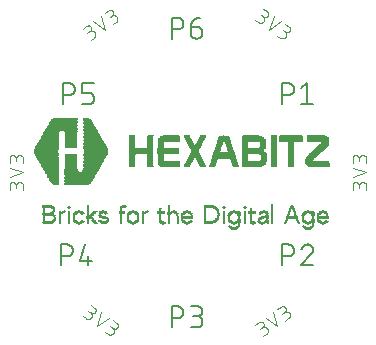
<source format=gbr>
G04 EAGLE Gerber RS-274X export*
G75*
%MOMM*%
%FSLAX34Y34*%
%LPD*%
%INSilkscreen Top*%
%IPPOS*%
%AMOC8*
5,1,8,0,0,1.08239X$1,22.5*%
G01*
%ADD10C,0.101600*%
%ADD11C,0.152400*%
%ADD12R,0.345438X0.020319*%
%ADD13R,1.950719X0.020319*%
%ADD14R,0.467356X0.020319*%
%ADD15R,2.072637X0.020319*%
%ADD16R,0.508000X0.020319*%
%ADD17R,2.113281X0.020319*%
%ADD18R,0.528319X0.020319*%
%ADD19R,2.133600X0.020319*%
%ADD20R,0.568956X0.020319*%
%ADD21R,2.174238X0.020319*%
%ADD22R,0.589275X0.020319*%
%ADD23R,2.194556X0.020319*%
%ADD24R,0.609600X0.020319*%
%ADD25R,2.214881X0.020319*%
%ADD26R,0.629919X0.020319*%
%ADD27R,2.235200X0.020319*%
%ADD28R,0.650238X0.020319*%
%ADD29R,2.255519X0.020319*%
%ADD30R,0.670556X0.020319*%
%ADD31R,2.275838X0.020319*%
%ADD32R,0.690875X0.020319*%
%ADD33R,2.296156X0.020319*%
%ADD34R,2.316481X0.020319*%
%ADD35R,0.711200X0.020319*%
%ADD36R,2.336800X0.020319*%
%ADD37R,0.731519X0.020319*%
%ADD38R,0.751838X0.020319*%
%ADD39R,2.357119X0.020319*%
%ADD40R,0.772156X0.020319*%
%ADD41R,2.377438X0.020319*%
%ADD42R,0.792475X0.020319*%
%ADD43R,2.397756X0.020319*%
%ADD44R,2.418081X0.020319*%
%ADD45R,0.812800X0.020319*%
%ADD46R,0.833119X0.020319*%
%ADD47R,2.438400X0.020319*%
%ADD48R,2.458719X0.020319*%
%ADD49R,0.853438X0.020319*%
%ADD50R,0.894081X0.020319*%
%ADD51R,2.479038X0.020319*%
%ADD52R,2.499356X0.020319*%
%ADD53R,0.914400X0.020319*%
%ADD54R,0.934719X0.020319*%
%ADD55R,2.519681X0.020319*%
%ADD56R,0.955038X0.020319*%
%ADD57R,2.540000X0.020319*%
%ADD58R,0.975363X0.020319*%
%ADD59R,2.560319X0.020319*%
%ADD60R,2.580637X0.020319*%
%ADD61R,0.995681X0.020319*%
%ADD62R,2.600956X0.020319*%
%ADD63R,1.016000X0.020319*%
%ADD64R,2.621281X0.020319*%
%ADD65R,1.036319X0.020319*%
%ADD66R,2.641600X0.020319*%
%ADD67R,1.056638X0.020319*%
%ADD68R,2.661919X0.020319*%
%ADD69R,1.076963X0.020319*%
%ADD70R,1.097281X0.020319*%
%ADD71R,1.117600X0.020319*%
%ADD72R,2.682238X0.020319*%
%ADD73R,2.702556X0.020319*%
%ADD74R,1.137919X0.020319*%
%ADD75R,2.722881X0.020319*%
%ADD76R,2.743200X0.020319*%
%ADD77R,1.158238X0.020319*%
%ADD78R,1.280156X0.020319*%
%ADD79R,1.341119X0.020319*%
%ADD80R,1.178556X0.020319*%
%ADD81R,1.259838X0.020319*%
%ADD82R,1.219200X0.020319*%
%ADD83R,1.300481X0.020319*%
%ADD84R,1.300475X0.020319*%
%ADD85R,1.198875X0.020319*%
%ADD86R,1.239519X0.020319*%
%ADD87R,1.076956X0.020319*%
%ADD88R,1.320800X0.020319*%
%ADD89R,1.361438X0.020319*%
%ADD90R,1.381756X0.020319*%
%ADD91R,1.402075X0.020319*%
%ADD92R,1.422400X0.020319*%
%ADD93R,1.564638X0.020319*%
%ADD94R,0.548638X0.020319*%
%ADD95R,1.544319X0.020319*%
%ADD96R,1.666238X0.020319*%
%ADD97R,1.645919X0.020319*%
%ADD98R,1.747519X0.020319*%
%ADD99R,1.442719X0.020319*%
%ADD100R,1.686556X0.020319*%
%ADD101R,1.727200X0.020319*%
%ADD102R,1.808475X0.020319*%
%ADD103R,1.463037X0.020319*%
%ADD104R,1.706875X0.020319*%
%ADD105R,0.568963X0.020319*%
%ADD106R,1.828800X0.020319*%
%ADD107R,1.788156X0.020319*%
%ADD108R,1.849119X0.020319*%
%ADD109R,1.483356X0.020319*%
%ADD110R,0.589281X0.020319*%
%ADD111R,1.889756X0.020319*%
%ADD112R,1.767838X0.020319*%
%ADD113R,1.910075X0.020319*%
%ADD114R,1.503675X0.020319*%
%ADD115R,1.930400X0.020319*%
%ADD116R,1.524000X0.020319*%
%ADD117R,1.971037X0.020319*%
%ADD118R,1.991356X0.020319*%
%ADD119R,1.869438X0.020319*%
%ADD120R,1.584956X0.020319*%
%ADD121R,2.011675X0.020319*%
%ADD122R,1.605275X0.020319*%
%ADD123R,2.032000X0.020319*%
%ADD124R,1.625600X0.020319*%
%ADD125R,2.052319X0.020319*%
%ADD126R,0.690881X0.020319*%
%ADD127R,2.092956X0.020319*%
%ADD128R,0.772163X0.020319*%
%ADD129R,2.011681X0.020319*%
%ADD130R,1.910081X0.020319*%
%ADD131R,0.873756X0.020319*%
%ADD132R,1.889763X0.020319*%
%ADD133R,0.670563X0.020319*%
%ADD134R,1.808481X0.020319*%
%ADD135R,0.792481X0.020319*%
%ADD136R,2.113275X0.020319*%
%ADD137R,0.894075X0.020319*%
%ADD138R,0.487681X0.020319*%
%ADD139R,0.975356X0.020319*%
%ADD140R,1.706881X0.020319*%
%ADD141R,1.503681X0.020319*%
%ADD142R,1.605281X0.020319*%
%ADD143R,0.487675X0.020319*%
%ADD144R,0.447038X0.020319*%
%ADD145R,0.060963X0.020319*%
%ADD146R,1.402081X0.020319*%
%ADD147R,1.280163X0.020319*%
%ADD148R,1.097275X0.020319*%
%ADD149R,2.722875X0.020319*%
%ADD150R,2.621275X0.020319*%
%ADD151R,0.995675X0.020319*%
%ADD152R,2.519675X0.020319*%
%ADD153R,2.418075X0.020319*%
%ADD154R,2.316475X0.020319*%
%ADD155R,2.214875X0.020319*%
%ADD156R,2.153919X0.020319*%
%ADD157R,0.426719X0.020319*%
%ADD158R,0.386075X0.020319*%
%ADD159R,0.132075X0.033019*%
%ADD160R,0.429256X0.033019*%
%ADD161R,0.594356X0.033019*%
%ADD162R,0.693419X0.033019*%
%ADD163R,0.792475X0.033019*%
%ADD164R,0.858519X0.033019*%
%ADD165R,0.363219X0.033019*%
%ADD166R,0.264156X0.033019*%
%ADD167R,0.297175X0.033019*%
%ADD168R,0.264163X0.033019*%
%ADD169R,0.033019X0.033019*%
%ADD170R,0.231138X0.033019*%
%ADD171R,0.198119X0.033019*%
%ADD172R,0.132081X0.033019*%
%ADD173R,0.165100X0.033019*%
%ADD174R,0.396238X0.033019*%
%ADD175R,0.330200X0.033019*%
%ADD176R,0.528319X0.033019*%
%ADD177R,0.561338X0.033019*%
%ADD178R,0.759456X0.033019*%
%ADD179R,0.462275X0.033019*%
%ADD180R,0.924556X0.033019*%
%ADD181R,0.660400X0.033019*%
%ADD182R,0.627381X0.033019*%
%ADD183R,0.495300X0.033019*%
%ADD184R,0.627375X0.033019*%
%ADD185R,0.957581X0.033019*%
%ADD186R,0.726438X0.033019*%
%ADD187R,0.957575X0.033019*%
%ADD188R,0.462281X0.033019*%
%ADD189R,0.990600X0.033019*%
%ADD190R,0.792481X0.033019*%
%ADD191R,0.891538X0.033019*%
%ADD192R,1.023619X0.033019*%
%ADD193R,0.825500X0.033019*%
%ADD194R,0.066037X0.033019*%
%ADD195R,1.056638X0.033019*%
%ADD196R,0.297181X0.033019*%
%ADD197R,0.099056X0.033019*%
%ADD198R,0.099063X0.033019*%
%ADD199R,1.089662X0.033019*%
%ADD200R,0.594363X0.033019*%
%ADD201R,0.429263X0.033019*%


D10*
X57653Y279857D02*
X60311Y277995D01*
X60405Y277932D01*
X60501Y277872D01*
X60599Y277815D01*
X60699Y277762D01*
X60801Y277712D01*
X60905Y277666D01*
X61010Y277624D01*
X61116Y277585D01*
X61224Y277550D01*
X61333Y277519D01*
X61443Y277491D01*
X61554Y277468D01*
X61665Y277448D01*
X61777Y277432D01*
X61890Y277420D01*
X62003Y277412D01*
X62116Y277408D01*
X62230Y277408D01*
X62343Y277412D01*
X62456Y277420D01*
X62569Y277432D01*
X62681Y277448D01*
X62792Y277468D01*
X62903Y277491D01*
X63013Y277519D01*
X63122Y277550D01*
X63230Y277585D01*
X63336Y277624D01*
X63441Y277666D01*
X63545Y277712D01*
X63647Y277762D01*
X63747Y277815D01*
X63845Y277872D01*
X63941Y277932D01*
X64035Y277995D01*
X64126Y278062D01*
X64216Y278131D01*
X64303Y278204D01*
X64387Y278280D01*
X64468Y278359D01*
X64547Y278440D01*
X64623Y278524D01*
X64696Y278611D01*
X64765Y278701D01*
X64832Y278792D01*
X64895Y278886D01*
X64955Y278982D01*
X65012Y279080D01*
X65065Y279180D01*
X65115Y279282D01*
X65161Y279386D01*
X65203Y279491D01*
X65242Y279597D01*
X65277Y279705D01*
X65308Y279814D01*
X65336Y279924D01*
X65359Y280035D01*
X65379Y280146D01*
X65395Y280258D01*
X65407Y280371D01*
X65415Y280484D01*
X65419Y280597D01*
X65419Y280711D01*
X65415Y280824D01*
X65407Y280937D01*
X65395Y281050D01*
X65379Y281162D01*
X65359Y281273D01*
X65336Y281384D01*
X65308Y281494D01*
X65277Y281603D01*
X65242Y281711D01*
X65203Y281817D01*
X65161Y281922D01*
X65115Y282026D01*
X65065Y282128D01*
X65012Y282228D01*
X64955Y282326D01*
X64895Y282422D01*
X64832Y282516D01*
X64765Y282607D01*
X64696Y282697D01*
X64623Y282784D01*
X64547Y282868D01*
X64468Y282949D01*
X64387Y283028D01*
X64303Y283104D01*
X64216Y283177D01*
X64127Y283246D01*
X64035Y283313D01*
X67545Y287194D02*
X64354Y289428D01*
X67544Y287194D02*
X67625Y287134D01*
X67704Y287072D01*
X67781Y287006D01*
X67855Y286938D01*
X67926Y286867D01*
X67994Y286793D01*
X68060Y286716D01*
X68122Y286637D01*
X68182Y286556D01*
X68238Y286472D01*
X68291Y286387D01*
X68340Y286299D01*
X68386Y286210D01*
X68429Y286118D01*
X68468Y286025D01*
X68503Y285931D01*
X68535Y285836D01*
X68563Y285739D01*
X68587Y285641D01*
X68607Y285543D01*
X68624Y285443D01*
X68636Y285343D01*
X68645Y285243D01*
X68650Y285143D01*
X68651Y285042D01*
X68648Y284941D01*
X68641Y284841D01*
X68630Y284741D01*
X68616Y284641D01*
X68597Y284542D01*
X68575Y284444D01*
X68549Y284347D01*
X68519Y284250D01*
X68486Y284156D01*
X68449Y284062D01*
X68408Y283970D01*
X68363Y283879D01*
X68316Y283791D01*
X68264Y283704D01*
X68210Y283620D01*
X68152Y283537D01*
X68091Y283457D01*
X68027Y283379D01*
X67960Y283304D01*
X67891Y283231D01*
X67818Y283162D01*
X67743Y283095D01*
X67665Y283031D01*
X67585Y282970D01*
X67502Y282912D01*
X67418Y282858D01*
X67331Y282806D01*
X67243Y282759D01*
X67152Y282714D01*
X67060Y282673D01*
X66966Y282636D01*
X66872Y282603D01*
X66775Y282573D01*
X66678Y282547D01*
X66580Y282525D01*
X66481Y282506D01*
X66381Y282492D01*
X66281Y282481D01*
X66181Y282474D01*
X66080Y282471D01*
X65979Y282472D01*
X65879Y282477D01*
X65779Y282486D01*
X65679Y282498D01*
X65579Y282515D01*
X65481Y282535D01*
X65383Y282559D01*
X65286Y282587D01*
X65191Y282619D01*
X65097Y282654D01*
X65004Y282693D01*
X64912Y282736D01*
X64823Y282782D01*
X64735Y282831D01*
X64650Y282884D01*
X64566Y282940D01*
X62439Y284430D01*
X73185Y283244D02*
X69674Y271439D01*
X79566Y278777D01*
X76378Y266745D02*
X79037Y264883D01*
X79131Y264820D01*
X79227Y264760D01*
X79325Y264703D01*
X79425Y264650D01*
X79527Y264600D01*
X79631Y264554D01*
X79736Y264512D01*
X79842Y264473D01*
X79950Y264438D01*
X80059Y264407D01*
X80169Y264379D01*
X80280Y264356D01*
X80391Y264336D01*
X80503Y264320D01*
X80616Y264308D01*
X80729Y264300D01*
X80842Y264296D01*
X80956Y264296D01*
X81069Y264300D01*
X81182Y264308D01*
X81295Y264320D01*
X81407Y264336D01*
X81518Y264356D01*
X81629Y264379D01*
X81739Y264407D01*
X81848Y264438D01*
X81956Y264473D01*
X82062Y264512D01*
X82167Y264554D01*
X82271Y264600D01*
X82373Y264650D01*
X82473Y264703D01*
X82571Y264760D01*
X82667Y264820D01*
X82761Y264883D01*
X82852Y264950D01*
X82942Y265019D01*
X83029Y265092D01*
X83113Y265168D01*
X83194Y265247D01*
X83273Y265328D01*
X83349Y265412D01*
X83422Y265499D01*
X83491Y265589D01*
X83558Y265680D01*
X83621Y265774D01*
X83681Y265870D01*
X83738Y265968D01*
X83791Y266068D01*
X83841Y266170D01*
X83887Y266274D01*
X83929Y266379D01*
X83968Y266485D01*
X84003Y266593D01*
X84034Y266702D01*
X84062Y266812D01*
X84085Y266923D01*
X84105Y267034D01*
X84121Y267146D01*
X84133Y267259D01*
X84141Y267372D01*
X84145Y267485D01*
X84145Y267599D01*
X84141Y267712D01*
X84133Y267825D01*
X84121Y267938D01*
X84105Y268050D01*
X84085Y268161D01*
X84062Y268272D01*
X84034Y268382D01*
X84003Y268491D01*
X83968Y268599D01*
X83929Y268705D01*
X83887Y268810D01*
X83841Y268914D01*
X83791Y269016D01*
X83738Y269116D01*
X83681Y269214D01*
X83621Y269310D01*
X83558Y269404D01*
X83491Y269495D01*
X83422Y269585D01*
X83349Y269672D01*
X83273Y269756D01*
X83194Y269837D01*
X83113Y269916D01*
X83029Y269992D01*
X82942Y270065D01*
X82853Y270134D01*
X82761Y270201D01*
X86270Y274082D02*
X83080Y276316D01*
X86270Y274082D02*
X86351Y274022D01*
X86430Y273960D01*
X86507Y273894D01*
X86581Y273826D01*
X86652Y273755D01*
X86720Y273681D01*
X86786Y273604D01*
X86848Y273525D01*
X86908Y273444D01*
X86964Y273360D01*
X87017Y273275D01*
X87066Y273187D01*
X87112Y273098D01*
X87155Y273006D01*
X87194Y272913D01*
X87229Y272819D01*
X87261Y272724D01*
X87289Y272627D01*
X87313Y272529D01*
X87333Y272431D01*
X87350Y272331D01*
X87362Y272231D01*
X87371Y272131D01*
X87376Y272031D01*
X87377Y271930D01*
X87374Y271829D01*
X87367Y271729D01*
X87356Y271629D01*
X87342Y271529D01*
X87323Y271430D01*
X87301Y271332D01*
X87275Y271235D01*
X87245Y271138D01*
X87212Y271044D01*
X87175Y270950D01*
X87134Y270858D01*
X87089Y270767D01*
X87042Y270679D01*
X86990Y270592D01*
X86936Y270508D01*
X86878Y270425D01*
X86817Y270345D01*
X86753Y270267D01*
X86686Y270192D01*
X86617Y270119D01*
X86544Y270050D01*
X86469Y269983D01*
X86391Y269919D01*
X86311Y269858D01*
X86228Y269800D01*
X86144Y269746D01*
X86057Y269694D01*
X85969Y269647D01*
X85878Y269602D01*
X85786Y269561D01*
X85692Y269524D01*
X85598Y269491D01*
X85501Y269461D01*
X85404Y269435D01*
X85306Y269413D01*
X85207Y269394D01*
X85107Y269380D01*
X85007Y269369D01*
X84907Y269362D01*
X84806Y269359D01*
X84705Y269360D01*
X84605Y269365D01*
X84505Y269374D01*
X84405Y269386D01*
X84305Y269403D01*
X84207Y269423D01*
X84109Y269447D01*
X84012Y269475D01*
X83917Y269507D01*
X83823Y269542D01*
X83730Y269581D01*
X83638Y269624D01*
X83549Y269670D01*
X83461Y269719D01*
X83376Y269772D01*
X83292Y269828D01*
X81165Y271318D01*
X151892Y139383D02*
X151892Y136137D01*
X151892Y139383D02*
X151890Y139496D01*
X151884Y139609D01*
X151874Y139722D01*
X151860Y139835D01*
X151843Y139947D01*
X151821Y140058D01*
X151796Y140168D01*
X151766Y140278D01*
X151733Y140386D01*
X151696Y140493D01*
X151656Y140599D01*
X151611Y140703D01*
X151563Y140806D01*
X151512Y140907D01*
X151457Y141006D01*
X151399Y141103D01*
X151337Y141198D01*
X151272Y141291D01*
X151204Y141381D01*
X151133Y141469D01*
X151058Y141555D01*
X150981Y141638D01*
X150901Y141718D01*
X150818Y141795D01*
X150732Y141870D01*
X150644Y141941D01*
X150554Y142009D01*
X150461Y142074D01*
X150366Y142136D01*
X150269Y142194D01*
X150170Y142249D01*
X150069Y142300D01*
X149966Y142348D01*
X149862Y142393D01*
X149756Y142433D01*
X149649Y142470D01*
X149541Y142503D01*
X149431Y142533D01*
X149321Y142558D01*
X149210Y142580D01*
X149098Y142597D01*
X148985Y142611D01*
X148872Y142621D01*
X148759Y142627D01*
X148646Y142629D01*
X148533Y142627D01*
X148420Y142621D01*
X148307Y142611D01*
X148194Y142597D01*
X148082Y142580D01*
X147971Y142558D01*
X147861Y142533D01*
X147751Y142503D01*
X147643Y142470D01*
X147536Y142433D01*
X147430Y142393D01*
X147326Y142348D01*
X147223Y142300D01*
X147122Y142249D01*
X147023Y142194D01*
X146926Y142136D01*
X146831Y142074D01*
X146738Y142009D01*
X146648Y141941D01*
X146560Y141870D01*
X146474Y141795D01*
X146391Y141718D01*
X146311Y141638D01*
X146234Y141555D01*
X146159Y141469D01*
X146088Y141381D01*
X146020Y141291D01*
X145955Y141198D01*
X145893Y141103D01*
X145835Y141006D01*
X145780Y140907D01*
X145729Y140806D01*
X145681Y140703D01*
X145636Y140599D01*
X145596Y140493D01*
X145559Y140386D01*
X145526Y140278D01*
X145496Y140168D01*
X145471Y140058D01*
X145449Y139947D01*
X145432Y139835D01*
X145418Y139722D01*
X145408Y139609D01*
X145402Y139496D01*
X145400Y139383D01*
X140208Y140032D02*
X140208Y136137D01*
X140208Y140032D02*
X140210Y140133D01*
X140216Y140233D01*
X140226Y140333D01*
X140239Y140433D01*
X140257Y140532D01*
X140278Y140631D01*
X140303Y140728D01*
X140332Y140825D01*
X140365Y140920D01*
X140401Y141014D01*
X140441Y141106D01*
X140484Y141197D01*
X140531Y141286D01*
X140581Y141373D01*
X140635Y141459D01*
X140692Y141542D01*
X140752Y141622D01*
X140815Y141701D01*
X140882Y141777D01*
X140951Y141850D01*
X141023Y141920D01*
X141097Y141988D01*
X141174Y142053D01*
X141254Y142114D01*
X141336Y142173D01*
X141420Y142228D01*
X141506Y142280D01*
X141594Y142329D01*
X141684Y142374D01*
X141776Y142416D01*
X141869Y142454D01*
X141964Y142488D01*
X142059Y142519D01*
X142156Y142546D01*
X142254Y142569D01*
X142353Y142589D01*
X142453Y142604D01*
X142553Y142616D01*
X142653Y142624D01*
X142754Y142628D01*
X142854Y142628D01*
X142955Y142624D01*
X143055Y142616D01*
X143155Y142604D01*
X143255Y142589D01*
X143354Y142569D01*
X143452Y142546D01*
X143549Y142519D01*
X143644Y142488D01*
X143739Y142454D01*
X143832Y142416D01*
X143924Y142374D01*
X144014Y142329D01*
X144102Y142280D01*
X144188Y142228D01*
X144272Y142173D01*
X144354Y142114D01*
X144434Y142053D01*
X144511Y141988D01*
X144585Y141920D01*
X144657Y141850D01*
X144726Y141777D01*
X144793Y141701D01*
X144856Y141622D01*
X144916Y141542D01*
X144973Y141459D01*
X145027Y141373D01*
X145077Y141286D01*
X145124Y141197D01*
X145167Y141106D01*
X145207Y141014D01*
X145243Y140920D01*
X145276Y140825D01*
X145305Y140728D01*
X145330Y140631D01*
X145351Y140532D01*
X145369Y140433D01*
X145382Y140333D01*
X145392Y140233D01*
X145398Y140133D01*
X145400Y140032D01*
X145401Y140032D02*
X145401Y137435D01*
X140208Y146918D02*
X151892Y150813D01*
X140208Y154707D01*
X151892Y158997D02*
X151892Y162242D01*
X151890Y162355D01*
X151884Y162468D01*
X151874Y162581D01*
X151860Y162694D01*
X151843Y162806D01*
X151821Y162917D01*
X151796Y163027D01*
X151766Y163137D01*
X151733Y163245D01*
X151696Y163352D01*
X151656Y163458D01*
X151611Y163562D01*
X151563Y163665D01*
X151512Y163766D01*
X151457Y163865D01*
X151399Y163962D01*
X151337Y164057D01*
X151272Y164150D01*
X151204Y164240D01*
X151133Y164328D01*
X151058Y164414D01*
X150981Y164497D01*
X150901Y164577D01*
X150818Y164654D01*
X150732Y164729D01*
X150644Y164800D01*
X150554Y164868D01*
X150461Y164933D01*
X150366Y164995D01*
X150269Y165053D01*
X150170Y165108D01*
X150069Y165159D01*
X149966Y165207D01*
X149862Y165252D01*
X149756Y165292D01*
X149649Y165329D01*
X149541Y165362D01*
X149431Y165392D01*
X149321Y165417D01*
X149210Y165439D01*
X149098Y165456D01*
X148985Y165470D01*
X148872Y165480D01*
X148759Y165486D01*
X148646Y165488D01*
X148533Y165486D01*
X148420Y165480D01*
X148307Y165470D01*
X148194Y165456D01*
X148082Y165439D01*
X147971Y165417D01*
X147861Y165392D01*
X147751Y165362D01*
X147643Y165329D01*
X147536Y165292D01*
X147430Y165252D01*
X147326Y165207D01*
X147223Y165159D01*
X147122Y165108D01*
X147023Y165053D01*
X146926Y164995D01*
X146831Y164933D01*
X146738Y164868D01*
X146648Y164800D01*
X146560Y164729D01*
X146474Y164654D01*
X146391Y164577D01*
X146311Y164497D01*
X146234Y164414D01*
X146159Y164328D01*
X146088Y164240D01*
X146020Y164150D01*
X145955Y164057D01*
X145893Y163962D01*
X145835Y163865D01*
X145780Y163766D01*
X145729Y163665D01*
X145681Y163562D01*
X145636Y163458D01*
X145596Y163352D01*
X145559Y163245D01*
X145526Y163137D01*
X145496Y163027D01*
X145471Y162917D01*
X145449Y162806D01*
X145432Y162694D01*
X145418Y162581D01*
X145408Y162468D01*
X145402Y162355D01*
X145400Y162242D01*
X140208Y162892D02*
X140208Y158997D01*
X140208Y162892D02*
X140210Y162993D01*
X140216Y163093D01*
X140226Y163193D01*
X140239Y163293D01*
X140257Y163392D01*
X140278Y163491D01*
X140303Y163588D01*
X140332Y163685D01*
X140365Y163780D01*
X140401Y163874D01*
X140441Y163966D01*
X140484Y164057D01*
X140531Y164146D01*
X140581Y164233D01*
X140635Y164319D01*
X140692Y164402D01*
X140752Y164482D01*
X140815Y164561D01*
X140882Y164637D01*
X140951Y164710D01*
X141023Y164780D01*
X141097Y164848D01*
X141174Y164913D01*
X141254Y164974D01*
X141336Y165033D01*
X141420Y165088D01*
X141506Y165140D01*
X141594Y165189D01*
X141684Y165234D01*
X141776Y165276D01*
X141869Y165314D01*
X141964Y165348D01*
X142059Y165379D01*
X142156Y165406D01*
X142254Y165429D01*
X142353Y165449D01*
X142453Y165464D01*
X142553Y165476D01*
X142653Y165484D01*
X142754Y165488D01*
X142854Y165488D01*
X142955Y165484D01*
X143055Y165476D01*
X143155Y165464D01*
X143255Y165449D01*
X143354Y165429D01*
X143452Y165406D01*
X143549Y165379D01*
X143644Y165348D01*
X143739Y165314D01*
X143832Y165276D01*
X143924Y165234D01*
X144014Y165189D01*
X144102Y165140D01*
X144188Y165088D01*
X144272Y165033D01*
X144354Y164974D01*
X144434Y164913D01*
X144511Y164848D01*
X144585Y164780D01*
X144657Y164710D01*
X144726Y164637D01*
X144793Y164561D01*
X144856Y164482D01*
X144916Y164402D01*
X144973Y164319D01*
X145027Y164233D01*
X145077Y164146D01*
X145124Y164057D01*
X145167Y163966D01*
X145207Y163874D01*
X145243Y163780D01*
X145276Y163685D01*
X145305Y163588D01*
X145330Y163491D01*
X145351Y163392D01*
X145369Y163293D01*
X145382Y163193D01*
X145392Y163093D01*
X145398Y162993D01*
X145400Y162892D01*
X145401Y162892D02*
X145401Y160295D01*
X67013Y14059D02*
X64354Y12197D01*
X67013Y14058D02*
X67104Y14125D01*
X67194Y14194D01*
X67281Y14267D01*
X67365Y14343D01*
X67446Y14422D01*
X67525Y14503D01*
X67601Y14587D01*
X67674Y14674D01*
X67743Y14764D01*
X67810Y14855D01*
X67873Y14949D01*
X67933Y15045D01*
X67990Y15143D01*
X68043Y15243D01*
X68093Y15345D01*
X68139Y15449D01*
X68181Y15554D01*
X68220Y15660D01*
X68255Y15768D01*
X68286Y15877D01*
X68314Y15987D01*
X68337Y16098D01*
X68357Y16209D01*
X68373Y16321D01*
X68385Y16434D01*
X68393Y16547D01*
X68397Y16660D01*
X68397Y16774D01*
X68393Y16887D01*
X68385Y17000D01*
X68373Y17113D01*
X68357Y17225D01*
X68337Y17336D01*
X68314Y17447D01*
X68286Y17557D01*
X68255Y17666D01*
X68220Y17774D01*
X68181Y17880D01*
X68139Y17985D01*
X68093Y18089D01*
X68043Y18191D01*
X67990Y18291D01*
X67933Y18389D01*
X67873Y18485D01*
X67810Y18579D01*
X67743Y18670D01*
X67674Y18760D01*
X67601Y18847D01*
X67525Y18931D01*
X67446Y19012D01*
X67365Y19091D01*
X67281Y19167D01*
X67194Y19240D01*
X67105Y19309D01*
X67013Y19376D01*
X66919Y19439D01*
X66823Y19499D01*
X66725Y19556D01*
X66625Y19609D01*
X66523Y19659D01*
X66419Y19705D01*
X66314Y19747D01*
X66208Y19786D01*
X66100Y19821D01*
X65991Y19852D01*
X65881Y19880D01*
X65770Y19903D01*
X65659Y19923D01*
X65547Y19939D01*
X65434Y19951D01*
X65321Y19959D01*
X65208Y19963D01*
X65094Y19963D01*
X64981Y19959D01*
X64868Y19951D01*
X64755Y19939D01*
X64643Y19923D01*
X64532Y19903D01*
X64421Y19880D01*
X64311Y19852D01*
X64202Y19821D01*
X64094Y19786D01*
X63988Y19747D01*
X63883Y19705D01*
X63779Y19659D01*
X63677Y19609D01*
X63577Y19556D01*
X63479Y19499D01*
X63383Y19439D01*
X63289Y19376D01*
X60843Y24002D02*
X57653Y21768D01*
X60843Y24002D02*
X60927Y24058D01*
X61012Y24111D01*
X61100Y24160D01*
X61189Y24206D01*
X61281Y24249D01*
X61374Y24288D01*
X61468Y24323D01*
X61563Y24355D01*
X61660Y24383D01*
X61758Y24407D01*
X61856Y24427D01*
X61956Y24444D01*
X62056Y24456D01*
X62156Y24465D01*
X62257Y24470D01*
X62357Y24471D01*
X62458Y24468D01*
X62558Y24461D01*
X62658Y24450D01*
X62758Y24436D01*
X62857Y24417D01*
X62955Y24395D01*
X63052Y24369D01*
X63149Y24339D01*
X63244Y24306D01*
X63337Y24269D01*
X63429Y24228D01*
X63520Y24183D01*
X63608Y24136D01*
X63695Y24084D01*
X63779Y24030D01*
X63862Y23972D01*
X63942Y23911D01*
X64020Y23847D01*
X64095Y23780D01*
X64168Y23711D01*
X64237Y23638D01*
X64304Y23563D01*
X64368Y23485D01*
X64429Y23405D01*
X64487Y23322D01*
X64541Y23238D01*
X64593Y23151D01*
X64640Y23063D01*
X64685Y22972D01*
X64726Y22880D01*
X64763Y22786D01*
X64796Y22692D01*
X64826Y22595D01*
X64852Y22498D01*
X64874Y22400D01*
X64893Y22301D01*
X64907Y22201D01*
X64918Y22101D01*
X64925Y22001D01*
X64928Y21900D01*
X64927Y21800D01*
X64922Y21699D01*
X64913Y21599D01*
X64901Y21499D01*
X64884Y21399D01*
X64864Y21301D01*
X64840Y21203D01*
X64812Y21106D01*
X64780Y21011D01*
X64745Y20917D01*
X64706Y20824D01*
X64663Y20732D01*
X64617Y20643D01*
X64568Y20555D01*
X64515Y20470D01*
X64459Y20386D01*
X64399Y20305D01*
X64337Y20226D01*
X64271Y20149D01*
X64203Y20075D01*
X64132Y20004D01*
X64058Y19936D01*
X63981Y19870D01*
X63902Y19808D01*
X63821Y19748D01*
X61695Y18259D01*
X66484Y27952D02*
X76376Y20614D01*
X72864Y32419D01*
X83080Y25309D02*
X85739Y27170D01*
X85830Y27237D01*
X85920Y27306D01*
X86007Y27379D01*
X86091Y27455D01*
X86172Y27534D01*
X86251Y27615D01*
X86327Y27699D01*
X86400Y27786D01*
X86469Y27876D01*
X86536Y27967D01*
X86599Y28061D01*
X86659Y28157D01*
X86716Y28255D01*
X86769Y28355D01*
X86819Y28457D01*
X86865Y28561D01*
X86907Y28666D01*
X86946Y28772D01*
X86981Y28880D01*
X87012Y28989D01*
X87040Y29099D01*
X87063Y29210D01*
X87083Y29321D01*
X87099Y29433D01*
X87111Y29546D01*
X87119Y29659D01*
X87123Y29772D01*
X87123Y29886D01*
X87119Y29999D01*
X87111Y30112D01*
X87099Y30225D01*
X87083Y30337D01*
X87063Y30448D01*
X87040Y30559D01*
X87012Y30669D01*
X86981Y30778D01*
X86946Y30886D01*
X86907Y30992D01*
X86865Y31097D01*
X86819Y31201D01*
X86769Y31303D01*
X86716Y31403D01*
X86659Y31501D01*
X86599Y31597D01*
X86536Y31691D01*
X86469Y31782D01*
X86400Y31872D01*
X86327Y31959D01*
X86251Y32043D01*
X86172Y32124D01*
X86091Y32203D01*
X86007Y32279D01*
X85920Y32352D01*
X85831Y32421D01*
X85739Y32488D01*
X85645Y32551D01*
X85549Y32611D01*
X85451Y32668D01*
X85351Y32721D01*
X85249Y32771D01*
X85145Y32817D01*
X85040Y32859D01*
X84934Y32898D01*
X84826Y32933D01*
X84717Y32964D01*
X84607Y32992D01*
X84496Y33015D01*
X84385Y33035D01*
X84273Y33051D01*
X84160Y33063D01*
X84047Y33071D01*
X83934Y33075D01*
X83820Y33075D01*
X83707Y33071D01*
X83594Y33063D01*
X83481Y33051D01*
X83369Y33035D01*
X83258Y33015D01*
X83147Y32992D01*
X83037Y32964D01*
X82928Y32933D01*
X82820Y32898D01*
X82714Y32859D01*
X82609Y32817D01*
X82505Y32771D01*
X82403Y32721D01*
X82303Y32668D01*
X82205Y32611D01*
X82109Y32551D01*
X82015Y32488D01*
X79569Y37114D02*
X76378Y34880D01*
X79569Y37114D02*
X79653Y37170D01*
X79738Y37223D01*
X79826Y37272D01*
X79915Y37318D01*
X80007Y37361D01*
X80100Y37400D01*
X80194Y37435D01*
X80289Y37467D01*
X80386Y37495D01*
X80484Y37519D01*
X80582Y37539D01*
X80682Y37556D01*
X80782Y37568D01*
X80882Y37577D01*
X80983Y37582D01*
X81083Y37583D01*
X81184Y37580D01*
X81284Y37573D01*
X81384Y37562D01*
X81484Y37548D01*
X81583Y37529D01*
X81681Y37507D01*
X81778Y37481D01*
X81875Y37451D01*
X81970Y37418D01*
X82063Y37381D01*
X82155Y37340D01*
X82246Y37295D01*
X82334Y37248D01*
X82421Y37196D01*
X82505Y37142D01*
X82588Y37084D01*
X82668Y37023D01*
X82746Y36959D01*
X82821Y36892D01*
X82894Y36823D01*
X82963Y36750D01*
X83030Y36675D01*
X83094Y36597D01*
X83155Y36517D01*
X83213Y36434D01*
X83267Y36350D01*
X83319Y36263D01*
X83366Y36175D01*
X83411Y36084D01*
X83452Y35992D01*
X83489Y35898D01*
X83522Y35804D01*
X83552Y35707D01*
X83578Y35610D01*
X83600Y35512D01*
X83619Y35413D01*
X83633Y35313D01*
X83644Y35213D01*
X83651Y35113D01*
X83654Y35012D01*
X83653Y34912D01*
X83648Y34811D01*
X83639Y34711D01*
X83627Y34611D01*
X83610Y34511D01*
X83590Y34413D01*
X83566Y34315D01*
X83538Y34218D01*
X83506Y34123D01*
X83471Y34029D01*
X83432Y33936D01*
X83389Y33844D01*
X83343Y33755D01*
X83294Y33667D01*
X83241Y33582D01*
X83185Y33498D01*
X83125Y33417D01*
X83063Y33338D01*
X82997Y33261D01*
X82929Y33187D01*
X82858Y33116D01*
X82784Y33048D01*
X82707Y32982D01*
X82628Y32920D01*
X82547Y32860D01*
X80420Y31371D01*
X-85739Y27170D02*
X-88397Y29032D01*
X-85739Y27170D02*
X-85645Y27107D01*
X-85549Y27047D01*
X-85451Y26990D01*
X-85351Y26937D01*
X-85249Y26887D01*
X-85145Y26841D01*
X-85040Y26799D01*
X-84934Y26760D01*
X-84826Y26725D01*
X-84717Y26694D01*
X-84607Y26666D01*
X-84496Y26643D01*
X-84385Y26623D01*
X-84273Y26607D01*
X-84160Y26595D01*
X-84047Y26587D01*
X-83934Y26583D01*
X-83820Y26583D01*
X-83707Y26587D01*
X-83594Y26595D01*
X-83481Y26607D01*
X-83369Y26623D01*
X-83258Y26643D01*
X-83147Y26666D01*
X-83037Y26694D01*
X-82928Y26725D01*
X-82820Y26760D01*
X-82714Y26799D01*
X-82609Y26841D01*
X-82505Y26887D01*
X-82403Y26937D01*
X-82303Y26990D01*
X-82205Y27047D01*
X-82109Y27107D01*
X-82015Y27170D01*
X-81924Y27237D01*
X-81834Y27306D01*
X-81747Y27379D01*
X-81663Y27455D01*
X-81582Y27534D01*
X-81503Y27615D01*
X-81427Y27699D01*
X-81354Y27786D01*
X-81285Y27876D01*
X-81218Y27967D01*
X-81155Y28061D01*
X-81095Y28157D01*
X-81038Y28255D01*
X-80985Y28355D01*
X-80935Y28457D01*
X-80889Y28561D01*
X-80847Y28666D01*
X-80808Y28772D01*
X-80773Y28880D01*
X-80742Y28989D01*
X-80714Y29099D01*
X-80691Y29210D01*
X-80671Y29321D01*
X-80655Y29433D01*
X-80643Y29546D01*
X-80635Y29659D01*
X-80631Y29772D01*
X-80631Y29886D01*
X-80635Y29999D01*
X-80643Y30112D01*
X-80655Y30225D01*
X-80671Y30337D01*
X-80691Y30448D01*
X-80714Y30559D01*
X-80742Y30669D01*
X-80773Y30778D01*
X-80808Y30886D01*
X-80847Y30992D01*
X-80889Y31097D01*
X-80935Y31201D01*
X-80985Y31303D01*
X-81038Y31403D01*
X-81095Y31501D01*
X-81155Y31597D01*
X-81218Y31691D01*
X-81285Y31782D01*
X-81354Y31872D01*
X-81427Y31959D01*
X-81503Y32043D01*
X-81582Y32124D01*
X-81663Y32203D01*
X-81747Y32279D01*
X-81834Y32352D01*
X-81923Y32421D01*
X-82015Y32488D01*
X-78505Y36369D02*
X-81696Y38603D01*
X-78506Y36369D02*
X-78425Y36309D01*
X-78346Y36247D01*
X-78269Y36181D01*
X-78195Y36113D01*
X-78124Y36042D01*
X-78056Y35968D01*
X-77990Y35891D01*
X-77928Y35812D01*
X-77868Y35731D01*
X-77812Y35647D01*
X-77759Y35562D01*
X-77710Y35474D01*
X-77664Y35385D01*
X-77621Y35293D01*
X-77582Y35200D01*
X-77547Y35106D01*
X-77515Y35011D01*
X-77487Y34914D01*
X-77463Y34816D01*
X-77443Y34718D01*
X-77426Y34618D01*
X-77414Y34518D01*
X-77405Y34418D01*
X-77400Y34317D01*
X-77399Y34217D01*
X-77402Y34116D01*
X-77409Y34016D01*
X-77420Y33916D01*
X-77434Y33816D01*
X-77453Y33717D01*
X-77475Y33619D01*
X-77501Y33522D01*
X-77531Y33425D01*
X-77564Y33331D01*
X-77601Y33237D01*
X-77642Y33145D01*
X-77687Y33054D01*
X-77734Y32966D01*
X-77786Y32879D01*
X-77840Y32795D01*
X-77898Y32712D01*
X-77959Y32632D01*
X-78023Y32554D01*
X-78090Y32479D01*
X-78159Y32406D01*
X-78232Y32337D01*
X-78307Y32270D01*
X-78385Y32206D01*
X-78465Y32145D01*
X-78548Y32087D01*
X-78632Y32033D01*
X-78719Y31981D01*
X-78807Y31934D01*
X-78898Y31889D01*
X-78990Y31848D01*
X-79083Y31811D01*
X-79178Y31778D01*
X-79275Y31748D01*
X-79372Y31722D01*
X-79470Y31700D01*
X-79569Y31681D01*
X-79669Y31667D01*
X-79769Y31656D01*
X-79869Y31649D01*
X-79970Y31646D01*
X-80070Y31647D01*
X-80171Y31652D01*
X-80271Y31661D01*
X-80371Y31673D01*
X-80471Y31690D01*
X-80569Y31710D01*
X-80667Y31734D01*
X-80764Y31762D01*
X-80859Y31794D01*
X-80953Y31829D01*
X-81046Y31868D01*
X-81138Y31911D01*
X-81227Y31957D01*
X-81315Y32006D01*
X-81400Y32059D01*
X-81484Y32115D01*
X-83611Y33605D01*
X-72864Y32419D02*
X-76376Y20614D01*
X-66484Y27952D01*
X-69671Y15920D02*
X-67013Y14058D01*
X-66919Y13995D01*
X-66823Y13935D01*
X-66725Y13878D01*
X-66625Y13825D01*
X-66523Y13775D01*
X-66419Y13729D01*
X-66314Y13687D01*
X-66208Y13648D01*
X-66100Y13613D01*
X-65991Y13582D01*
X-65881Y13554D01*
X-65770Y13531D01*
X-65659Y13511D01*
X-65547Y13495D01*
X-65434Y13483D01*
X-65321Y13475D01*
X-65208Y13471D01*
X-65094Y13471D01*
X-64981Y13475D01*
X-64868Y13483D01*
X-64755Y13495D01*
X-64643Y13511D01*
X-64532Y13531D01*
X-64421Y13554D01*
X-64311Y13582D01*
X-64202Y13613D01*
X-64094Y13648D01*
X-63988Y13687D01*
X-63883Y13729D01*
X-63779Y13775D01*
X-63677Y13825D01*
X-63577Y13878D01*
X-63479Y13935D01*
X-63383Y13995D01*
X-63289Y14058D01*
X-63198Y14125D01*
X-63108Y14194D01*
X-63021Y14267D01*
X-62937Y14343D01*
X-62856Y14422D01*
X-62777Y14503D01*
X-62701Y14587D01*
X-62628Y14674D01*
X-62559Y14764D01*
X-62492Y14855D01*
X-62429Y14949D01*
X-62369Y15045D01*
X-62312Y15143D01*
X-62259Y15243D01*
X-62209Y15345D01*
X-62163Y15449D01*
X-62121Y15554D01*
X-62082Y15660D01*
X-62047Y15768D01*
X-62016Y15877D01*
X-61988Y15987D01*
X-61965Y16098D01*
X-61945Y16209D01*
X-61929Y16321D01*
X-61917Y16434D01*
X-61909Y16547D01*
X-61905Y16660D01*
X-61905Y16774D01*
X-61909Y16887D01*
X-61917Y17000D01*
X-61929Y17113D01*
X-61945Y17225D01*
X-61965Y17336D01*
X-61988Y17447D01*
X-62016Y17557D01*
X-62047Y17666D01*
X-62082Y17774D01*
X-62121Y17880D01*
X-62163Y17985D01*
X-62209Y18089D01*
X-62259Y18191D01*
X-62312Y18291D01*
X-62369Y18389D01*
X-62429Y18485D01*
X-62492Y18579D01*
X-62559Y18670D01*
X-62628Y18760D01*
X-62701Y18847D01*
X-62777Y18931D01*
X-62856Y19012D01*
X-62937Y19091D01*
X-63021Y19167D01*
X-63108Y19240D01*
X-63197Y19309D01*
X-63289Y19376D01*
X-59779Y23257D02*
X-62970Y25491D01*
X-59780Y23257D02*
X-59699Y23197D01*
X-59620Y23135D01*
X-59543Y23069D01*
X-59469Y23001D01*
X-59398Y22930D01*
X-59330Y22856D01*
X-59264Y22779D01*
X-59202Y22700D01*
X-59142Y22619D01*
X-59086Y22535D01*
X-59033Y22450D01*
X-58984Y22362D01*
X-58938Y22273D01*
X-58895Y22181D01*
X-58856Y22088D01*
X-58821Y21994D01*
X-58789Y21899D01*
X-58761Y21802D01*
X-58737Y21704D01*
X-58717Y21606D01*
X-58700Y21506D01*
X-58688Y21406D01*
X-58679Y21306D01*
X-58674Y21205D01*
X-58673Y21105D01*
X-58676Y21004D01*
X-58683Y20904D01*
X-58694Y20804D01*
X-58708Y20704D01*
X-58727Y20605D01*
X-58749Y20507D01*
X-58775Y20410D01*
X-58805Y20313D01*
X-58838Y20219D01*
X-58875Y20125D01*
X-58916Y20033D01*
X-58961Y19942D01*
X-59008Y19854D01*
X-59060Y19767D01*
X-59114Y19683D01*
X-59172Y19600D01*
X-59233Y19520D01*
X-59297Y19442D01*
X-59364Y19367D01*
X-59433Y19294D01*
X-59506Y19225D01*
X-59581Y19158D01*
X-59659Y19094D01*
X-59739Y19033D01*
X-59822Y18975D01*
X-59906Y18921D01*
X-59993Y18869D01*
X-60081Y18822D01*
X-60172Y18777D01*
X-60264Y18736D01*
X-60357Y18699D01*
X-60452Y18666D01*
X-60549Y18636D01*
X-60646Y18610D01*
X-60744Y18588D01*
X-60843Y18569D01*
X-60943Y18555D01*
X-61043Y18544D01*
X-61143Y18537D01*
X-61244Y18534D01*
X-61344Y18535D01*
X-61445Y18540D01*
X-61545Y18549D01*
X-61645Y18561D01*
X-61745Y18578D01*
X-61843Y18598D01*
X-61941Y18622D01*
X-62038Y18650D01*
X-62133Y18682D01*
X-62227Y18717D01*
X-62320Y18756D01*
X-62412Y18799D01*
X-62501Y18845D01*
X-62589Y18894D01*
X-62674Y18947D01*
X-62758Y19003D01*
X-64885Y20493D01*
X-138621Y136137D02*
X-138621Y139383D01*
X-138620Y139383D02*
X-138622Y139496D01*
X-138628Y139609D01*
X-138638Y139722D01*
X-138652Y139835D01*
X-138669Y139947D01*
X-138691Y140058D01*
X-138716Y140168D01*
X-138746Y140278D01*
X-138779Y140386D01*
X-138816Y140493D01*
X-138856Y140599D01*
X-138901Y140703D01*
X-138949Y140806D01*
X-139000Y140907D01*
X-139055Y141006D01*
X-139113Y141103D01*
X-139175Y141198D01*
X-139240Y141291D01*
X-139308Y141381D01*
X-139379Y141469D01*
X-139454Y141555D01*
X-139531Y141638D01*
X-139611Y141718D01*
X-139694Y141795D01*
X-139780Y141870D01*
X-139868Y141941D01*
X-139958Y142009D01*
X-140051Y142074D01*
X-140146Y142136D01*
X-140243Y142194D01*
X-140342Y142249D01*
X-140443Y142300D01*
X-140546Y142348D01*
X-140650Y142393D01*
X-140756Y142433D01*
X-140863Y142470D01*
X-140971Y142503D01*
X-141081Y142533D01*
X-141191Y142558D01*
X-141302Y142580D01*
X-141414Y142597D01*
X-141527Y142611D01*
X-141640Y142621D01*
X-141753Y142627D01*
X-141866Y142629D01*
X-141979Y142627D01*
X-142092Y142621D01*
X-142205Y142611D01*
X-142318Y142597D01*
X-142430Y142580D01*
X-142541Y142558D01*
X-142651Y142533D01*
X-142761Y142503D01*
X-142869Y142470D01*
X-142976Y142433D01*
X-143082Y142393D01*
X-143186Y142348D01*
X-143289Y142300D01*
X-143390Y142249D01*
X-143489Y142194D01*
X-143586Y142136D01*
X-143681Y142074D01*
X-143774Y142009D01*
X-143864Y141941D01*
X-143952Y141870D01*
X-144038Y141795D01*
X-144121Y141718D01*
X-144201Y141638D01*
X-144278Y141555D01*
X-144353Y141469D01*
X-144424Y141381D01*
X-144492Y141291D01*
X-144557Y141198D01*
X-144619Y141103D01*
X-144677Y141006D01*
X-144732Y140907D01*
X-144783Y140806D01*
X-144831Y140703D01*
X-144876Y140599D01*
X-144916Y140493D01*
X-144953Y140386D01*
X-144986Y140278D01*
X-145016Y140168D01*
X-145041Y140058D01*
X-145063Y139947D01*
X-145080Y139835D01*
X-145094Y139722D01*
X-145104Y139609D01*
X-145110Y139496D01*
X-145112Y139383D01*
X-150305Y140032D02*
X-150305Y136137D01*
X-150304Y140032D02*
X-150302Y140133D01*
X-150296Y140233D01*
X-150286Y140333D01*
X-150273Y140433D01*
X-150255Y140532D01*
X-150234Y140631D01*
X-150209Y140728D01*
X-150180Y140825D01*
X-150147Y140920D01*
X-150111Y141014D01*
X-150071Y141106D01*
X-150028Y141197D01*
X-149981Y141286D01*
X-149931Y141373D01*
X-149877Y141459D01*
X-149820Y141542D01*
X-149760Y141622D01*
X-149697Y141701D01*
X-149630Y141777D01*
X-149561Y141850D01*
X-149489Y141920D01*
X-149415Y141988D01*
X-149338Y142053D01*
X-149258Y142114D01*
X-149176Y142173D01*
X-149092Y142228D01*
X-149006Y142280D01*
X-148918Y142329D01*
X-148828Y142374D01*
X-148736Y142416D01*
X-148643Y142454D01*
X-148548Y142488D01*
X-148453Y142519D01*
X-148356Y142546D01*
X-148258Y142569D01*
X-148159Y142589D01*
X-148059Y142604D01*
X-147959Y142616D01*
X-147859Y142624D01*
X-147758Y142628D01*
X-147658Y142628D01*
X-147557Y142624D01*
X-147457Y142616D01*
X-147357Y142604D01*
X-147257Y142589D01*
X-147158Y142569D01*
X-147060Y142546D01*
X-146963Y142519D01*
X-146868Y142488D01*
X-146773Y142454D01*
X-146680Y142416D01*
X-146588Y142374D01*
X-146498Y142329D01*
X-146410Y142280D01*
X-146324Y142228D01*
X-146240Y142173D01*
X-146158Y142114D01*
X-146078Y142053D01*
X-146001Y141988D01*
X-145927Y141920D01*
X-145855Y141850D01*
X-145786Y141777D01*
X-145719Y141701D01*
X-145656Y141622D01*
X-145596Y141542D01*
X-145539Y141459D01*
X-145485Y141373D01*
X-145435Y141286D01*
X-145388Y141197D01*
X-145345Y141106D01*
X-145305Y141014D01*
X-145269Y140920D01*
X-145236Y140825D01*
X-145207Y140728D01*
X-145182Y140631D01*
X-145161Y140532D01*
X-145143Y140433D01*
X-145130Y140333D01*
X-145120Y140233D01*
X-145114Y140133D01*
X-145112Y140032D01*
X-145112Y137435D01*
X-150305Y146918D02*
X-138621Y150813D01*
X-150305Y154707D01*
X-138621Y158997D02*
X-138621Y162242D01*
X-138620Y162242D02*
X-138622Y162355D01*
X-138628Y162468D01*
X-138638Y162581D01*
X-138652Y162694D01*
X-138669Y162806D01*
X-138691Y162917D01*
X-138716Y163027D01*
X-138746Y163137D01*
X-138779Y163245D01*
X-138816Y163352D01*
X-138856Y163458D01*
X-138901Y163562D01*
X-138949Y163665D01*
X-139000Y163766D01*
X-139055Y163865D01*
X-139113Y163962D01*
X-139175Y164057D01*
X-139240Y164150D01*
X-139308Y164240D01*
X-139379Y164328D01*
X-139454Y164414D01*
X-139531Y164497D01*
X-139611Y164577D01*
X-139694Y164654D01*
X-139780Y164729D01*
X-139868Y164800D01*
X-139958Y164868D01*
X-140051Y164933D01*
X-140146Y164995D01*
X-140243Y165053D01*
X-140342Y165108D01*
X-140443Y165159D01*
X-140546Y165207D01*
X-140650Y165252D01*
X-140756Y165292D01*
X-140863Y165329D01*
X-140971Y165362D01*
X-141081Y165392D01*
X-141191Y165417D01*
X-141302Y165439D01*
X-141414Y165456D01*
X-141527Y165470D01*
X-141640Y165480D01*
X-141753Y165486D01*
X-141866Y165488D01*
X-141979Y165486D01*
X-142092Y165480D01*
X-142205Y165470D01*
X-142318Y165456D01*
X-142430Y165439D01*
X-142541Y165417D01*
X-142651Y165392D01*
X-142761Y165362D01*
X-142869Y165329D01*
X-142976Y165292D01*
X-143082Y165252D01*
X-143186Y165207D01*
X-143289Y165159D01*
X-143390Y165108D01*
X-143489Y165053D01*
X-143586Y164995D01*
X-143681Y164933D01*
X-143774Y164868D01*
X-143864Y164800D01*
X-143952Y164729D01*
X-144038Y164654D01*
X-144121Y164577D01*
X-144201Y164497D01*
X-144278Y164414D01*
X-144353Y164328D01*
X-144424Y164240D01*
X-144492Y164150D01*
X-144557Y164057D01*
X-144619Y163962D01*
X-144677Y163865D01*
X-144732Y163766D01*
X-144783Y163665D01*
X-144831Y163562D01*
X-144876Y163458D01*
X-144916Y163352D01*
X-144953Y163245D01*
X-144986Y163137D01*
X-145016Y163027D01*
X-145041Y162917D01*
X-145063Y162806D01*
X-145080Y162694D01*
X-145094Y162581D01*
X-145104Y162468D01*
X-145110Y162355D01*
X-145112Y162242D01*
X-150305Y162892D02*
X-150305Y158997D01*
X-150304Y162892D02*
X-150302Y162993D01*
X-150296Y163093D01*
X-150286Y163193D01*
X-150273Y163293D01*
X-150255Y163392D01*
X-150234Y163491D01*
X-150209Y163588D01*
X-150180Y163685D01*
X-150147Y163780D01*
X-150111Y163874D01*
X-150071Y163966D01*
X-150028Y164057D01*
X-149981Y164146D01*
X-149931Y164233D01*
X-149877Y164319D01*
X-149820Y164402D01*
X-149760Y164482D01*
X-149697Y164561D01*
X-149630Y164637D01*
X-149561Y164710D01*
X-149489Y164780D01*
X-149415Y164848D01*
X-149338Y164913D01*
X-149258Y164974D01*
X-149176Y165033D01*
X-149092Y165088D01*
X-149006Y165140D01*
X-148918Y165189D01*
X-148828Y165234D01*
X-148736Y165276D01*
X-148643Y165314D01*
X-148548Y165348D01*
X-148453Y165379D01*
X-148356Y165406D01*
X-148258Y165429D01*
X-148159Y165449D01*
X-148059Y165464D01*
X-147959Y165476D01*
X-147859Y165484D01*
X-147758Y165488D01*
X-147658Y165488D01*
X-147557Y165484D01*
X-147457Y165476D01*
X-147357Y165464D01*
X-147257Y165449D01*
X-147158Y165429D01*
X-147060Y165406D01*
X-146963Y165379D01*
X-146868Y165348D01*
X-146773Y165314D01*
X-146680Y165276D01*
X-146588Y165234D01*
X-146498Y165189D01*
X-146410Y165140D01*
X-146324Y165088D01*
X-146240Y165033D01*
X-146158Y164974D01*
X-146078Y164913D01*
X-146001Y164848D01*
X-145927Y164780D01*
X-145855Y164710D01*
X-145786Y164637D01*
X-145719Y164561D01*
X-145656Y164482D01*
X-145596Y164402D01*
X-145539Y164319D01*
X-145485Y164233D01*
X-145435Y164146D01*
X-145388Y164057D01*
X-145345Y163966D01*
X-145305Y163874D01*
X-145269Y163780D01*
X-145236Y163685D01*
X-145207Y163588D01*
X-145182Y163491D01*
X-145161Y163392D01*
X-145143Y163293D01*
X-145130Y163193D01*
X-145120Y163093D01*
X-145114Y162993D01*
X-145112Y162892D01*
X-145112Y160295D01*
X-81696Y263022D02*
X-79037Y264884D01*
X-79037Y264883D02*
X-78946Y264950D01*
X-78856Y265019D01*
X-78769Y265092D01*
X-78685Y265168D01*
X-78604Y265247D01*
X-78525Y265328D01*
X-78449Y265412D01*
X-78376Y265499D01*
X-78307Y265588D01*
X-78240Y265680D01*
X-78177Y265774D01*
X-78117Y265870D01*
X-78060Y265968D01*
X-78007Y266068D01*
X-77957Y266170D01*
X-77911Y266274D01*
X-77869Y266379D01*
X-77830Y266485D01*
X-77795Y266593D01*
X-77764Y266702D01*
X-77736Y266812D01*
X-77713Y266923D01*
X-77693Y267034D01*
X-77677Y267146D01*
X-77665Y267259D01*
X-77657Y267372D01*
X-77653Y267485D01*
X-77653Y267599D01*
X-77657Y267712D01*
X-77665Y267825D01*
X-77677Y267938D01*
X-77693Y268050D01*
X-77713Y268161D01*
X-77736Y268272D01*
X-77764Y268382D01*
X-77795Y268491D01*
X-77830Y268599D01*
X-77869Y268705D01*
X-77911Y268810D01*
X-77957Y268914D01*
X-78007Y269016D01*
X-78060Y269116D01*
X-78117Y269214D01*
X-78177Y269310D01*
X-78240Y269404D01*
X-78307Y269495D01*
X-78376Y269585D01*
X-78449Y269672D01*
X-78525Y269756D01*
X-78604Y269837D01*
X-78685Y269916D01*
X-78769Y269992D01*
X-78856Y270065D01*
X-78946Y270134D01*
X-79037Y270201D01*
X-79131Y270264D01*
X-79227Y270324D01*
X-79325Y270381D01*
X-79425Y270434D01*
X-79527Y270484D01*
X-79631Y270530D01*
X-79736Y270572D01*
X-79842Y270611D01*
X-79950Y270646D01*
X-80059Y270677D01*
X-80169Y270705D01*
X-80280Y270728D01*
X-80391Y270748D01*
X-80503Y270764D01*
X-80616Y270776D01*
X-80729Y270784D01*
X-80842Y270788D01*
X-80956Y270788D01*
X-81069Y270784D01*
X-81182Y270776D01*
X-81295Y270764D01*
X-81407Y270748D01*
X-81518Y270728D01*
X-81629Y270705D01*
X-81739Y270677D01*
X-81848Y270646D01*
X-81956Y270611D01*
X-82062Y270572D01*
X-82167Y270530D01*
X-82271Y270484D01*
X-82373Y270434D01*
X-82473Y270381D01*
X-82571Y270324D01*
X-82667Y270264D01*
X-82761Y270201D01*
X-85207Y274827D02*
X-88397Y272593D01*
X-85207Y274827D02*
X-85123Y274883D01*
X-85038Y274936D01*
X-84950Y274985D01*
X-84861Y275031D01*
X-84769Y275074D01*
X-84676Y275113D01*
X-84582Y275148D01*
X-84487Y275180D01*
X-84390Y275208D01*
X-84292Y275232D01*
X-84194Y275252D01*
X-84094Y275269D01*
X-83994Y275281D01*
X-83894Y275290D01*
X-83794Y275295D01*
X-83693Y275296D01*
X-83592Y275293D01*
X-83492Y275286D01*
X-83392Y275275D01*
X-83292Y275261D01*
X-83193Y275242D01*
X-83095Y275220D01*
X-82998Y275194D01*
X-82901Y275164D01*
X-82807Y275131D01*
X-82713Y275094D01*
X-82621Y275053D01*
X-82530Y275008D01*
X-82442Y274961D01*
X-82355Y274909D01*
X-82271Y274855D01*
X-82188Y274797D01*
X-82108Y274736D01*
X-82030Y274672D01*
X-81955Y274605D01*
X-81882Y274536D01*
X-81813Y274463D01*
X-81746Y274388D01*
X-81682Y274310D01*
X-81621Y274230D01*
X-81563Y274147D01*
X-81509Y274063D01*
X-81457Y273976D01*
X-81410Y273888D01*
X-81365Y273797D01*
X-81324Y273705D01*
X-81287Y273611D01*
X-81254Y273517D01*
X-81224Y273420D01*
X-81198Y273323D01*
X-81176Y273225D01*
X-81157Y273126D01*
X-81143Y273026D01*
X-81132Y272926D01*
X-81125Y272826D01*
X-81122Y272725D01*
X-81123Y272624D01*
X-81128Y272524D01*
X-81137Y272424D01*
X-81149Y272324D01*
X-81166Y272224D01*
X-81186Y272126D01*
X-81210Y272028D01*
X-81238Y271931D01*
X-81270Y271836D01*
X-81305Y271742D01*
X-81344Y271649D01*
X-81387Y271557D01*
X-81433Y271468D01*
X-81482Y271380D01*
X-81535Y271295D01*
X-81591Y271211D01*
X-81651Y271130D01*
X-81713Y271051D01*
X-81779Y270974D01*
X-81847Y270900D01*
X-81918Y270829D01*
X-81992Y270761D01*
X-82069Y270695D01*
X-82148Y270633D01*
X-82229Y270573D01*
X-82228Y270573D02*
X-84355Y269084D01*
X-79566Y278777D02*
X-69674Y271439D01*
X-73185Y283244D01*
X-62970Y276134D02*
X-60311Y277995D01*
X-60220Y278062D01*
X-60130Y278131D01*
X-60043Y278204D01*
X-59959Y278280D01*
X-59878Y278359D01*
X-59799Y278440D01*
X-59723Y278524D01*
X-59650Y278611D01*
X-59581Y278700D01*
X-59514Y278792D01*
X-59451Y278886D01*
X-59391Y278982D01*
X-59334Y279080D01*
X-59281Y279180D01*
X-59231Y279282D01*
X-59185Y279386D01*
X-59143Y279491D01*
X-59104Y279597D01*
X-59069Y279705D01*
X-59038Y279814D01*
X-59010Y279924D01*
X-58987Y280035D01*
X-58967Y280146D01*
X-58951Y280258D01*
X-58939Y280371D01*
X-58931Y280484D01*
X-58927Y280597D01*
X-58927Y280711D01*
X-58931Y280824D01*
X-58939Y280937D01*
X-58951Y281050D01*
X-58967Y281162D01*
X-58987Y281273D01*
X-59010Y281384D01*
X-59038Y281494D01*
X-59069Y281603D01*
X-59104Y281711D01*
X-59143Y281817D01*
X-59185Y281922D01*
X-59231Y282026D01*
X-59281Y282128D01*
X-59334Y282228D01*
X-59391Y282326D01*
X-59451Y282422D01*
X-59514Y282516D01*
X-59581Y282607D01*
X-59650Y282697D01*
X-59723Y282784D01*
X-59799Y282868D01*
X-59878Y282949D01*
X-59959Y283028D01*
X-60043Y283104D01*
X-60130Y283177D01*
X-60220Y283246D01*
X-60311Y283313D01*
X-60405Y283376D01*
X-60501Y283436D01*
X-60599Y283493D01*
X-60699Y283546D01*
X-60801Y283596D01*
X-60905Y283642D01*
X-61010Y283684D01*
X-61116Y283723D01*
X-61224Y283758D01*
X-61333Y283789D01*
X-61443Y283817D01*
X-61554Y283840D01*
X-61665Y283860D01*
X-61777Y283876D01*
X-61890Y283888D01*
X-62003Y283896D01*
X-62116Y283900D01*
X-62230Y283900D01*
X-62343Y283896D01*
X-62456Y283888D01*
X-62569Y283876D01*
X-62681Y283860D01*
X-62792Y283840D01*
X-62903Y283817D01*
X-63013Y283789D01*
X-63122Y283758D01*
X-63230Y283723D01*
X-63336Y283684D01*
X-63441Y283642D01*
X-63545Y283596D01*
X-63647Y283546D01*
X-63747Y283493D01*
X-63845Y283436D01*
X-63941Y283376D01*
X-64035Y283313D01*
X-66481Y287939D02*
X-69671Y285705D01*
X-66481Y287939D02*
X-66397Y287995D01*
X-66312Y288048D01*
X-66224Y288097D01*
X-66135Y288143D01*
X-66043Y288186D01*
X-65950Y288225D01*
X-65856Y288260D01*
X-65761Y288292D01*
X-65664Y288320D01*
X-65566Y288344D01*
X-65468Y288364D01*
X-65368Y288381D01*
X-65268Y288393D01*
X-65168Y288402D01*
X-65068Y288407D01*
X-64967Y288408D01*
X-64866Y288405D01*
X-64766Y288398D01*
X-64666Y288387D01*
X-64566Y288373D01*
X-64467Y288354D01*
X-64369Y288332D01*
X-64272Y288306D01*
X-64175Y288276D01*
X-64081Y288243D01*
X-63987Y288206D01*
X-63895Y288165D01*
X-63804Y288120D01*
X-63716Y288073D01*
X-63629Y288021D01*
X-63545Y287967D01*
X-63462Y287909D01*
X-63382Y287848D01*
X-63304Y287784D01*
X-63229Y287717D01*
X-63156Y287648D01*
X-63087Y287575D01*
X-63020Y287500D01*
X-62956Y287422D01*
X-62895Y287342D01*
X-62837Y287259D01*
X-62783Y287175D01*
X-62731Y287088D01*
X-62684Y287000D01*
X-62639Y286909D01*
X-62598Y286817D01*
X-62561Y286723D01*
X-62528Y286629D01*
X-62498Y286532D01*
X-62472Y286435D01*
X-62450Y286337D01*
X-62431Y286238D01*
X-62417Y286138D01*
X-62406Y286038D01*
X-62399Y285938D01*
X-62396Y285837D01*
X-62397Y285736D01*
X-62402Y285636D01*
X-62411Y285536D01*
X-62423Y285436D01*
X-62440Y285336D01*
X-62460Y285238D01*
X-62484Y285140D01*
X-62512Y285043D01*
X-62544Y284948D01*
X-62579Y284854D01*
X-62618Y284761D01*
X-62661Y284669D01*
X-62707Y284580D01*
X-62756Y284492D01*
X-62809Y284407D01*
X-62865Y284323D01*
X-62925Y284242D01*
X-62987Y284163D01*
X-63053Y284086D01*
X-63121Y284012D01*
X-63192Y283941D01*
X-63266Y283873D01*
X-63343Y283807D01*
X-63422Y283745D01*
X-63503Y283685D01*
X-65629Y282196D01*
D11*
X80726Y226378D02*
X80726Y208598D01*
X80726Y226378D02*
X85665Y226378D01*
X85805Y226376D01*
X85944Y226370D01*
X86084Y226360D01*
X86223Y226346D01*
X86362Y226329D01*
X86500Y226307D01*
X86637Y226281D01*
X86774Y226252D01*
X86910Y226219D01*
X87044Y226182D01*
X87178Y226141D01*
X87310Y226096D01*
X87442Y226047D01*
X87571Y225995D01*
X87699Y225940D01*
X87826Y225880D01*
X87951Y225817D01*
X88074Y225751D01*
X88195Y225681D01*
X88314Y225608D01*
X88431Y225531D01*
X88545Y225451D01*
X88658Y225368D01*
X88768Y225282D01*
X88875Y225192D01*
X88980Y225100D01*
X89082Y225005D01*
X89182Y224907D01*
X89279Y224806D01*
X89373Y224702D01*
X89463Y224596D01*
X89551Y224487D01*
X89636Y224376D01*
X89717Y224262D01*
X89796Y224147D01*
X89871Y224029D01*
X89942Y223909D01*
X90010Y223786D01*
X90075Y223663D01*
X90136Y223537D01*
X90194Y223409D01*
X90248Y223281D01*
X90298Y223150D01*
X90345Y223018D01*
X90388Y222885D01*
X90427Y222751D01*
X90462Y222616D01*
X90493Y222480D01*
X90521Y222342D01*
X90544Y222205D01*
X90564Y222066D01*
X90580Y221927D01*
X90592Y221788D01*
X90600Y221649D01*
X90604Y221509D01*
X90604Y221369D01*
X90600Y221229D01*
X90592Y221090D01*
X90580Y220951D01*
X90564Y220812D01*
X90544Y220673D01*
X90521Y220536D01*
X90493Y220398D01*
X90462Y220262D01*
X90427Y220127D01*
X90388Y219993D01*
X90345Y219860D01*
X90298Y219728D01*
X90248Y219597D01*
X90194Y219469D01*
X90136Y219341D01*
X90075Y219215D01*
X90010Y219092D01*
X89942Y218970D01*
X89871Y218849D01*
X89796Y218731D01*
X89717Y218616D01*
X89636Y218502D01*
X89551Y218391D01*
X89463Y218282D01*
X89373Y218176D01*
X89279Y218072D01*
X89182Y217971D01*
X89082Y217873D01*
X88980Y217778D01*
X88875Y217686D01*
X88768Y217596D01*
X88658Y217510D01*
X88545Y217427D01*
X88431Y217347D01*
X88314Y217270D01*
X88195Y217197D01*
X88074Y217127D01*
X87951Y217061D01*
X87826Y216998D01*
X87699Y216938D01*
X87571Y216883D01*
X87442Y216831D01*
X87310Y216782D01*
X87178Y216737D01*
X87044Y216696D01*
X86910Y216659D01*
X86774Y216626D01*
X86637Y216597D01*
X86500Y216571D01*
X86362Y216549D01*
X86223Y216532D01*
X86084Y216518D01*
X85944Y216508D01*
X85805Y216502D01*
X85665Y216500D01*
X80726Y216500D01*
X96721Y222426D02*
X101660Y226378D01*
X101660Y208598D01*
X96721Y208598D02*
X106599Y208598D01*
X80726Y89853D02*
X80726Y72073D01*
X80726Y89853D02*
X85665Y89853D01*
X85805Y89851D01*
X85944Y89845D01*
X86084Y89835D01*
X86223Y89821D01*
X86362Y89804D01*
X86500Y89782D01*
X86637Y89756D01*
X86774Y89727D01*
X86910Y89694D01*
X87044Y89657D01*
X87178Y89616D01*
X87310Y89571D01*
X87442Y89522D01*
X87571Y89470D01*
X87699Y89415D01*
X87826Y89355D01*
X87951Y89292D01*
X88074Y89226D01*
X88195Y89156D01*
X88314Y89083D01*
X88431Y89006D01*
X88545Y88926D01*
X88658Y88843D01*
X88768Y88757D01*
X88875Y88667D01*
X88980Y88575D01*
X89082Y88480D01*
X89182Y88382D01*
X89279Y88281D01*
X89373Y88177D01*
X89463Y88071D01*
X89551Y87962D01*
X89636Y87851D01*
X89717Y87737D01*
X89796Y87622D01*
X89871Y87504D01*
X89942Y87384D01*
X90010Y87261D01*
X90075Y87138D01*
X90136Y87012D01*
X90194Y86884D01*
X90248Y86756D01*
X90298Y86625D01*
X90345Y86493D01*
X90388Y86360D01*
X90427Y86226D01*
X90462Y86091D01*
X90493Y85955D01*
X90521Y85817D01*
X90544Y85680D01*
X90564Y85541D01*
X90580Y85402D01*
X90592Y85263D01*
X90600Y85124D01*
X90604Y84984D01*
X90604Y84844D01*
X90600Y84704D01*
X90592Y84565D01*
X90580Y84426D01*
X90564Y84287D01*
X90544Y84148D01*
X90521Y84011D01*
X90493Y83873D01*
X90462Y83737D01*
X90427Y83602D01*
X90388Y83468D01*
X90345Y83335D01*
X90298Y83203D01*
X90248Y83072D01*
X90194Y82944D01*
X90136Y82816D01*
X90075Y82690D01*
X90010Y82567D01*
X89942Y82445D01*
X89871Y82324D01*
X89796Y82206D01*
X89717Y82091D01*
X89636Y81977D01*
X89551Y81866D01*
X89463Y81757D01*
X89373Y81651D01*
X89279Y81547D01*
X89182Y81446D01*
X89082Y81348D01*
X88980Y81253D01*
X88875Y81161D01*
X88768Y81071D01*
X88658Y80985D01*
X88545Y80902D01*
X88431Y80822D01*
X88314Y80745D01*
X88195Y80672D01*
X88074Y80602D01*
X87951Y80536D01*
X87826Y80473D01*
X87699Y80413D01*
X87571Y80358D01*
X87442Y80306D01*
X87310Y80257D01*
X87178Y80212D01*
X87044Y80171D01*
X86910Y80134D01*
X86774Y80101D01*
X86637Y80072D01*
X86500Y80046D01*
X86362Y80024D01*
X86223Y80007D01*
X86084Y79993D01*
X85944Y79983D01*
X85805Y79977D01*
X85665Y79975D01*
X80726Y79975D01*
X102154Y89853D02*
X102286Y89851D01*
X102417Y89845D01*
X102549Y89835D01*
X102680Y89822D01*
X102810Y89804D01*
X102940Y89783D01*
X103070Y89758D01*
X103198Y89729D01*
X103326Y89696D01*
X103452Y89659D01*
X103578Y89619D01*
X103702Y89575D01*
X103825Y89527D01*
X103946Y89476D01*
X104066Y89421D01*
X104184Y89363D01*
X104300Y89301D01*
X104414Y89235D01*
X104527Y89167D01*
X104637Y89095D01*
X104745Y89020D01*
X104851Y88941D01*
X104955Y88860D01*
X105056Y88775D01*
X105154Y88688D01*
X105250Y88597D01*
X105343Y88504D01*
X105434Y88408D01*
X105521Y88310D01*
X105606Y88209D01*
X105687Y88105D01*
X105766Y87999D01*
X105841Y87891D01*
X105913Y87781D01*
X105981Y87668D01*
X106047Y87554D01*
X106109Y87438D01*
X106167Y87320D01*
X106222Y87200D01*
X106273Y87079D01*
X106321Y86956D01*
X106365Y86832D01*
X106405Y86706D01*
X106442Y86580D01*
X106475Y86452D01*
X106504Y86324D01*
X106529Y86194D01*
X106550Y86064D01*
X106568Y85934D01*
X106581Y85803D01*
X106591Y85671D01*
X106597Y85540D01*
X106599Y85408D01*
X102154Y89853D02*
X102004Y89851D01*
X101855Y89845D01*
X101706Y89835D01*
X101557Y89822D01*
X101408Y89804D01*
X101260Y89783D01*
X101112Y89757D01*
X100966Y89728D01*
X100820Y89695D01*
X100675Y89658D01*
X100531Y89617D01*
X100388Y89573D01*
X100246Y89525D01*
X100106Y89473D01*
X99967Y89418D01*
X99829Y89359D01*
X99694Y89296D01*
X99559Y89230D01*
X99427Y89160D01*
X99297Y89087D01*
X99168Y89010D01*
X99041Y88930D01*
X98917Y88847D01*
X98795Y88761D01*
X98675Y88671D01*
X98558Y88578D01*
X98443Y88483D01*
X98330Y88384D01*
X98220Y88282D01*
X98113Y88178D01*
X98009Y88071D01*
X97907Y87961D01*
X97809Y87848D01*
X97713Y87733D01*
X97621Y87615D01*
X97531Y87495D01*
X97445Y87373D01*
X97362Y87249D01*
X97282Y87122D01*
X97206Y86994D01*
X97133Y86863D01*
X97063Y86730D01*
X96997Y86596D01*
X96935Y86460D01*
X96876Y86323D01*
X96820Y86184D01*
X96769Y86043D01*
X96721Y85902D01*
X105117Y81951D02*
X105213Y82044D01*
X105305Y82140D01*
X105395Y82239D01*
X105482Y82340D01*
X105567Y82443D01*
X105648Y82548D01*
X105726Y82656D01*
X105801Y82766D01*
X105874Y82878D01*
X105943Y82992D01*
X106009Y83108D01*
X106071Y83226D01*
X106130Y83345D01*
X106186Y83466D01*
X106239Y83589D01*
X106288Y83713D01*
X106333Y83838D01*
X106376Y83965D01*
X106414Y84092D01*
X106449Y84221D01*
X106480Y84350D01*
X106508Y84481D01*
X106532Y84612D01*
X106553Y84744D01*
X106569Y84876D01*
X106582Y85009D01*
X106592Y85142D01*
X106597Y85275D01*
X106599Y85408D01*
X105117Y81950D02*
X96721Y72073D01*
X106599Y72073D01*
X-12936Y37465D02*
X-12936Y19685D01*
X-12936Y37465D02*
X-7998Y37465D01*
X-7858Y37463D01*
X-7719Y37457D01*
X-7579Y37447D01*
X-7440Y37433D01*
X-7301Y37416D01*
X-7163Y37394D01*
X-7026Y37368D01*
X-6889Y37339D01*
X-6753Y37306D01*
X-6619Y37269D01*
X-6485Y37228D01*
X-6353Y37183D01*
X-6221Y37134D01*
X-6092Y37082D01*
X-5964Y37027D01*
X-5837Y36967D01*
X-5712Y36904D01*
X-5589Y36838D01*
X-5468Y36768D01*
X-5349Y36695D01*
X-5232Y36618D01*
X-5118Y36538D01*
X-5005Y36455D01*
X-4895Y36369D01*
X-4788Y36279D01*
X-4683Y36187D01*
X-4581Y36092D01*
X-4481Y35994D01*
X-4384Y35893D01*
X-4290Y35789D01*
X-4200Y35683D01*
X-4112Y35574D01*
X-4027Y35463D01*
X-3946Y35349D01*
X-3867Y35234D01*
X-3792Y35116D01*
X-3721Y34996D01*
X-3653Y34873D01*
X-3588Y34750D01*
X-3527Y34624D01*
X-3469Y34496D01*
X-3415Y34368D01*
X-3365Y34237D01*
X-3318Y34105D01*
X-3275Y33972D01*
X-3236Y33838D01*
X-3201Y33703D01*
X-3170Y33567D01*
X-3142Y33429D01*
X-3119Y33292D01*
X-3099Y33153D01*
X-3083Y33014D01*
X-3071Y32875D01*
X-3063Y32736D01*
X-3059Y32596D01*
X-3059Y32456D01*
X-3063Y32316D01*
X-3071Y32177D01*
X-3083Y32038D01*
X-3099Y31899D01*
X-3119Y31760D01*
X-3142Y31623D01*
X-3170Y31485D01*
X-3201Y31349D01*
X-3236Y31214D01*
X-3275Y31080D01*
X-3318Y30947D01*
X-3365Y30815D01*
X-3415Y30684D01*
X-3469Y30556D01*
X-3527Y30428D01*
X-3588Y30302D01*
X-3653Y30179D01*
X-3721Y30057D01*
X-3792Y29936D01*
X-3867Y29818D01*
X-3946Y29703D01*
X-4027Y29589D01*
X-4112Y29478D01*
X-4200Y29369D01*
X-4290Y29263D01*
X-4384Y29159D01*
X-4481Y29058D01*
X-4581Y28960D01*
X-4683Y28865D01*
X-4788Y28773D01*
X-4895Y28683D01*
X-5005Y28597D01*
X-5118Y28514D01*
X-5232Y28434D01*
X-5349Y28357D01*
X-5468Y28284D01*
X-5589Y28214D01*
X-5712Y28148D01*
X-5837Y28085D01*
X-5964Y28025D01*
X-6092Y27970D01*
X-6221Y27918D01*
X-6353Y27869D01*
X-6485Y27824D01*
X-6619Y27783D01*
X-6753Y27746D01*
X-6889Y27713D01*
X-7026Y27684D01*
X-7163Y27658D01*
X-7301Y27636D01*
X-7440Y27619D01*
X-7579Y27605D01*
X-7719Y27595D01*
X-7858Y27589D01*
X-7998Y27587D01*
X-12936Y27587D01*
X3059Y19685D02*
X7998Y19685D01*
X8138Y19687D01*
X8277Y19693D01*
X8417Y19703D01*
X8556Y19717D01*
X8695Y19734D01*
X8833Y19756D01*
X8970Y19782D01*
X9107Y19811D01*
X9243Y19844D01*
X9377Y19881D01*
X9511Y19922D01*
X9643Y19967D01*
X9775Y20016D01*
X9904Y20068D01*
X10032Y20123D01*
X10159Y20183D01*
X10284Y20246D01*
X10407Y20312D01*
X10528Y20382D01*
X10647Y20455D01*
X10764Y20532D01*
X10878Y20612D01*
X10991Y20695D01*
X11101Y20781D01*
X11208Y20871D01*
X11313Y20963D01*
X11415Y21058D01*
X11515Y21156D01*
X11612Y21257D01*
X11706Y21361D01*
X11796Y21467D01*
X11884Y21576D01*
X11969Y21687D01*
X12050Y21801D01*
X12129Y21916D01*
X12204Y22034D01*
X12275Y22155D01*
X12343Y22277D01*
X12408Y22400D01*
X12469Y22526D01*
X12527Y22654D01*
X12581Y22782D01*
X12631Y22913D01*
X12678Y23045D01*
X12721Y23178D01*
X12760Y23312D01*
X12795Y23447D01*
X12826Y23583D01*
X12854Y23721D01*
X12877Y23858D01*
X12897Y23997D01*
X12913Y24136D01*
X12925Y24275D01*
X12933Y24414D01*
X12937Y24554D01*
X12937Y24694D01*
X12933Y24834D01*
X12925Y24973D01*
X12913Y25112D01*
X12897Y25251D01*
X12877Y25390D01*
X12854Y25527D01*
X12826Y25665D01*
X12795Y25801D01*
X12760Y25936D01*
X12721Y26070D01*
X12678Y26203D01*
X12631Y26335D01*
X12581Y26466D01*
X12527Y26594D01*
X12469Y26722D01*
X12408Y26848D01*
X12343Y26971D01*
X12275Y27094D01*
X12204Y27214D01*
X12129Y27332D01*
X12050Y27447D01*
X11969Y27561D01*
X11884Y27672D01*
X11796Y27781D01*
X11706Y27887D01*
X11612Y27991D01*
X11515Y28092D01*
X11415Y28190D01*
X11313Y28285D01*
X11208Y28377D01*
X11101Y28467D01*
X10991Y28553D01*
X10878Y28636D01*
X10764Y28716D01*
X10647Y28793D01*
X10528Y28866D01*
X10407Y28936D01*
X10284Y29002D01*
X10159Y29065D01*
X10032Y29125D01*
X9904Y29180D01*
X9775Y29232D01*
X9643Y29281D01*
X9511Y29326D01*
X9377Y29367D01*
X9243Y29404D01*
X9107Y29437D01*
X8970Y29466D01*
X8833Y29492D01*
X8695Y29514D01*
X8556Y29531D01*
X8417Y29545D01*
X8277Y29555D01*
X8138Y29561D01*
X7998Y29563D01*
X8985Y37465D02*
X3059Y37465D01*
X8985Y37465D02*
X9109Y37463D01*
X9233Y37457D01*
X9357Y37447D01*
X9480Y37434D01*
X9603Y37416D01*
X9725Y37395D01*
X9847Y37370D01*
X9968Y37341D01*
X10087Y37308D01*
X10206Y37272D01*
X10323Y37231D01*
X10439Y37188D01*
X10554Y37140D01*
X10667Y37089D01*
X10779Y37034D01*
X10888Y36976D01*
X10996Y36915D01*
X11102Y36850D01*
X11206Y36782D01*
X11307Y36710D01*
X11407Y36636D01*
X11503Y36558D01*
X11598Y36478D01*
X11690Y36394D01*
X11779Y36308D01*
X11865Y36219D01*
X11949Y36127D01*
X12029Y36032D01*
X12107Y35936D01*
X12181Y35836D01*
X12253Y35735D01*
X12321Y35631D01*
X12386Y35525D01*
X12447Y35417D01*
X12505Y35308D01*
X12560Y35196D01*
X12611Y35083D01*
X12659Y34968D01*
X12702Y34852D01*
X12743Y34735D01*
X12779Y34616D01*
X12812Y34497D01*
X12841Y34376D01*
X12866Y34254D01*
X12887Y34132D01*
X12905Y34009D01*
X12918Y33886D01*
X12928Y33762D01*
X12934Y33638D01*
X12936Y33514D01*
X12934Y33390D01*
X12928Y33266D01*
X12918Y33142D01*
X12905Y33019D01*
X12887Y32896D01*
X12866Y32774D01*
X12841Y32652D01*
X12812Y32531D01*
X12779Y32412D01*
X12743Y32293D01*
X12702Y32176D01*
X12659Y32060D01*
X12611Y31945D01*
X12560Y31832D01*
X12505Y31720D01*
X12447Y31611D01*
X12386Y31503D01*
X12321Y31397D01*
X12253Y31293D01*
X12181Y31192D01*
X12107Y31092D01*
X12029Y30996D01*
X11949Y30901D01*
X11865Y30809D01*
X11779Y30720D01*
X11690Y30634D01*
X11598Y30550D01*
X11503Y30470D01*
X11407Y30392D01*
X11307Y30318D01*
X11206Y30246D01*
X11102Y30178D01*
X10996Y30113D01*
X10888Y30052D01*
X10779Y29994D01*
X10667Y29939D01*
X10554Y29888D01*
X10439Y29840D01*
X10323Y29797D01*
X10206Y29756D01*
X10087Y29720D01*
X9968Y29687D01*
X9847Y29658D01*
X9725Y29633D01*
X9603Y29612D01*
X9480Y29594D01*
X9357Y29581D01*
X9233Y29571D01*
X9109Y29565D01*
X8985Y29563D01*
X5034Y29563D01*
X-106599Y72073D02*
X-106599Y89853D01*
X-101660Y89853D01*
X-101520Y89851D01*
X-101381Y89845D01*
X-101241Y89835D01*
X-101102Y89821D01*
X-100963Y89804D01*
X-100825Y89782D01*
X-100688Y89756D01*
X-100551Y89727D01*
X-100415Y89694D01*
X-100281Y89657D01*
X-100147Y89616D01*
X-100015Y89571D01*
X-99883Y89522D01*
X-99754Y89470D01*
X-99626Y89415D01*
X-99499Y89355D01*
X-99374Y89292D01*
X-99251Y89226D01*
X-99130Y89156D01*
X-99011Y89083D01*
X-98894Y89006D01*
X-98780Y88926D01*
X-98667Y88843D01*
X-98557Y88757D01*
X-98450Y88667D01*
X-98345Y88575D01*
X-98243Y88480D01*
X-98143Y88382D01*
X-98046Y88281D01*
X-97952Y88177D01*
X-97862Y88071D01*
X-97774Y87962D01*
X-97689Y87851D01*
X-97608Y87737D01*
X-97529Y87622D01*
X-97454Y87504D01*
X-97383Y87384D01*
X-97315Y87261D01*
X-97250Y87138D01*
X-97189Y87012D01*
X-97131Y86884D01*
X-97077Y86756D01*
X-97027Y86625D01*
X-96980Y86493D01*
X-96937Y86360D01*
X-96898Y86226D01*
X-96863Y86091D01*
X-96832Y85955D01*
X-96804Y85817D01*
X-96781Y85680D01*
X-96761Y85541D01*
X-96745Y85402D01*
X-96733Y85263D01*
X-96725Y85124D01*
X-96721Y84984D01*
X-96721Y84844D01*
X-96725Y84704D01*
X-96733Y84565D01*
X-96745Y84426D01*
X-96761Y84287D01*
X-96781Y84148D01*
X-96804Y84011D01*
X-96832Y83873D01*
X-96863Y83737D01*
X-96898Y83602D01*
X-96937Y83468D01*
X-96980Y83335D01*
X-97027Y83203D01*
X-97077Y83072D01*
X-97131Y82944D01*
X-97189Y82816D01*
X-97250Y82690D01*
X-97315Y82567D01*
X-97383Y82445D01*
X-97454Y82324D01*
X-97529Y82206D01*
X-97608Y82091D01*
X-97689Y81977D01*
X-97774Y81866D01*
X-97862Y81757D01*
X-97952Y81651D01*
X-98046Y81547D01*
X-98143Y81446D01*
X-98243Y81348D01*
X-98345Y81253D01*
X-98450Y81161D01*
X-98557Y81071D01*
X-98667Y80985D01*
X-98780Y80902D01*
X-98894Y80822D01*
X-99011Y80745D01*
X-99130Y80672D01*
X-99251Y80602D01*
X-99374Y80536D01*
X-99499Y80473D01*
X-99626Y80413D01*
X-99754Y80358D01*
X-99883Y80306D01*
X-100015Y80257D01*
X-100147Y80212D01*
X-100281Y80171D01*
X-100415Y80134D01*
X-100551Y80101D01*
X-100688Y80072D01*
X-100825Y80046D01*
X-100963Y80024D01*
X-101102Y80007D01*
X-101241Y79993D01*
X-101381Y79983D01*
X-101520Y79977D01*
X-101660Y79975D01*
X-106599Y79975D01*
X-90604Y76024D02*
X-86653Y89853D01*
X-90604Y76024D02*
X-80726Y76024D01*
X-83689Y79975D02*
X-83689Y72073D01*
X-105011Y208598D02*
X-105011Y226378D01*
X-100073Y226378D01*
X-99933Y226376D01*
X-99794Y226370D01*
X-99654Y226360D01*
X-99515Y226346D01*
X-99376Y226329D01*
X-99238Y226307D01*
X-99101Y226281D01*
X-98964Y226252D01*
X-98828Y226219D01*
X-98694Y226182D01*
X-98560Y226141D01*
X-98428Y226096D01*
X-98296Y226047D01*
X-98167Y225995D01*
X-98039Y225940D01*
X-97912Y225880D01*
X-97787Y225817D01*
X-97664Y225751D01*
X-97543Y225681D01*
X-97424Y225608D01*
X-97307Y225531D01*
X-97193Y225451D01*
X-97080Y225368D01*
X-96970Y225282D01*
X-96863Y225192D01*
X-96758Y225100D01*
X-96656Y225005D01*
X-96556Y224907D01*
X-96459Y224806D01*
X-96365Y224702D01*
X-96275Y224596D01*
X-96187Y224487D01*
X-96102Y224376D01*
X-96021Y224262D01*
X-95942Y224147D01*
X-95867Y224029D01*
X-95796Y223909D01*
X-95728Y223786D01*
X-95663Y223663D01*
X-95602Y223537D01*
X-95544Y223409D01*
X-95490Y223281D01*
X-95440Y223150D01*
X-95393Y223018D01*
X-95350Y222885D01*
X-95311Y222751D01*
X-95276Y222616D01*
X-95245Y222480D01*
X-95217Y222342D01*
X-95194Y222205D01*
X-95174Y222066D01*
X-95158Y221927D01*
X-95146Y221788D01*
X-95138Y221649D01*
X-95134Y221509D01*
X-95134Y221369D01*
X-95138Y221229D01*
X-95146Y221090D01*
X-95158Y220951D01*
X-95174Y220812D01*
X-95194Y220673D01*
X-95217Y220536D01*
X-95245Y220398D01*
X-95276Y220262D01*
X-95311Y220127D01*
X-95350Y219993D01*
X-95393Y219860D01*
X-95440Y219728D01*
X-95490Y219597D01*
X-95544Y219469D01*
X-95602Y219341D01*
X-95663Y219215D01*
X-95728Y219092D01*
X-95796Y218970D01*
X-95867Y218849D01*
X-95942Y218731D01*
X-96021Y218616D01*
X-96102Y218502D01*
X-96187Y218391D01*
X-96275Y218282D01*
X-96365Y218176D01*
X-96459Y218072D01*
X-96556Y217971D01*
X-96656Y217873D01*
X-96758Y217778D01*
X-96863Y217686D01*
X-96970Y217596D01*
X-97080Y217510D01*
X-97193Y217427D01*
X-97307Y217347D01*
X-97424Y217270D01*
X-97543Y217197D01*
X-97664Y217127D01*
X-97787Y217061D01*
X-97912Y216998D01*
X-98039Y216938D01*
X-98167Y216883D01*
X-98296Y216831D01*
X-98428Y216782D01*
X-98560Y216737D01*
X-98694Y216696D01*
X-98828Y216659D01*
X-98964Y216626D01*
X-99101Y216597D01*
X-99238Y216571D01*
X-99376Y216549D01*
X-99515Y216532D01*
X-99654Y216518D01*
X-99794Y216508D01*
X-99933Y216502D01*
X-100073Y216500D01*
X-105011Y216500D01*
X-89016Y208598D02*
X-83090Y208598D01*
X-82966Y208600D01*
X-82842Y208606D01*
X-82718Y208616D01*
X-82595Y208629D01*
X-82472Y208647D01*
X-82350Y208668D01*
X-82228Y208693D01*
X-82107Y208722D01*
X-81988Y208755D01*
X-81869Y208791D01*
X-81752Y208832D01*
X-81636Y208875D01*
X-81521Y208923D01*
X-81408Y208974D01*
X-81296Y209029D01*
X-81187Y209087D01*
X-81079Y209148D01*
X-80973Y209213D01*
X-80869Y209281D01*
X-80768Y209353D01*
X-80668Y209427D01*
X-80572Y209505D01*
X-80477Y209585D01*
X-80385Y209669D01*
X-80296Y209755D01*
X-80210Y209844D01*
X-80126Y209936D01*
X-80046Y210031D01*
X-79968Y210127D01*
X-79894Y210227D01*
X-79822Y210328D01*
X-79754Y210432D01*
X-79689Y210538D01*
X-79628Y210646D01*
X-79570Y210755D01*
X-79515Y210867D01*
X-79464Y210980D01*
X-79416Y211095D01*
X-79373Y211211D01*
X-79332Y211328D01*
X-79296Y211447D01*
X-79263Y211566D01*
X-79234Y211687D01*
X-79209Y211809D01*
X-79188Y211931D01*
X-79170Y212054D01*
X-79157Y212177D01*
X-79147Y212301D01*
X-79141Y212425D01*
X-79139Y212549D01*
X-79139Y214524D01*
X-79141Y214648D01*
X-79147Y214772D01*
X-79157Y214896D01*
X-79170Y215019D01*
X-79188Y215142D01*
X-79209Y215264D01*
X-79234Y215386D01*
X-79263Y215507D01*
X-79296Y215626D01*
X-79332Y215745D01*
X-79373Y215862D01*
X-79416Y215978D01*
X-79464Y216093D01*
X-79515Y216206D01*
X-79570Y216318D01*
X-79628Y216427D01*
X-79689Y216535D01*
X-79754Y216641D01*
X-79822Y216745D01*
X-79894Y216846D01*
X-79968Y216946D01*
X-80046Y217042D01*
X-80126Y217137D01*
X-80210Y217229D01*
X-80296Y217318D01*
X-80385Y217404D01*
X-80477Y217488D01*
X-80572Y217568D01*
X-80668Y217646D01*
X-80768Y217720D01*
X-80869Y217792D01*
X-80973Y217860D01*
X-81079Y217925D01*
X-81187Y217986D01*
X-81296Y218044D01*
X-81408Y218099D01*
X-81521Y218150D01*
X-81636Y218198D01*
X-81752Y218241D01*
X-81869Y218282D01*
X-81988Y218318D01*
X-82107Y218351D01*
X-82228Y218380D01*
X-82350Y218405D01*
X-82472Y218426D01*
X-82595Y218444D01*
X-82718Y218457D01*
X-82842Y218467D01*
X-82966Y218473D01*
X-83090Y218475D01*
X-89016Y218475D01*
X-89016Y226378D01*
X-79139Y226378D01*
X-12936Y264160D02*
X-12936Y281940D01*
X-7998Y281940D01*
X-7858Y281938D01*
X-7719Y281932D01*
X-7579Y281922D01*
X-7440Y281908D01*
X-7301Y281891D01*
X-7163Y281869D01*
X-7026Y281843D01*
X-6889Y281814D01*
X-6753Y281781D01*
X-6619Y281744D01*
X-6485Y281703D01*
X-6353Y281658D01*
X-6221Y281609D01*
X-6092Y281557D01*
X-5964Y281502D01*
X-5837Y281442D01*
X-5712Y281379D01*
X-5589Y281313D01*
X-5468Y281243D01*
X-5349Y281170D01*
X-5232Y281093D01*
X-5118Y281013D01*
X-5005Y280930D01*
X-4895Y280844D01*
X-4788Y280754D01*
X-4683Y280662D01*
X-4581Y280567D01*
X-4481Y280469D01*
X-4384Y280368D01*
X-4290Y280264D01*
X-4200Y280158D01*
X-4112Y280049D01*
X-4027Y279938D01*
X-3946Y279824D01*
X-3867Y279709D01*
X-3792Y279591D01*
X-3721Y279471D01*
X-3653Y279348D01*
X-3588Y279225D01*
X-3527Y279099D01*
X-3469Y278971D01*
X-3415Y278843D01*
X-3365Y278712D01*
X-3318Y278580D01*
X-3275Y278447D01*
X-3236Y278313D01*
X-3201Y278178D01*
X-3170Y278042D01*
X-3142Y277904D01*
X-3119Y277767D01*
X-3099Y277628D01*
X-3083Y277489D01*
X-3071Y277350D01*
X-3063Y277211D01*
X-3059Y277071D01*
X-3059Y276931D01*
X-3063Y276791D01*
X-3071Y276652D01*
X-3083Y276513D01*
X-3099Y276374D01*
X-3119Y276235D01*
X-3142Y276098D01*
X-3170Y275960D01*
X-3201Y275824D01*
X-3236Y275689D01*
X-3275Y275555D01*
X-3318Y275422D01*
X-3365Y275290D01*
X-3415Y275159D01*
X-3469Y275031D01*
X-3527Y274903D01*
X-3588Y274777D01*
X-3653Y274654D01*
X-3721Y274532D01*
X-3792Y274411D01*
X-3867Y274293D01*
X-3946Y274178D01*
X-4027Y274064D01*
X-4112Y273953D01*
X-4200Y273844D01*
X-4290Y273738D01*
X-4384Y273634D01*
X-4481Y273533D01*
X-4581Y273435D01*
X-4683Y273340D01*
X-4788Y273248D01*
X-4895Y273158D01*
X-5005Y273072D01*
X-5118Y272989D01*
X-5232Y272909D01*
X-5349Y272832D01*
X-5468Y272759D01*
X-5589Y272689D01*
X-5712Y272623D01*
X-5837Y272560D01*
X-5964Y272500D01*
X-6092Y272445D01*
X-6221Y272393D01*
X-6353Y272344D01*
X-6485Y272299D01*
X-6619Y272258D01*
X-6753Y272221D01*
X-6889Y272188D01*
X-7026Y272159D01*
X-7163Y272133D01*
X-7301Y272111D01*
X-7440Y272094D01*
X-7579Y272080D01*
X-7719Y272070D01*
X-7858Y272064D01*
X-7998Y272062D01*
X-12936Y272062D01*
X3059Y274038D02*
X8985Y274038D01*
X9109Y274036D01*
X9233Y274030D01*
X9357Y274020D01*
X9480Y274007D01*
X9603Y273989D01*
X9725Y273968D01*
X9847Y273943D01*
X9968Y273914D01*
X10087Y273881D01*
X10206Y273845D01*
X10323Y273804D01*
X10439Y273761D01*
X10554Y273713D01*
X10667Y273662D01*
X10779Y273607D01*
X10888Y273549D01*
X10996Y273488D01*
X11102Y273423D01*
X11206Y273355D01*
X11307Y273283D01*
X11407Y273209D01*
X11503Y273131D01*
X11598Y273051D01*
X11690Y272967D01*
X11779Y272881D01*
X11865Y272792D01*
X11949Y272700D01*
X12029Y272605D01*
X12107Y272509D01*
X12181Y272409D01*
X12253Y272308D01*
X12321Y272204D01*
X12386Y272098D01*
X12447Y271990D01*
X12505Y271881D01*
X12560Y271769D01*
X12611Y271656D01*
X12659Y271541D01*
X12702Y271425D01*
X12743Y271308D01*
X12779Y271189D01*
X12812Y271070D01*
X12841Y270949D01*
X12866Y270827D01*
X12887Y270705D01*
X12905Y270582D01*
X12918Y270459D01*
X12928Y270335D01*
X12934Y270211D01*
X12936Y270087D01*
X12936Y269099D01*
X12937Y269099D02*
X12935Y268959D01*
X12929Y268820D01*
X12919Y268680D01*
X12905Y268541D01*
X12888Y268402D01*
X12866Y268264D01*
X12840Y268127D01*
X12811Y267990D01*
X12778Y267854D01*
X12741Y267720D01*
X12700Y267586D01*
X12655Y267454D01*
X12606Y267322D01*
X12554Y267193D01*
X12499Y267065D01*
X12439Y266938D01*
X12376Y266813D01*
X12310Y266690D01*
X12240Y266569D01*
X12167Y266450D01*
X12090Y266333D01*
X12010Y266219D01*
X11927Y266106D01*
X11841Y265996D01*
X11751Y265889D01*
X11659Y265784D01*
X11564Y265682D01*
X11466Y265582D01*
X11365Y265485D01*
X11261Y265391D01*
X11155Y265301D01*
X11046Y265213D01*
X10935Y265128D01*
X10821Y265047D01*
X10706Y264968D01*
X10588Y264893D01*
X10468Y264822D01*
X10345Y264754D01*
X10222Y264689D01*
X10096Y264628D01*
X9968Y264570D01*
X9840Y264516D01*
X9709Y264466D01*
X9577Y264419D01*
X9444Y264376D01*
X9310Y264337D01*
X9175Y264302D01*
X9039Y264271D01*
X8901Y264243D01*
X8764Y264220D01*
X8625Y264200D01*
X8486Y264184D01*
X8347Y264172D01*
X8208Y264164D01*
X8068Y264160D01*
X7928Y264160D01*
X7788Y264164D01*
X7649Y264172D01*
X7510Y264184D01*
X7371Y264200D01*
X7232Y264220D01*
X7095Y264243D01*
X6957Y264271D01*
X6821Y264302D01*
X6686Y264337D01*
X6552Y264376D01*
X6419Y264419D01*
X6287Y264466D01*
X6156Y264516D01*
X6028Y264570D01*
X5900Y264628D01*
X5774Y264689D01*
X5651Y264754D01*
X5529Y264822D01*
X5408Y264893D01*
X5290Y264968D01*
X5175Y265047D01*
X5061Y265128D01*
X4950Y265213D01*
X4841Y265301D01*
X4735Y265391D01*
X4631Y265485D01*
X4530Y265582D01*
X4432Y265682D01*
X4337Y265784D01*
X4245Y265889D01*
X4155Y265996D01*
X4069Y266106D01*
X3986Y266219D01*
X3906Y266333D01*
X3829Y266450D01*
X3756Y266569D01*
X3686Y266690D01*
X3620Y266813D01*
X3557Y266938D01*
X3497Y267065D01*
X3442Y267193D01*
X3390Y267322D01*
X3341Y267454D01*
X3296Y267586D01*
X3255Y267720D01*
X3218Y267854D01*
X3185Y267990D01*
X3156Y268127D01*
X3130Y268264D01*
X3108Y268402D01*
X3091Y268541D01*
X3077Y268680D01*
X3067Y268820D01*
X3061Y268959D01*
X3059Y269099D01*
X3059Y274038D01*
X3061Y274232D01*
X3069Y274426D01*
X3080Y274619D01*
X3097Y274813D01*
X3118Y275005D01*
X3145Y275197D01*
X3175Y275389D01*
X3211Y275580D01*
X3251Y275769D01*
X3296Y275958D01*
X3345Y276146D01*
X3399Y276332D01*
X3458Y276517D01*
X3521Y276700D01*
X3588Y276882D01*
X3661Y277062D01*
X3737Y277240D01*
X3818Y277417D01*
X3903Y277591D01*
X3992Y277763D01*
X4086Y277933D01*
X4183Y278100D01*
X4285Y278266D01*
X4391Y278428D01*
X4500Y278588D01*
X4614Y278745D01*
X4731Y278900D01*
X4853Y279051D01*
X4978Y279199D01*
X5106Y279345D01*
X5238Y279487D01*
X5373Y279626D01*
X5512Y279761D01*
X5654Y279893D01*
X5800Y280021D01*
X5948Y280146D01*
X6099Y280268D01*
X6254Y280385D01*
X6411Y280499D01*
X6571Y280608D01*
X6733Y280714D01*
X6899Y280816D01*
X7066Y280913D01*
X7236Y281007D01*
X7408Y281096D01*
X7582Y281181D01*
X7759Y281262D01*
X7937Y281338D01*
X8117Y281411D01*
X8299Y281478D01*
X8482Y281541D01*
X8667Y281600D01*
X8853Y281654D01*
X9041Y281703D01*
X9230Y281748D01*
X9419Y281788D01*
X9610Y281824D01*
X9802Y281854D01*
X9994Y281881D01*
X10186Y281902D01*
X10380Y281919D01*
X10573Y281930D01*
X10767Y281938D01*
X10961Y281940D01*
D12*
X-110477Y140310D03*
D13*
X-93713Y140310D03*
D14*
X-111087Y140513D03*
D15*
X-93307Y140513D03*
D16*
X-111290Y140716D03*
D17*
X-93104Y140716D03*
D18*
X-111392Y140919D03*
D19*
X-93002Y140919D03*
D20*
X-111595Y141122D03*
D21*
X-92799Y141122D03*
D22*
X-111697Y141326D03*
D23*
X-92697Y141326D03*
D24*
X-111798Y141529D03*
D25*
X-92596Y141529D03*
D26*
X-111900Y141732D03*
D27*
X-92494Y141732D03*
D28*
X-112001Y141935D03*
D29*
X-92393Y141935D03*
D30*
X-112103Y142138D03*
D31*
X-92291Y142138D03*
D30*
X-112103Y142342D03*
D31*
X-92291Y142342D03*
D32*
X-112205Y142545D03*
D33*
X-92189Y142545D03*
D32*
X-112205Y142748D03*
D33*
X-92189Y142748D03*
D32*
X-112205Y142951D03*
D34*
X-92088Y142951D03*
D35*
X-112306Y143154D03*
D36*
X-91986Y143154D03*
D37*
X-112408Y143358D03*
D36*
X-91986Y143358D03*
D38*
X-112509Y143561D03*
D39*
X-91885Y143561D03*
D38*
X-112509Y143764D03*
D39*
X-91885Y143764D03*
D40*
X-112611Y143967D03*
D41*
X-91783Y143967D03*
D40*
X-112611Y144170D03*
D41*
X-91783Y144170D03*
D42*
X-112713Y144374D03*
D43*
X-91681Y144374D03*
D42*
X-112713Y144577D03*
D44*
X-91580Y144577D03*
D45*
X-112814Y144780D03*
D44*
X-91580Y144780D03*
D46*
X-112916Y144983D03*
D47*
X-91478Y144983D03*
D46*
X-112916Y145186D03*
D48*
X-91377Y145186D03*
D49*
X-113017Y145390D03*
D48*
X-91377Y145390D03*
D49*
X-113017Y145593D03*
D48*
X-91377Y145593D03*
D50*
X-113017Y145796D03*
D51*
X-91275Y145796D03*
D50*
X-113017Y145999D03*
D52*
X-91173Y145999D03*
D53*
X-113119Y146202D03*
D52*
X-91173Y146202D03*
D54*
X-113221Y146406D03*
D55*
X-91072Y146406D03*
D56*
X-113322Y146609D03*
D55*
X-91072Y146609D03*
D56*
X-113322Y146812D03*
D57*
X-90970Y146812D03*
D58*
X-113424Y147015D03*
D57*
X-90970Y147015D03*
D58*
X-113424Y147218D03*
D59*
X-90869Y147218D03*
D58*
X-113424Y147422D03*
D60*
X-90767Y147422D03*
D61*
X-113525Y147625D03*
D60*
X-90767Y147625D03*
D61*
X-113525Y147828D03*
D62*
X-90665Y147828D03*
D63*
X-113627Y148031D03*
D64*
X-90564Y148031D03*
D65*
X-113729Y148234D03*
D64*
X-90564Y148234D03*
D65*
X-113729Y148438D03*
D66*
X-90462Y148438D03*
D67*
X-113830Y148641D03*
D66*
X-90462Y148641D03*
D67*
X-113830Y148844D03*
D68*
X-90361Y148844D03*
D69*
X-113932Y149047D03*
D68*
X-90361Y149047D03*
D70*
X-114033Y149250D03*
D68*
X-90361Y149250D03*
D71*
X-114135Y149454D03*
D72*
X-90259Y149454D03*
D71*
X-114135Y149657D03*
D73*
X-90157Y149657D03*
D74*
X-114237Y149860D03*
D73*
X-90157Y149860D03*
D74*
X-114237Y150063D03*
D75*
X-90056Y150063D03*
D74*
X-114440Y150266D03*
D75*
X-90056Y150266D03*
D74*
X-114440Y150470D03*
D76*
X-89954Y150470D03*
D77*
X-114541Y150673D03*
D78*
X-97269Y150673D03*
D79*
X-82741Y150673D03*
D80*
X-114643Y150876D03*
D81*
X-97371Y150876D03*
D79*
X-82537Y150876D03*
D80*
X-114643Y151079D03*
D82*
X-97574Y151079D03*
D83*
X-82334Y151079D03*
D80*
X-114643Y151282D03*
X-97777Y151282D03*
D84*
X-82131Y151282D03*
D85*
X-114745Y151486D03*
D77*
X-97879Y151486D03*
D78*
X-82029Y151486D03*
D85*
X-114745Y151689D03*
D74*
X-97981Y151689D03*
D78*
X-81826Y151689D03*
D82*
X-114846Y151892D03*
D74*
X-97981Y151892D03*
D81*
X-81725Y151892D03*
D82*
X-114846Y152095D03*
D71*
X-98082Y152095D03*
D78*
X-81623Y152095D03*
D86*
X-114948Y152298D03*
D71*
X-98082Y152298D03*
D81*
X-81521Y152298D03*
X-115049Y152502D03*
D71*
X-98082Y152502D03*
D81*
X-81318Y152502D03*
D78*
X-115151Y152705D03*
D70*
X-98184Y152705D03*
D81*
X-81318Y152705D03*
D78*
X-115151Y152908D03*
D87*
X-98285Y152908D03*
D81*
X-81318Y152908D03*
D84*
X-115253Y153111D03*
D87*
X-98285Y153111D03*
D78*
X-81217Y153111D03*
D84*
X-115253Y153314D03*
D87*
X-98285Y153314D03*
D84*
X-81115Y153314D03*
D88*
X-115354Y153518D03*
D87*
X-98285Y153518D03*
D84*
X-81115Y153518D03*
D79*
X-115456Y153721D03*
D87*
X-98285Y153721D03*
D88*
X-81013Y153721D03*
D79*
X-115456Y153924D03*
D87*
X-98285Y153924D03*
D79*
X-80912Y153924D03*
D89*
X-115557Y154127D03*
D87*
X-98285Y154127D03*
D79*
X-80912Y154127D03*
D89*
X-115557Y154330D03*
D87*
X-98285Y154330D03*
D89*
X-80810Y154330D03*
D90*
X-115659Y154534D03*
D87*
X-98285Y154534D03*
D89*
X-80810Y154534D03*
D90*
X-115659Y154737D03*
D87*
X-98285Y154737D03*
D90*
X-80709Y154737D03*
X-115659Y154940D03*
D87*
X-98285Y154940D03*
D91*
X-80607Y154940D03*
X-115761Y155143D03*
D87*
X-98285Y155143D03*
D91*
X-80607Y155143D03*
D92*
X-115862Y155346D03*
D87*
X-98285Y155346D03*
D92*
X-80505Y155346D03*
D18*
X-46368Y155346D03*
X-30925Y155346D03*
D93*
X-14161Y155346D03*
D18*
X-445Y155346D03*
D16*
X13678Y155346D03*
D94*
X21196Y155346D03*
X41110Y155346D03*
D95*
X54216Y155346D03*
D18*
X73317Y155346D03*
X88354Y155346D03*
D96*
X112128Y155346D03*
D92*
X-115862Y155550D03*
D87*
X-98285Y155550D03*
D92*
X-80505Y155550D03*
D18*
X-46368Y155550D03*
D94*
X-31026Y155550D03*
D97*
X-14364Y155550D03*
D18*
X-445Y155550D03*
X13576Y155550D03*
D20*
X21298Y155550D03*
D94*
X41110Y155550D03*
D97*
X54724Y155550D03*
D94*
X73419Y155550D03*
D20*
X88354Y155550D03*
D98*
X111722Y155550D03*
D99*
X-115964Y155753D03*
D87*
X-98285Y155753D03*
D99*
X-80404Y155753D03*
D18*
X-46368Y155753D03*
D94*
X-31026Y155753D03*
D100*
X-14567Y155753D03*
D94*
X-343Y155753D03*
X13475Y155753D03*
D20*
X21501Y155753D03*
D94*
X41110Y155753D03*
D101*
X55131Y155753D03*
D94*
X73419Y155753D03*
D20*
X88354Y155753D03*
D102*
X111417Y155753D03*
D103*
X-116065Y155956D03*
D87*
X-98285Y155956D03*
D103*
X-80302Y155956D03*
D18*
X-46368Y155956D03*
D94*
X-31026Y155956D03*
D104*
X-14669Y155956D03*
D18*
X-241Y155956D03*
D94*
X13271Y155956D03*
X21399Y155956D03*
D105*
X41008Y155956D03*
D98*
X55232Y155956D03*
D94*
X73419Y155956D03*
D20*
X88354Y155956D03*
D106*
X111315Y155956D03*
D103*
X-116065Y156159D03*
D87*
X-98285Y156159D03*
D103*
X-80302Y156159D03*
D18*
X-46368Y156159D03*
D94*
X-31026Y156159D03*
D101*
X-14770Y156159D03*
D94*
X-140Y156159D03*
X13271Y156159D03*
D20*
X21501Y156159D03*
D105*
X41008Y156159D03*
D107*
X55435Y156159D03*
D94*
X73419Y156159D03*
D20*
X88354Y156159D03*
D108*
X111214Y156159D03*
D109*
X-116167Y156362D03*
D87*
X-98285Y156362D03*
D109*
X-80201Y156362D03*
D18*
X-46368Y156362D03*
D94*
X-31026Y156362D03*
D98*
X-14872Y156362D03*
D20*
X-38Y156362D03*
D94*
X13068Y156362D03*
D110*
X21603Y156362D03*
D94*
X40907Y156362D03*
D106*
X55639Y156362D03*
D94*
X73419Y156362D03*
D20*
X88354Y156362D03*
D111*
X111011Y156362D03*
D109*
X-116167Y156566D03*
D87*
X-98285Y156566D03*
D109*
X-80201Y156566D03*
D18*
X-46368Y156566D03*
D94*
X-31026Y156566D03*
D112*
X-14973Y156566D03*
D20*
X165Y156566D03*
D18*
X12967Y156566D03*
D105*
X21704Y156566D03*
D94*
X40907Y156566D03*
D108*
X55740Y156566D03*
D94*
X73419Y156566D03*
D20*
X88354Y156566D03*
D113*
X110909Y156566D03*
D114*
X-116269Y156769D03*
D87*
X-98285Y156769D03*
D114*
X-80099Y156769D03*
D18*
X-46368Y156769D03*
D94*
X-31026Y156769D03*
D107*
X-15075Y156769D03*
D20*
X165Y156769D03*
D94*
X12865Y156769D03*
D105*
X21704Y156769D03*
D20*
X40805Y156769D03*
D111*
X55943Y156769D03*
D94*
X73419Y156769D03*
D20*
X88354Y156769D03*
D115*
X110807Y156769D03*
D114*
X-116269Y156972D03*
D87*
X-98285Y156972D03*
D116*
X-79997Y156972D03*
D18*
X-46368Y156972D03*
D94*
X-31026Y156972D03*
D102*
X-15177Y156972D03*
D105*
X368Y156972D03*
D94*
X12662Y156972D03*
D110*
X21806Y156972D03*
D94*
X40703Y156972D03*
D113*
X56045Y156972D03*
D94*
X73419Y156972D03*
D20*
X88354Y156972D03*
D13*
X110706Y156972D03*
D116*
X-116370Y157175D03*
D87*
X-98285Y157175D03*
D116*
X-79997Y157175D03*
D18*
X-46368Y157175D03*
D94*
X-31026Y157175D03*
D106*
X-15278Y157175D03*
D94*
X470Y157175D03*
X12662Y157175D03*
D20*
X21907Y157175D03*
D94*
X40703Y157175D03*
D115*
X56147Y157175D03*
D94*
X73419Y157175D03*
D20*
X88354Y157175D03*
D13*
X110706Y157175D03*
D95*
X-116472Y157378D03*
D87*
X-98285Y157378D03*
D116*
X-79997Y157378D03*
D18*
X-46368Y157378D03*
D94*
X-31026Y157378D03*
D108*
X-15380Y157378D03*
D20*
X571Y157378D03*
D105*
X12560Y157378D03*
D20*
X21907Y157378D03*
X40602Y157378D03*
D13*
X56248Y157378D03*
D94*
X73419Y157378D03*
D20*
X88354Y157378D03*
D117*
X110604Y157378D03*
D95*
X-116472Y157582D03*
D87*
X-98285Y157582D03*
D95*
X-79896Y157582D03*
D18*
X-46368Y157582D03*
D94*
X-31026Y157582D03*
D108*
X-15380Y157582D03*
D94*
X673Y157582D03*
X12459Y157582D03*
D20*
X21907Y157582D03*
X40399Y157582D03*
D117*
X56350Y157582D03*
D94*
X73419Y157582D03*
D20*
X88354Y157582D03*
D118*
X110503Y157582D03*
D93*
X-116573Y157785D03*
D87*
X-98285Y157785D03*
D93*
X-79794Y157785D03*
D18*
X-46368Y157785D03*
D94*
X-31026Y157785D03*
D119*
X-15481Y157785D03*
D94*
X673Y157785D03*
D20*
X12357Y157785D03*
X22111Y157785D03*
D94*
X40500Y157785D03*
D117*
X56350Y157785D03*
D94*
X73419Y157785D03*
D20*
X88354Y157785D03*
D118*
X110503Y157785D03*
D93*
X-116573Y157988D03*
D87*
X-98285Y157988D03*
D93*
X-79794Y157988D03*
D18*
X-46368Y157988D03*
D94*
X-31026Y157988D03*
D119*
X-15481Y157988D03*
D94*
X876Y157988D03*
X12255Y157988D03*
X22212Y157988D03*
D20*
X40399Y157988D03*
D118*
X56451Y157988D03*
D94*
X73419Y157988D03*
D20*
X88354Y157988D03*
D118*
X110503Y157988D03*
D120*
X-116675Y158191D03*
D87*
X-98285Y158191D03*
D120*
X-79693Y158191D03*
D18*
X-46368Y158191D03*
D94*
X-31026Y158191D03*
D119*
X-15481Y158191D03*
D18*
X978Y158191D03*
D94*
X12255Y158191D03*
X22212Y158191D03*
D22*
X40297Y158191D03*
D121*
X56553Y158191D03*
D94*
X73419Y158191D03*
D20*
X88354Y158191D03*
D121*
X110401Y158191D03*
D122*
X-116777Y158394D03*
D87*
X-98285Y158394D03*
D120*
X-79693Y158394D03*
D18*
X-46368Y158394D03*
D94*
X-31026Y158394D03*
D111*
X-15583Y158394D03*
D94*
X1079Y158394D03*
X12052Y158394D03*
D20*
X22314Y158394D03*
X40195Y158394D03*
D121*
X56553Y158394D03*
D94*
X73419Y158394D03*
D20*
X88354Y158394D03*
D121*
X110401Y158394D03*
D122*
X-116777Y158598D03*
D87*
X-98285Y158598D03*
D122*
X-79591Y158598D03*
D18*
X-46368Y158598D03*
D94*
X-31026Y158598D03*
D111*
X-15583Y158598D03*
D94*
X1283Y158598D03*
X11849Y158598D03*
X22415Y158598D03*
D20*
X40195Y158598D03*
D123*
X56655Y158598D03*
D94*
X73419Y158598D03*
D20*
X88354Y158598D03*
D121*
X110401Y158598D03*
D124*
X-116878Y158801D03*
D87*
X-98285Y158801D03*
D122*
X-79591Y158801D03*
D18*
X-46368Y158801D03*
D94*
X-31026Y158801D03*
D111*
X-15583Y158801D03*
D94*
X1283Y158801D03*
X11849Y158801D03*
X22415Y158801D03*
D110*
X40094Y158801D03*
D123*
X56655Y158801D03*
D94*
X73419Y158801D03*
D20*
X88354Y158801D03*
D121*
X110401Y158801D03*
D97*
X-116980Y159004D03*
D87*
X-98285Y159004D03*
D124*
X-79489Y159004D03*
D18*
X-46368Y159004D03*
D94*
X-31026Y159004D03*
D111*
X-15583Y159004D03*
D94*
X1486Y159004D03*
X11646Y159004D03*
D20*
X22517Y159004D03*
D105*
X39992Y159004D03*
D125*
X56756Y159004D03*
D94*
X73419Y159004D03*
D20*
X88354Y159004D03*
D121*
X110401Y159004D03*
D97*
X-116980Y159207D03*
D87*
X-98285Y159207D03*
D97*
X-79388Y159207D03*
D18*
X-46368Y159207D03*
D94*
X-31026Y159207D03*
D111*
X-15583Y159207D03*
D20*
X1587Y159207D03*
D105*
X11544Y159207D03*
D20*
X22517Y159207D03*
D105*
X39992Y159207D03*
D125*
X56756Y159207D03*
D94*
X73419Y159207D03*
D20*
X88354Y159207D03*
D121*
X110401Y159207D03*
D97*
X-116980Y159410D03*
D87*
X-98285Y159410D03*
D97*
X-79388Y159410D03*
D18*
X-46368Y159410D03*
D94*
X-31026Y159410D03*
D111*
X-15583Y159410D03*
D94*
X1689Y159410D03*
X11443Y159410D03*
X22619Y159410D03*
D105*
X39992Y159410D03*
D15*
X56858Y159410D03*
D94*
X73419Y159410D03*
D20*
X88354Y159410D03*
D121*
X110401Y159410D03*
D96*
X-117081Y159614D03*
D87*
X-98285Y159614D03*
D96*
X-79286Y159614D03*
D18*
X-46368Y159614D03*
D94*
X-31026Y159614D03*
D111*
X-15583Y159614D03*
D20*
X1791Y159614D03*
D94*
X11239Y159614D03*
X22619Y159614D03*
D20*
X39789Y159614D03*
D15*
X56858Y159614D03*
D94*
X73419Y159614D03*
D20*
X88354Y159614D03*
D121*
X110401Y159614D03*
D96*
X-117081Y159817D03*
D87*
X-98285Y159817D03*
D100*
X-79185Y159817D03*
D18*
X-46368Y159817D03*
D94*
X-31026Y159817D03*
D119*
X-15685Y159817D03*
D94*
X1892Y159817D03*
X11239Y159817D03*
D105*
X22720Y159817D03*
D94*
X39687Y159817D03*
D15*
X56858Y159817D03*
D94*
X73419Y159817D03*
D20*
X88354Y159817D03*
D121*
X110401Y159817D03*
D100*
X-117183Y160020D03*
D87*
X-98285Y160020D03*
D100*
X-79185Y160020D03*
D18*
X-46368Y160020D03*
D94*
X-31026Y160020D03*
X-22289Y160020D03*
X2095Y160020D03*
X11036Y160020D03*
X22822Y160020D03*
X39687Y160020D03*
X49238Y160020D03*
D24*
X64173Y160020D03*
D94*
X73419Y160020D03*
D20*
X88354Y160020D03*
D121*
X110401Y160020D03*
D104*
X-117285Y160223D03*
D87*
X-98285Y160223D03*
D104*
X-79083Y160223D03*
D18*
X-46368Y160223D03*
D94*
X-31026Y160223D03*
X-22289Y160223D03*
X2095Y160223D03*
X11036Y160223D03*
X22822Y160223D03*
D20*
X39586Y160223D03*
D94*
X49238Y160223D03*
D105*
X64376Y160223D03*
D94*
X73419Y160223D03*
D20*
X88354Y160223D03*
D24*
X103391Y160223D03*
D104*
X-117285Y160426D03*
D87*
X-98285Y160426D03*
D104*
X-79083Y160426D03*
D18*
X-46368Y160426D03*
D94*
X-31026Y160426D03*
D18*
X-22390Y160426D03*
D94*
X2299Y160426D03*
X10833Y160426D03*
D20*
X22923Y160426D03*
D94*
X39484Y160426D03*
X49238Y160426D03*
D20*
X64579Y160426D03*
D94*
X73419Y160426D03*
D20*
X88354Y160426D03*
D22*
X103289Y160426D03*
D101*
X-117386Y160630D03*
D87*
X-98285Y160630D03*
D101*
X-78981Y160630D03*
D18*
X-46368Y160630D03*
D94*
X-31026Y160630D03*
D18*
X-22390Y160630D03*
D94*
X2299Y160630D03*
X10833Y160630D03*
D20*
X23127Y160630D03*
D94*
X39484Y160630D03*
X49238Y160630D03*
X64681Y160630D03*
X73419Y160630D03*
D20*
X88354Y160630D03*
X103187Y160630D03*
D101*
X-117386Y160833D03*
D87*
X-98285Y160833D03*
D98*
X-78880Y160833D03*
D18*
X-46368Y160833D03*
D94*
X-31026Y160833D03*
D18*
X-22390Y160833D03*
D105*
X2400Y160833D03*
D20*
X10731Y160833D03*
D94*
X23025Y160833D03*
D20*
X39383Y160833D03*
D94*
X49238Y160833D03*
D18*
X64783Y160833D03*
D94*
X73419Y160833D03*
D20*
X88354Y160833D03*
D22*
X103289Y160833D03*
D98*
X-117488Y161036D03*
D87*
X-98285Y161036D03*
D98*
X-78880Y161036D03*
D18*
X-46368Y161036D03*
D94*
X-31026Y161036D03*
D18*
X-22390Y161036D03*
D20*
X2603Y161036D03*
D94*
X10630Y161036D03*
D20*
X23127Y161036D03*
X39383Y161036D03*
D94*
X49238Y161036D03*
D18*
X64783Y161036D03*
D94*
X73419Y161036D03*
D20*
X88354Y161036D03*
D24*
X103391Y161036D03*
D112*
X-117589Y161239D03*
D67*
X-98184Y161239D03*
D98*
X-78880Y161239D03*
D18*
X-46368Y161239D03*
D94*
X-31026Y161239D03*
D18*
X-22390Y161239D03*
D94*
X2705Y161239D03*
D105*
X10528Y161239D03*
D110*
X23228Y161239D03*
D94*
X39281Y161239D03*
X49238Y161239D03*
D18*
X64783Y161239D03*
D94*
X73419Y161239D03*
D20*
X88354Y161239D03*
D26*
X103492Y161239D03*
D112*
X-117589Y161442D03*
D67*
X-98184Y161442D03*
D112*
X-78778Y161442D03*
D18*
X-46368Y161442D03*
D94*
X-31026Y161442D03*
D18*
X-22390Y161442D03*
D94*
X2705Y161442D03*
D20*
X10325Y161442D03*
X23330Y161442D03*
D94*
X39281Y161442D03*
X49238Y161442D03*
D16*
X64884Y161442D03*
D94*
X73419Y161442D03*
D20*
X88354Y161442D03*
D28*
X103594Y161442D03*
D107*
X-117691Y161646D03*
D67*
X-98184Y161646D03*
D112*
X-78778Y161646D03*
D18*
X-46368Y161646D03*
D94*
X-31026Y161646D03*
D18*
X-22390Y161646D03*
D94*
X2908Y161646D03*
D20*
X10122Y161646D03*
X23330Y161646D03*
X39179Y161646D03*
D94*
X49238Y161646D03*
D16*
X64884Y161646D03*
D94*
X73419Y161646D03*
D20*
X88354Y161646D03*
D30*
X103695Y161646D03*
D102*
X-117793Y161849D03*
D67*
X-98184Y161849D03*
D107*
X-78677Y161849D03*
D18*
X-46368Y161849D03*
D94*
X-31026Y161849D03*
D18*
X-22390Y161849D03*
D94*
X2908Y161849D03*
D20*
X10122Y161849D03*
D22*
X23431Y161849D03*
D94*
X39078Y161849D03*
X49238Y161849D03*
D16*
X65087Y161849D03*
D94*
X73419Y161849D03*
D20*
X88354Y161849D03*
D30*
X103899Y161849D03*
D102*
X-117793Y162052D03*
D67*
X-98184Y162052D03*
D102*
X-78575Y162052D03*
D18*
X-46368Y162052D03*
D94*
X-31026Y162052D03*
D18*
X-22390Y162052D03*
D94*
X3111Y162052D03*
D20*
X9919Y162052D03*
X23533Y162052D03*
D94*
X39078Y162052D03*
X49238Y162052D03*
D16*
X65291Y162052D03*
D94*
X73419Y162052D03*
D20*
X88354Y162052D03*
D126*
X104000Y162052D03*
D106*
X-117894Y162255D03*
D67*
X-98184Y162255D03*
D102*
X-78575Y162255D03*
D18*
X-46368Y162255D03*
D94*
X-31026Y162255D03*
D18*
X-22390Y162255D03*
D20*
X3213Y162255D03*
X9919Y162255D03*
D17*
X31255Y162255D03*
D94*
X49238Y162255D03*
D18*
X65189Y162255D03*
D94*
X73419Y162255D03*
D20*
X88354Y162255D03*
D35*
X104102Y162255D03*
D106*
X-117894Y162458D03*
D67*
X-98184Y162458D03*
D106*
X-78473Y162458D03*
D18*
X-46368Y162458D03*
D94*
X-31026Y162458D03*
D18*
X-22390Y162458D03*
D94*
X3315Y162458D03*
X9817Y162458D03*
D127*
X31153Y162458D03*
D94*
X49238Y162458D03*
D18*
X65189Y162458D03*
D94*
X73419Y162458D03*
D20*
X88354Y162458D03*
D35*
X104305Y162458D03*
D108*
X-117996Y162662D03*
D67*
X-98184Y162662D03*
D108*
X-78372Y162662D03*
D18*
X-46368Y162662D03*
D94*
X-31026Y162662D03*
D18*
X-22390Y162662D03*
D105*
X3416Y162662D03*
D94*
X9614Y162662D03*
D15*
X31255Y162662D03*
D94*
X49238Y162662D03*
D18*
X65189Y162662D03*
D94*
X73419Y162662D03*
D20*
X88354Y162662D03*
D37*
X104407Y162662D03*
D108*
X-117996Y162865D03*
D67*
X-98184Y162865D03*
D108*
X-78372Y162865D03*
D18*
X-46368Y162865D03*
D94*
X-31026Y162865D03*
D18*
X-22390Y162865D03*
D94*
X3518Y162865D03*
X9614Y162865D03*
D125*
X31356Y162865D03*
D94*
X49238Y162865D03*
D18*
X65189Y162865D03*
D94*
X73419Y162865D03*
D20*
X88354Y162865D03*
D38*
X104711Y162865D03*
D108*
X-117996Y163068D03*
D67*
X-98184Y163068D03*
D119*
X-78270Y163068D03*
D18*
X-46368Y163068D03*
D94*
X-31026Y163068D03*
D18*
X-22390Y163068D03*
D94*
X3721Y163068D03*
X9411Y163068D03*
D125*
X31356Y163068D03*
D94*
X49238Y163068D03*
D18*
X65189Y163068D03*
D94*
X73419Y163068D03*
D20*
X88354Y163068D03*
D40*
X104813Y163068D03*
D119*
X-118097Y163271D03*
D67*
X-98184Y163271D03*
D119*
X-78270Y163271D03*
D18*
X-46368Y163271D03*
D94*
X-31026Y163271D03*
D18*
X-22390Y163271D03*
D71*
X6566Y163271D03*
D125*
X31356Y163271D03*
D94*
X49238Y163271D03*
D18*
X65189Y163271D03*
D94*
X73419Y163271D03*
D20*
X88354Y163271D03*
D128*
X105016Y163271D03*
D111*
X-118199Y163474D03*
D67*
X-98184Y163474D03*
D111*
X-78169Y163474D03*
D18*
X-46368Y163474D03*
D94*
X-31026Y163474D03*
D18*
X-22390Y163474D03*
D87*
X6566Y163474D03*
D129*
X31356Y163474D03*
D94*
X49238Y163474D03*
D18*
X65189Y163474D03*
D94*
X73419Y163474D03*
D20*
X88354Y163474D03*
D40*
X105219Y163474D03*
D111*
X-118199Y163678D03*
D67*
X-98184Y163678D03*
D113*
X-78067Y163678D03*
D18*
X-46368Y163678D03*
D94*
X-31026Y163678D03*
D18*
X-22390Y163678D03*
D87*
X6566Y163678D03*
D129*
X31356Y163678D03*
D94*
X49238Y163678D03*
D18*
X65189Y163678D03*
D94*
X73419Y163678D03*
D20*
X88354Y163678D03*
D40*
X105423Y163678D03*
D113*
X-118301Y163881D03*
D67*
X-98184Y163881D03*
D113*
X-78067Y163881D03*
D18*
X-46368Y163881D03*
D94*
X-31026Y163881D03*
D18*
X-22390Y163881D03*
D65*
X6566Y163881D03*
D129*
X31356Y163881D03*
D94*
X49238Y163881D03*
D18*
X65189Y163881D03*
D94*
X73419Y163881D03*
D20*
X88354Y163881D03*
D40*
X105626Y163881D03*
D115*
X-118402Y164084D03*
D67*
X-98184Y164084D03*
D115*
X-77965Y164084D03*
D18*
X-46368Y164084D03*
D94*
X-31026Y164084D03*
D18*
X-22390Y164084D03*
D63*
X6667Y164084D03*
D118*
X31255Y164084D03*
D94*
X49238Y164084D03*
D18*
X65189Y164084D03*
D94*
X73419Y164084D03*
D20*
X88354Y164084D03*
D40*
X105829Y164084D03*
D115*
X-118402Y164287D03*
D67*
X-98184Y164287D03*
D115*
X-77965Y164287D03*
D18*
X-46368Y164287D03*
D94*
X-31026Y164287D03*
D18*
X-22390Y164287D03*
D61*
X6566Y164287D03*
D117*
X31356Y164287D03*
D94*
X49238Y164287D03*
D16*
X65291Y164287D03*
D94*
X73419Y164287D03*
D20*
X88354Y164287D03*
D128*
X106032Y164287D03*
D13*
X-118504Y164490D03*
D67*
X-98184Y164490D03*
D115*
X-77965Y164490D03*
D18*
X-46368Y164490D03*
D94*
X-31026Y164490D03*
D18*
X-22390Y164490D03*
D61*
X6566Y164490D03*
D117*
X31356Y164490D03*
D94*
X49238Y164490D03*
D18*
X65189Y164490D03*
D94*
X73419Y164490D03*
D20*
X88354Y164490D03*
D40*
X106235Y164490D03*
D117*
X-118605Y164694D03*
D67*
X-98184Y164694D03*
D13*
X-77864Y164694D03*
D18*
X-46368Y164694D03*
D94*
X-31026Y164694D03*
D18*
X-22390Y164694D03*
D56*
X6566Y164694D03*
D13*
X31255Y164694D03*
D94*
X49238Y164694D03*
D18*
X64986Y164694D03*
D94*
X73419Y164694D03*
D20*
X88354Y164694D03*
D40*
X106439Y164694D03*
D117*
X-118605Y164897D03*
D67*
X-98184Y164897D03*
D13*
X-77864Y164897D03*
D18*
X-46368Y164897D03*
D94*
X-31026Y164897D03*
D18*
X-22390Y164897D03*
D56*
X6566Y164897D03*
D130*
X31255Y164897D03*
D94*
X49238Y164897D03*
D16*
X64884Y164897D03*
D94*
X73419Y164897D03*
D20*
X88354Y164897D03*
D40*
X106642Y164897D03*
D118*
X-118707Y165100D03*
D67*
X-98184Y165100D03*
D117*
X-77762Y165100D03*
D18*
X-46368Y165100D03*
D94*
X-31026Y165100D03*
D18*
X-22390Y165100D03*
D53*
X6566Y165100D03*
D130*
X31255Y165100D03*
D94*
X49238Y165100D03*
D18*
X64783Y165100D03*
D94*
X73419Y165100D03*
D20*
X88354Y165100D03*
D40*
X106845Y165100D03*
D118*
X-118707Y165303D03*
D67*
X-98184Y165303D03*
D118*
X-77661Y165303D03*
D18*
X-46368Y165303D03*
D94*
X-31026Y165303D03*
D18*
X-22390Y165303D03*
D53*
X6566Y165303D03*
D130*
X31255Y165303D03*
D94*
X49238Y165303D03*
X64681Y165303D03*
X73419Y165303D03*
D20*
X88354Y165303D03*
D128*
X107048Y165303D03*
D121*
X-118809Y165506D03*
D67*
X-98184Y165506D03*
D121*
X-77559Y165506D03*
D18*
X-46368Y165506D03*
D94*
X-31026Y165506D03*
D18*
X-22390Y165506D03*
D131*
X6566Y165506D03*
D132*
X31356Y165506D03*
D94*
X49238Y165506D03*
X64478Y165506D03*
X73419Y165506D03*
D20*
X88354Y165506D03*
D40*
X107251Y165506D03*
D121*
X-118809Y165710D03*
X-77559Y165710D03*
D94*
X-46266Y165710D03*
X-31026Y165710D03*
X-22289Y165710D03*
D49*
X6464Y165710D03*
D119*
X31255Y165710D03*
D94*
X49238Y165710D03*
D105*
X64376Y165710D03*
D94*
X73419Y165710D03*
D20*
X88354Y165710D03*
D40*
X107455Y165710D03*
D123*
X-118910Y165913D03*
X-77457Y165913D03*
D20*
X-46165Y165913D03*
D105*
X-31128Y165913D03*
D20*
X-22187Y165913D03*
D46*
X6566Y165913D03*
D119*
X31255Y165913D03*
D22*
X49441Y165913D03*
D28*
X63970Y165913D03*
D94*
X73419Y165913D03*
D20*
X88354Y165913D03*
D40*
X107658Y165913D03*
D125*
X-119012Y166116D03*
D123*
X-77457Y166116D03*
D22*
X-46063Y166116D03*
D110*
X-31229Y166116D03*
X-22085Y166116D03*
D45*
X6464Y166116D03*
D108*
X31356Y166116D03*
D24*
X49543Y166116D03*
D133*
X63868Y166116D03*
D94*
X73419Y166116D03*
D20*
X88354Y166116D03*
D40*
X107861Y166116D03*
D125*
X-119012Y166319D03*
X-77356Y166319D03*
D15*
X-38646Y166319D03*
D134*
X-15989Y166319D03*
D135*
X6566Y166319D03*
D106*
X31255Y166319D03*
D125*
X56756Y166319D03*
D94*
X73419Y166319D03*
D20*
X88354Y166319D03*
D128*
X108064Y166319D03*
D15*
X-119113Y166522D03*
D125*
X-77356Y166522D03*
D15*
X-38646Y166522D03*
D134*
X-15989Y166522D03*
D38*
X6566Y166522D03*
D106*
X31255Y166522D03*
D125*
X56756Y166522D03*
D94*
X73419Y166522D03*
D20*
X88354Y166522D03*
D40*
X108267Y166522D03*
D127*
X-119215Y166726D03*
D15*
X-77254Y166726D03*
X-38646Y166726D03*
D134*
X-15989Y166726D03*
D38*
X6566Y166726D03*
D106*
X31255Y166726D03*
D123*
X56655Y166726D03*
D94*
X73419Y166726D03*
D20*
X88354Y166726D03*
D135*
X108572Y166726D03*
D127*
X-119215Y166929D03*
D15*
X-77254Y166929D03*
X-38646Y166929D03*
D134*
X-15989Y166929D03*
D35*
X6566Y166929D03*
D107*
X31255Y166929D03*
D121*
X56553Y166929D03*
D94*
X73419Y166929D03*
D20*
X88354Y166929D03*
D42*
X108775Y166929D03*
D127*
X-119215Y167132D03*
X-77153Y167132D03*
D15*
X-38646Y167132D03*
D134*
X-15989Y167132D03*
D32*
X6667Y167132D03*
D110*
X25260Y167132D03*
D24*
X37147Y167132D03*
D118*
X56451Y167132D03*
D94*
X73419Y167132D03*
D20*
X88354Y167132D03*
D128*
X109080Y167132D03*
D127*
X-119215Y167335D03*
X-77153Y167335D03*
D15*
X-38646Y167335D03*
D134*
X-15989Y167335D03*
D30*
X6566Y167335D03*
D110*
X25260Y167335D03*
D22*
X37249Y167335D03*
D117*
X56350Y167335D03*
D94*
X73419Y167335D03*
D20*
X88354Y167335D03*
D40*
X109283Y167335D03*
D136*
X-119317Y167538D03*
D127*
X-77153Y167538D03*
D15*
X-38646Y167538D03*
D134*
X-15989Y167538D03*
D26*
X6566Y167538D03*
D110*
X25260Y167538D03*
D94*
X37249Y167538D03*
D13*
X56248Y167538D03*
D94*
X73419Y167538D03*
D20*
X88354Y167538D03*
D40*
X109487Y167538D03*
D136*
X-119317Y167742D03*
D127*
X-77153Y167742D03*
D15*
X-38646Y167742D03*
D134*
X-15989Y167742D03*
D26*
X6566Y167742D03*
D20*
X25362Y167742D03*
D94*
X37249Y167742D03*
D115*
X56147Y167742D03*
D94*
X73419Y167742D03*
D20*
X88354Y167742D03*
D40*
X109690Y167742D03*
D136*
X-119317Y167945D03*
D127*
X-77153Y167945D03*
D15*
X-38646Y167945D03*
D134*
X-15989Y167945D03*
D26*
X6566Y167945D03*
D94*
X25463Y167945D03*
D20*
X37147Y167945D03*
D113*
X56045Y167945D03*
D94*
X73419Y167945D03*
D20*
X88354Y167945D03*
D40*
X109893Y167945D03*
D136*
X-119317Y168148D03*
D127*
X-77153Y168148D03*
D15*
X-38646Y168148D03*
D134*
X-15989Y168148D03*
D110*
X6566Y168148D03*
D94*
X25463Y168148D03*
D110*
X37046Y168148D03*
D111*
X55943Y168148D03*
D94*
X73419Y168148D03*
D20*
X88354Y168148D03*
D128*
X110096Y168148D03*
D136*
X-119317Y168351D03*
D127*
X-77153Y168351D03*
D15*
X-38646Y168351D03*
D134*
X-15989Y168351D03*
D110*
X6566Y168351D03*
D20*
X25565Y168351D03*
D105*
X36944Y168351D03*
D119*
X55842Y168351D03*
D94*
X73419Y168351D03*
D20*
X88354Y168351D03*
D40*
X110299Y168351D03*
D136*
X-119317Y168554D03*
D127*
X-77153Y168554D03*
D15*
X-38646Y168554D03*
D134*
X-15989Y168554D03*
D24*
X6667Y168554D03*
D94*
X25667Y168554D03*
D105*
X36944Y168554D03*
D108*
X55740Y168554D03*
D94*
X73419Y168554D03*
D20*
X88354Y168554D03*
D40*
X110503Y168554D03*
D136*
X-119317Y168758D03*
D127*
X-77153Y168758D03*
D15*
X-38646Y168758D03*
D134*
X-15989Y168758D03*
D26*
X6566Y168758D03*
D94*
X25667Y168758D03*
D110*
X36843Y168758D03*
D108*
X55740Y168758D03*
D94*
X73419Y168758D03*
D20*
X88354Y168758D03*
D40*
X110706Y168758D03*
D136*
X-119317Y168961D03*
D127*
X-77153Y168961D03*
D15*
X-38646Y168961D03*
D134*
X-15989Y168961D03*
D30*
X6566Y168961D03*
D105*
X25768Y168961D03*
D20*
X36741Y168961D03*
D106*
X55639Y168961D03*
D94*
X73419Y168961D03*
D20*
X88354Y168961D03*
D40*
X110909Y168961D03*
D127*
X-119215Y169164D03*
X-77153Y169164D03*
D15*
X-38646Y169164D03*
D134*
X-15989Y169164D03*
D30*
X6566Y169164D03*
D105*
X25768Y169164D03*
D20*
X36741Y169164D03*
D106*
X55639Y169164D03*
D94*
X73419Y169164D03*
D20*
X88354Y169164D03*
D128*
X111112Y169164D03*
D15*
X-119113Y169367D03*
D127*
X-77153Y169367D03*
D15*
X-38646Y169367D03*
D134*
X-15989Y169367D03*
D126*
X6464Y169367D03*
D94*
X25870Y169367D03*
D20*
X36741Y169367D03*
D108*
X55740Y169367D03*
D94*
X73419Y169367D03*
D20*
X88354Y169367D03*
D40*
X111315Y169367D03*
D127*
X-119215Y169570D03*
X-77153Y169570D03*
D15*
X-38646Y169570D03*
D134*
X-15989Y169570D03*
D35*
X6566Y169570D03*
D94*
X25870Y169570D03*
D20*
X36538Y169570D03*
D119*
X55842Y169570D03*
D94*
X73419Y169570D03*
D20*
X88354Y169570D03*
D40*
X111519Y169570D03*
D15*
X-119113Y169774D03*
X-77254Y169774D03*
X-38646Y169774D03*
D134*
X-15989Y169774D03*
D35*
X6566Y169774D03*
D20*
X25971Y169774D03*
D94*
X36436Y169774D03*
D111*
X55943Y169774D03*
D94*
X73419Y169774D03*
D20*
X88354Y169774D03*
D40*
X111722Y169774D03*
D125*
X-119012Y169977D03*
D15*
X-77254Y169977D03*
X-38646Y169977D03*
D134*
X-15989Y169977D03*
D38*
X6566Y169977D03*
D94*
X26073Y169977D03*
D20*
X36538Y169977D03*
D113*
X56045Y169977D03*
D94*
X73419Y169977D03*
D20*
X88354Y169977D03*
D40*
X111925Y169977D03*
D125*
X-119012Y170180D03*
X-77356Y170180D03*
D15*
X-38646Y170180D03*
D134*
X-15989Y170180D03*
D38*
X6566Y170180D03*
D94*
X26073Y170180D03*
X36436Y170180D03*
D115*
X56147Y170180D03*
D94*
X73419Y170180D03*
D20*
X88354Y170180D03*
D128*
X112128Y170180D03*
D123*
X-118910Y170383D03*
D125*
X-77356Y170383D03*
D15*
X-38646Y170383D03*
D134*
X-15989Y170383D03*
D135*
X6566Y170383D03*
D94*
X26073Y170383D03*
X36233Y170383D03*
D115*
X56147Y170383D03*
D94*
X73419Y170383D03*
D20*
X88354Y170383D03*
D40*
X112331Y170383D03*
D123*
X-118910Y170586D03*
X-77457Y170586D03*
D15*
X-38646Y170586D03*
D107*
X-16091Y170586D03*
D45*
X6464Y170586D03*
D94*
X26276Y170586D03*
X36233Y170586D03*
D13*
X56248Y170586D03*
D94*
X73419Y170586D03*
D20*
X88354Y170586D03*
D42*
X112839Y170586D03*
D123*
X-118910Y170790D03*
X-77457Y170790D03*
D94*
X-46266Y170790D03*
D105*
X-31128Y170790D03*
D110*
X-22085Y170790D03*
D46*
X6566Y170790D03*
D94*
X26276Y170790D03*
X36233Y170790D03*
D22*
X49441Y170790D03*
D133*
X62852Y170790D03*
D94*
X73419Y170790D03*
D20*
X88354Y170790D03*
D135*
X113043Y170790D03*
D121*
X-118809Y170993D03*
X-77559Y170993D03*
D18*
X-46368Y170993D03*
D94*
X-31026Y170993D03*
D20*
X-22187Y170993D03*
D131*
X6566Y170993D03*
D94*
X26276Y170993D03*
X36233Y170993D03*
D20*
X49339Y170993D03*
D30*
X63055Y170993D03*
D94*
X73419Y170993D03*
D20*
X88354Y170993D03*
D135*
X113246Y170993D03*
D121*
X-118809Y171196D03*
D87*
X-98082Y171196D03*
D118*
X-77661Y171196D03*
D18*
X-46368Y171196D03*
D94*
X-31026Y171196D03*
X-22289Y171196D03*
D137*
X6667Y171196D03*
D20*
X26378Y171196D03*
X36131Y171196D03*
D94*
X49238Y171196D03*
D20*
X63563Y171196D03*
D94*
X73419Y171196D03*
D20*
X88354Y171196D03*
D42*
X113449Y171196D03*
D118*
X-118707Y171399D03*
D67*
X-98184Y171399D03*
D117*
X-77762Y171399D03*
D18*
X-46368Y171399D03*
D94*
X-31026Y171399D03*
D18*
X-22390Y171399D03*
D53*
X6566Y171399D03*
D20*
X26581Y171399D03*
D94*
X36030Y171399D03*
X49238Y171399D03*
D18*
X63767Y171399D03*
D94*
X73419Y171399D03*
D20*
X88354Y171399D03*
D135*
X113652Y171399D03*
D117*
X-118605Y171602D03*
D67*
X-98184Y171602D03*
D117*
X-77762Y171602D03*
D18*
X-46368Y171602D03*
D94*
X-31026Y171602D03*
D18*
X-22390Y171602D03*
D56*
X6566Y171602D03*
D20*
X26581Y171602D03*
D94*
X36030Y171602D03*
X49238Y171602D03*
D18*
X63970Y171602D03*
D94*
X73419Y171602D03*
D20*
X88354Y171602D03*
D42*
X113855Y171602D03*
D117*
X-118605Y171806D03*
D67*
X-98184Y171806D03*
D13*
X-77864Y171806D03*
D18*
X-46368Y171806D03*
D94*
X-31026Y171806D03*
D18*
X-22390Y171806D03*
D56*
X6566Y171806D03*
D20*
X26581Y171806D03*
D105*
X35928Y171806D03*
D94*
X49238Y171806D03*
D16*
X64071Y171806D03*
D94*
X73419Y171806D03*
D20*
X88354Y171806D03*
D135*
X114059Y171806D03*
D13*
X-118504Y172009D03*
D67*
X-98184Y172009D03*
D13*
X-77864Y172009D03*
D18*
X-46368Y172009D03*
D94*
X-31026Y172009D03*
D18*
X-22390Y172009D03*
D61*
X6566Y172009D03*
D105*
X26784Y172009D03*
D94*
X35827Y172009D03*
X49238Y172009D03*
D16*
X64071Y172009D03*
D94*
X73419Y172009D03*
D20*
X88354Y172009D03*
D135*
X114262Y172009D03*
D13*
X-118504Y172212D03*
D67*
X-98184Y172212D03*
D115*
X-77965Y172212D03*
D18*
X-46368Y172212D03*
D94*
X-31026Y172212D03*
D18*
X-22390Y172212D03*
D61*
X6566Y172212D03*
D105*
X26784Y172212D03*
D94*
X35827Y172212D03*
X49238Y172212D03*
D16*
X64275Y172212D03*
D94*
X73419Y172212D03*
D20*
X88354Y172212D03*
D42*
X114465Y172212D03*
D115*
X-118402Y172415D03*
D67*
X-98184Y172415D03*
D113*
X-78067Y172415D03*
D18*
X-46368Y172415D03*
D94*
X-31026Y172415D03*
D18*
X-22390Y172415D03*
D65*
X6566Y172415D03*
D105*
X26784Y172415D03*
D20*
X35725Y172415D03*
D94*
X49238Y172415D03*
D16*
X64275Y172415D03*
D94*
X73419Y172415D03*
D20*
X88354Y172415D03*
D135*
X114668Y172415D03*
D115*
X-118402Y172618D03*
D67*
X-98184Y172618D03*
D113*
X-78067Y172618D03*
D18*
X-46368Y172618D03*
D94*
X-31026Y172618D03*
D18*
X-22390Y172618D03*
D65*
X6566Y172618D03*
D94*
X26886Y172618D03*
X35623Y172618D03*
X49238Y172618D03*
D16*
X64275Y172618D03*
D94*
X73419Y172618D03*
D20*
X88354Y172618D03*
D42*
X114871Y172618D03*
D113*
X-118301Y172822D03*
D67*
X-98184Y172822D03*
D113*
X-78067Y172822D03*
D18*
X-46368Y172822D03*
D94*
X-31026Y172822D03*
D18*
X-22390Y172822D03*
D67*
X6464Y172822D03*
D94*
X27089Y172822D03*
X35623Y172822D03*
X49238Y172822D03*
D16*
X64275Y172822D03*
D94*
X73419Y172822D03*
D20*
X88354Y172822D03*
D135*
X115075Y172822D03*
D111*
X-118199Y173025D03*
D67*
X-98184Y173025D03*
D111*
X-78169Y173025D03*
D18*
X-46368Y173025D03*
D94*
X-31026Y173025D03*
D18*
X-22390Y173025D03*
D87*
X6566Y173025D03*
D20*
X26987Y173025D03*
X35522Y173025D03*
D94*
X49238Y173025D03*
D16*
X64275Y173025D03*
D94*
X73419Y173025D03*
D20*
X88354Y173025D03*
D135*
X115278Y173025D03*
D119*
X-118097Y173228D03*
D67*
X-98184Y173228D03*
D111*
X-78169Y173228D03*
D18*
X-46368Y173228D03*
D94*
X-31026Y173228D03*
D18*
X-22390Y173228D03*
D87*
X6566Y173228D03*
D94*
X27089Y173228D03*
D110*
X35420Y173228D03*
D94*
X49238Y173228D03*
D138*
X64376Y173228D03*
D94*
X73419Y173228D03*
D20*
X88354Y173228D03*
D42*
X115481Y173228D03*
D119*
X-118097Y173431D03*
D67*
X-98184Y173431D03*
D119*
X-78270Y173431D03*
D18*
X-46368Y173431D03*
D94*
X-31026Y173431D03*
D18*
X-22390Y173431D03*
D71*
X6566Y173431D03*
D94*
X27292Y173431D03*
D20*
X35319Y173431D03*
D94*
X49238Y173431D03*
D138*
X64376Y173431D03*
D94*
X73419Y173431D03*
D20*
X88354Y173431D03*
D40*
X115583Y173431D03*
D108*
X-117996Y173634D03*
D67*
X-98184Y173634D03*
D119*
X-78270Y173634D03*
D18*
X-46368Y173634D03*
D94*
X-31026Y173634D03*
D18*
X-22390Y173634D03*
D20*
X3619Y173634D03*
D94*
X9411Y173634D03*
X27292Y173634D03*
D20*
X35319Y173634D03*
D94*
X49238Y173634D03*
D138*
X64376Y173634D03*
D94*
X73419Y173634D03*
D20*
X88354Y173634D03*
D40*
X115786Y173634D03*
D108*
X-117996Y173838D03*
D67*
X-98184Y173838D03*
D108*
X-78372Y173838D03*
D18*
X-46368Y173838D03*
D94*
X-31026Y173838D03*
D18*
X-22390Y173838D03*
D94*
X3518Y173838D03*
X9614Y173838D03*
X27292Y173838D03*
D20*
X35319Y173838D03*
D94*
X49238Y173838D03*
D16*
X64478Y173838D03*
D94*
X73419Y173838D03*
D20*
X88354Y173838D03*
D40*
X115989Y173838D03*
D106*
X-117894Y174041D03*
D67*
X-98184Y174041D03*
D106*
X-78473Y174041D03*
D18*
X-46368Y174041D03*
D94*
X-31026Y174041D03*
D18*
X-22390Y174041D03*
D105*
X3416Y174041D03*
D94*
X9817Y174041D03*
D20*
X27394Y174041D03*
X35115Y174041D03*
D94*
X49238Y174041D03*
D16*
X64478Y174041D03*
D94*
X73419Y174041D03*
D20*
X88354Y174041D03*
D38*
X116091Y174041D03*
D102*
X-117793Y174244D03*
D67*
X-98184Y174244D03*
D102*
X-78575Y174244D03*
D18*
X-46368Y174244D03*
D94*
X-31026Y174244D03*
D18*
X-22390Y174244D03*
D94*
X3315Y174244D03*
D20*
X9919Y174244D03*
D94*
X27495Y174244D03*
D20*
X35115Y174244D03*
D94*
X49238Y174244D03*
D16*
X64478Y174244D03*
D94*
X73419Y174244D03*
D20*
X88354Y174244D03*
D35*
X116294Y174244D03*
D102*
X-117793Y174447D03*
D67*
X-98184Y174447D03*
D102*
X-78575Y174447D03*
D18*
X-46368Y174447D03*
D94*
X-31026Y174447D03*
D18*
X-22390Y174447D03*
D94*
X3111Y174447D03*
X10020Y174447D03*
X27495Y174447D03*
D20*
X35115Y174447D03*
D94*
X49238Y174447D03*
D16*
X64478Y174447D03*
D94*
X73419Y174447D03*
D20*
X88354Y174447D03*
D35*
X116497Y174447D03*
D102*
X-117793Y174650D03*
D67*
X-98184Y174650D03*
D107*
X-78677Y174650D03*
D18*
X-46368Y174650D03*
D94*
X-31026Y174650D03*
D18*
X-22390Y174650D03*
D94*
X2908Y174650D03*
D20*
X10122Y174650D03*
D94*
X27495Y174650D03*
D105*
X34912Y174650D03*
D94*
X49238Y174650D03*
D18*
X64376Y174650D03*
D94*
X73419Y174650D03*
D20*
X88354Y174650D03*
D126*
X116599Y174650D03*
D107*
X-117691Y174854D03*
D67*
X-98184Y174854D03*
D107*
X-78677Y174854D03*
D18*
X-46368Y174854D03*
D94*
X-31026Y174854D03*
D18*
X-22390Y174854D03*
D94*
X2908Y174854D03*
X10223Y174854D03*
X27699Y174854D03*
D105*
X34912Y174854D03*
D94*
X49238Y174854D03*
D18*
X64376Y174854D03*
D94*
X73419Y174854D03*
D20*
X88354Y174854D03*
D133*
X116700Y174854D03*
D107*
X-117691Y175057D03*
D67*
X-98184Y175057D03*
D112*
X-78778Y175057D03*
D18*
X-46368Y175057D03*
D94*
X-31026Y175057D03*
D18*
X-22390Y175057D03*
D94*
X2705Y175057D03*
D20*
X10325Y175057D03*
D94*
X27699Y175057D03*
D105*
X34912Y175057D03*
D94*
X49238Y175057D03*
D18*
X64376Y175057D03*
D94*
X73419Y175057D03*
D20*
X88354Y175057D03*
D30*
X116903Y175057D03*
D112*
X-117589Y175260D03*
D67*
X-98184Y175260D03*
D112*
X-78778Y175260D03*
D18*
X-46368Y175260D03*
D94*
X-31026Y175260D03*
D18*
X-22390Y175260D03*
D94*
X2705Y175260D03*
X10427Y175260D03*
X27699Y175260D03*
D110*
X34811Y175260D03*
D94*
X49238Y175260D03*
D18*
X64376Y175260D03*
D94*
X73419Y175260D03*
D20*
X88354Y175260D03*
D28*
X117005Y175260D03*
D112*
X-117589Y175463D03*
D67*
X-98184Y175463D03*
D98*
X-78880Y175463D03*
D18*
X-46368Y175463D03*
D94*
X-31026Y175463D03*
D18*
X-22390Y175463D03*
D94*
X2502Y175463D03*
X10630Y175463D03*
X27902Y175463D03*
D20*
X34709Y175463D03*
D94*
X49238Y175463D03*
X64275Y175463D03*
X73419Y175463D03*
D20*
X88354Y175463D03*
D26*
X117107Y175463D03*
D98*
X-117488Y175666D03*
D67*
X-98184Y175666D03*
D101*
X-78981Y175666D03*
D18*
X-46368Y175666D03*
D94*
X-31026Y175666D03*
D18*
X-22390Y175666D03*
D94*
X2502Y175666D03*
X10630Y175666D03*
X27902Y175666D03*
X34607Y175666D03*
X49238Y175666D03*
D20*
X64173Y175666D03*
D94*
X73419Y175666D03*
D20*
X88354Y175666D03*
D26*
X117107Y175666D03*
D101*
X-117386Y175870D03*
D67*
X-98184Y175870D03*
D101*
X-78981Y175870D03*
D18*
X-46368Y175870D03*
D94*
X-31026Y175870D03*
D18*
X-22390Y175870D03*
D94*
X2299Y175870D03*
D20*
X10731Y175870D03*
D94*
X27902Y175870D03*
D20*
X34506Y175870D03*
D94*
X49238Y175870D03*
D20*
X63970Y175870D03*
D94*
X73419Y175870D03*
D20*
X88354Y175870D03*
D26*
X117107Y175870D03*
D104*
X-117285Y176073D03*
D67*
X-98184Y176073D03*
D104*
X-79083Y176073D03*
D18*
X-46368Y176073D03*
D94*
X-31026Y176073D03*
D18*
X-22390Y176073D03*
D94*
X2299Y176073D03*
X10833Y176073D03*
X28105Y176073D03*
D20*
X34506Y176073D03*
D94*
X49238Y176073D03*
D110*
X63868Y176073D03*
D94*
X73419Y176073D03*
D20*
X88354Y176073D03*
D26*
X117107Y176073D03*
D104*
X-117285Y176276D03*
D67*
X-98184Y176276D03*
D104*
X-79083Y176276D03*
D18*
X-46368Y176276D03*
D94*
X-31026Y176276D03*
X-22289Y176276D03*
D20*
X2197Y176276D03*
D94*
X10833Y176276D03*
D20*
X28207Y176276D03*
D94*
X34404Y176276D03*
X49238Y176276D03*
D24*
X63767Y176276D03*
D94*
X73419Y176276D03*
X88252Y176276D03*
D26*
X117107Y176276D03*
D100*
X-117183Y176479D03*
D67*
X-98184Y176479D03*
D104*
X-79083Y176479D03*
D18*
X-46368Y176479D03*
D94*
X-31026Y176479D03*
D20*
X-22187Y176479D03*
D94*
X2095Y176479D03*
X11036Y176479D03*
D20*
X28207Y176479D03*
D94*
X34404Y176479D03*
X49238Y176479D03*
D28*
X63563Y176479D03*
D94*
X73419Y176479D03*
D20*
X88354Y176479D03*
D119*
X111112Y176479D03*
D100*
X-117183Y176682D03*
D67*
X-98184Y176682D03*
D100*
X-79185Y176682D03*
D18*
X-46368Y176682D03*
D94*
X-31026Y176682D03*
D110*
X-22085Y176682D03*
D20*
X1994Y176682D03*
D18*
X11138Y176682D03*
D80*
X31255Y176682D03*
D20*
X49339Y176682D03*
D40*
X62954Y176682D03*
D94*
X73419Y176682D03*
D26*
X88455Y176682D03*
D111*
X111011Y176682D03*
D96*
X-117081Y176886D03*
D67*
X-98184Y176886D03*
D100*
X-79185Y176886D03*
D18*
X-46368Y176886D03*
D94*
X-31026Y176886D03*
D119*
X-15685Y176886D03*
D20*
X1791Y176886D03*
D94*
X11239Y176886D03*
D74*
X31255Y176886D03*
D123*
X56655Y176886D03*
D94*
X73419Y176886D03*
D13*
X88354Y176886D03*
D111*
X111011Y176886D03*
D96*
X-117081Y177089D03*
D67*
X-98184Y177089D03*
D96*
X-79286Y177089D03*
D18*
X-46368Y177089D03*
D94*
X-31026Y177089D03*
D119*
X-15481Y177089D03*
D94*
X1689Y177089D03*
X11443Y177089D03*
D74*
X31255Y177089D03*
D121*
X56553Y177089D03*
D94*
X73419Y177089D03*
D13*
X88354Y177089D03*
D111*
X111011Y177089D03*
D97*
X-116980Y177292D03*
D67*
X-98184Y177292D03*
D97*
X-79388Y177292D03*
D18*
X-46368Y177292D03*
D94*
X-31026Y177292D03*
D119*
X-15481Y177292D03*
D94*
X1689Y177292D03*
D105*
X11544Y177292D03*
D74*
X31255Y177292D03*
D121*
X56553Y177292D03*
D94*
X73419Y177292D03*
D13*
X88354Y177292D03*
D111*
X111011Y177292D03*
D124*
X-116878Y177495D03*
D67*
X-98184Y177495D03*
D124*
X-79489Y177495D03*
D18*
X-46368Y177495D03*
D94*
X-31026Y177495D03*
D119*
X-15481Y177495D03*
D94*
X1486Y177495D03*
X11646Y177495D03*
D70*
X31255Y177495D03*
D121*
X56553Y177495D03*
D94*
X73419Y177495D03*
D13*
X88354Y177495D03*
D111*
X111011Y177495D03*
D124*
X-116878Y177698D03*
D67*
X-98184Y177698D03*
D124*
X-79489Y177698D03*
D18*
X-46368Y177698D03*
D94*
X-31026Y177698D03*
D119*
X-15481Y177698D03*
D94*
X1283Y177698D03*
D20*
X11747Y177698D03*
D69*
X31356Y177698D03*
D118*
X56451Y177698D03*
D94*
X73419Y177698D03*
D13*
X88354Y177698D03*
D111*
X111011Y177698D03*
D122*
X-116777Y177902D03*
D67*
X-98184Y177902D03*
D122*
X-79591Y177902D03*
D18*
X-46368Y177902D03*
D94*
X-31026Y177902D03*
D108*
X-15380Y177902D03*
D94*
X1283Y177902D03*
X11849Y177902D03*
D70*
X31255Y177902D03*
D118*
X56451Y177902D03*
D94*
X73419Y177902D03*
D13*
X88354Y177902D03*
D119*
X110909Y177902D03*
D120*
X-116675Y178105D03*
D67*
X-98184Y178105D03*
D122*
X-79591Y178105D03*
D18*
X-46368Y178105D03*
D94*
X-31026Y178105D03*
D108*
X-15380Y178105D03*
D94*
X1079Y178105D03*
D20*
X11951Y178105D03*
D69*
X31356Y178105D03*
D117*
X56350Y178105D03*
D94*
X73419Y178105D03*
D13*
X88354Y178105D03*
D119*
X110909Y178105D03*
D120*
X-116675Y178308D03*
D67*
X-98184Y178308D03*
D120*
X-79693Y178308D03*
D18*
X-46368Y178308D03*
D94*
X-31026Y178308D03*
D108*
X-15380Y178308D03*
D94*
X1079Y178308D03*
X12052Y178308D03*
D65*
X31356Y178308D03*
D117*
X56350Y178308D03*
D94*
X73419Y178308D03*
D13*
X88354Y178308D03*
D119*
X110909Y178308D03*
D93*
X-116573Y178511D03*
D67*
X-98184Y178511D03*
D93*
X-79794Y178511D03*
D18*
X-46368Y178511D03*
D94*
X-31026Y178511D03*
D108*
X-15380Y178511D03*
D94*
X876Y178511D03*
X12255Y178511D03*
D65*
X31356Y178511D03*
D117*
X56350Y178511D03*
D94*
X73419Y178511D03*
D13*
X88354Y178511D03*
D119*
X110909Y178511D03*
D95*
X-116472Y178714D03*
D67*
X-98184Y178714D03*
D93*
X-79794Y178714D03*
D18*
X-46368Y178714D03*
D94*
X-31026Y178714D03*
D106*
X-15278Y178714D03*
D94*
X876Y178714D03*
X12255Y178714D03*
D65*
X31356Y178714D03*
D13*
X56248Y178714D03*
D94*
X73419Y178714D03*
D13*
X88354Y178714D03*
D119*
X110909Y178714D03*
D95*
X-116472Y178918D03*
D67*
X-98184Y178918D03*
D95*
X-79896Y178918D03*
D18*
X-46368Y178918D03*
D94*
X-31026Y178918D03*
D106*
X-15278Y178918D03*
D94*
X673Y178918D03*
X12459Y178918D03*
D65*
X31356Y178918D03*
D115*
X56147Y178918D03*
D94*
X73419Y178918D03*
D13*
X88354Y178918D03*
D108*
X110807Y178918D03*
D95*
X-116472Y179121D03*
D67*
X-98184Y179121D03*
D95*
X-79896Y179121D03*
D18*
X-46368Y179121D03*
D94*
X-31026Y179121D03*
D102*
X-15177Y179121D03*
D94*
X673Y179121D03*
D18*
X12560Y179121D03*
D63*
X31255Y179121D03*
D113*
X56045Y179121D03*
D94*
X73419Y179121D03*
D13*
X88354Y179121D03*
D108*
X110807Y179121D03*
D116*
X-116370Y179324D03*
D67*
X-98184Y179324D03*
D116*
X-79997Y179324D03*
D18*
X-46368Y179324D03*
D94*
X-31026Y179324D03*
D107*
X-15075Y179324D03*
D94*
X470Y179324D03*
X12662Y179324D03*
D61*
X31356Y179324D03*
D111*
X55943Y179324D03*
D94*
X73419Y179324D03*
D13*
X88354Y179324D03*
D106*
X110706Y179324D03*
D116*
X-116370Y179527D03*
D67*
X-98184Y179527D03*
D116*
X-79997Y179527D03*
D18*
X-46368Y179527D03*
D94*
X-31026Y179527D03*
D112*
X-14973Y179527D03*
D18*
X368Y179527D03*
D94*
X12662Y179527D03*
D139*
X31255Y179527D03*
D111*
X55943Y179527D03*
D94*
X73419Y179527D03*
D13*
X88354Y179527D03*
D106*
X110706Y179527D03*
D114*
X-116269Y179730D03*
D67*
X-98184Y179730D03*
D114*
X-80099Y179730D03*
D18*
X-46368Y179730D03*
D94*
X-31026Y179730D03*
D98*
X-14872Y179730D03*
D94*
X267Y179730D03*
D18*
X12763Y179730D03*
D56*
X31356Y179730D03*
D119*
X55842Y179730D03*
D94*
X73419Y179730D03*
D13*
X88354Y179730D03*
D134*
X110604Y179730D03*
D109*
X-116167Y179934D03*
D67*
X-98184Y179934D03*
D109*
X-80201Y179934D03*
D18*
X-46368Y179934D03*
D94*
X-31026Y179934D03*
D101*
X-14770Y179934D03*
D20*
X165Y179934D03*
X12967Y179934D03*
D54*
X31255Y179934D03*
D106*
X55639Y179934D03*
D94*
X73419Y179934D03*
D13*
X88354Y179934D03*
D107*
X110503Y179934D03*
D109*
X-116167Y180137D03*
D67*
X-98184Y180137D03*
D103*
X-80302Y180137D03*
D18*
X-46368Y180137D03*
D94*
X-31026Y180137D03*
D104*
X-14669Y180137D03*
D94*
X63Y180137D03*
X13068Y180137D03*
D50*
X31255Y180137D03*
D102*
X55537Y180137D03*
D94*
X73419Y180137D03*
D13*
X88354Y180137D03*
D112*
X110401Y180137D03*
D103*
X-116065Y180340D03*
D67*
X-98184Y180340D03*
D103*
X-80302Y180340D03*
D18*
X-46368Y180340D03*
D94*
X-31026Y180340D03*
D100*
X-14567Y180340D03*
D20*
X-38Y180340D03*
X13170Y180340D03*
D49*
X31255Y180340D03*
D107*
X55435Y180340D03*
D94*
X73419Y180340D03*
D13*
X88354Y180340D03*
D98*
X110299Y180340D03*
D103*
X-116065Y180543D03*
D67*
X-98184Y180543D03*
D99*
X-80404Y180543D03*
D18*
X-46368Y180543D03*
D94*
X-31026Y180543D03*
D96*
X-14465Y180543D03*
D20*
X-241Y180543D03*
D94*
X13271Y180543D03*
D45*
X31255Y180543D03*
D101*
X55131Y180543D03*
D94*
X73419Y180543D03*
D13*
X88354Y180543D03*
D140*
X110096Y180543D03*
D99*
X-115964Y180746D03*
D67*
X-98184Y180746D03*
D99*
X-80404Y180746D03*
D18*
X-46368Y180746D03*
D94*
X-31026Y180746D03*
D124*
X-14262Y180746D03*
D94*
X-343Y180746D03*
D20*
X13373Y180746D03*
D37*
X31255Y180746D03*
D100*
X54927Y180746D03*
D94*
X73419Y180746D03*
D13*
X88354Y180746D03*
D100*
X109995Y180746D03*
D92*
X-115862Y180950D03*
D67*
X-98184Y180950D03*
D99*
X-80404Y180950D03*
D18*
X-46368Y180950D03*
D94*
X-31026Y180950D03*
D95*
X-13856Y180950D03*
D94*
X-343Y180950D03*
X13475Y180950D03*
D24*
X31255Y180950D03*
D122*
X54521Y180950D03*
D94*
X73419Y180950D03*
D13*
X88354Y180950D03*
D124*
X109690Y180950D03*
D92*
X-115862Y181153D03*
D67*
X-98184Y181153D03*
D92*
X-80505Y181153D03*
D16*
X-46469Y181153D03*
D94*
X-31026Y181153D03*
D141*
X-13856Y181153D03*
D16*
X-343Y181153D03*
X13475Y181153D03*
D94*
X31356Y181153D03*
D120*
X54419Y181153D03*
D16*
X73419Y181153D03*
D115*
X88252Y181153D03*
D142*
X109588Y181153D03*
D91*
X-115761Y181356D03*
D67*
X-98184Y181356D03*
D92*
X-80505Y181356D03*
D14*
X-46469Y181356D03*
D143*
X-30925Y181356D03*
D79*
X-13246Y181356D03*
D144*
X-445Y181356D03*
X13576Y181356D03*
D145*
X31356Y181356D03*
D146*
X53708Y181356D03*
D14*
X73419Y181356D03*
D132*
X88252Y181356D03*
D99*
X108979Y181356D03*
D90*
X-115659Y181559D03*
D67*
X-98184Y181559D03*
D91*
X-80607Y181559D03*
D90*
X-115659Y181762D03*
D67*
X-98184Y181762D03*
D90*
X-80709Y181762D03*
D89*
X-115557Y181966D03*
D67*
X-98184Y181966D03*
D90*
X-80709Y181966D03*
D89*
X-115557Y182169D03*
D67*
X-98184Y182169D03*
D89*
X-80810Y182169D03*
D79*
X-115456Y182372D03*
D67*
X-98184Y182372D03*
D89*
X-80810Y182372D03*
D88*
X-115354Y182575D03*
D67*
X-98184Y182575D03*
D79*
X-80912Y182575D03*
D88*
X-115354Y182778D03*
D67*
X-98184Y182778D03*
D79*
X-80912Y182778D03*
D88*
X-115354Y182982D03*
D67*
X-98184Y182982D03*
D88*
X-81013Y182982D03*
D84*
X-115253Y183185D03*
D67*
X-98184Y183185D03*
D84*
X-81115Y183185D03*
X-115253Y183388D03*
D67*
X-98184Y183388D03*
D78*
X-81217Y183388D03*
X-115151Y183591D03*
D67*
X-98184Y183591D03*
D78*
X-81217Y183591D03*
X-115151Y183794D03*
D87*
X-98285Y183794D03*
D81*
X-81318Y183794D03*
D147*
X-114948Y183998D03*
D87*
X-98285Y183998D03*
D81*
X-81318Y183998D03*
X-114846Y184201D03*
D87*
X-98285Y184201D03*
D86*
X-81420Y184201D03*
X-114745Y184404D03*
D148*
X-98387Y184404D03*
D82*
X-81521Y184404D03*
D86*
X-114745Y184607D03*
D148*
X-98387Y184607D03*
D82*
X-81521Y184607D03*
D86*
X-114541Y184810D03*
D148*
X-98387Y184810D03*
D82*
X-81521Y184810D03*
D81*
X-114440Y185014D03*
D71*
X-98489Y185014D03*
D85*
X-81623Y185014D03*
D86*
X-114338Y185217D03*
D74*
X-98590Y185217D03*
D85*
X-81623Y185217D03*
D83*
X-114033Y185420D03*
D77*
X-98692Y185420D03*
D80*
X-81725Y185420D03*
D83*
X-113830Y185623D03*
D85*
X-98895Y185623D03*
D80*
X-81725Y185623D03*
D79*
X-113424Y185826D03*
D81*
X-99200Y185826D03*
D77*
X-81826Y185826D03*
D149*
X-106515Y186030D03*
D74*
X-81928Y186030D03*
D73*
X-106413Y186233D03*
D71*
X-82029Y186233D03*
D73*
X-106413Y186436D03*
D71*
X-82029Y186436D03*
D73*
X-106413Y186639D03*
D148*
X-82131Y186639D03*
D72*
X-106312Y186842D03*
D148*
X-82131Y186842D03*
D68*
X-106210Y187046D03*
D87*
X-82233Y187046D03*
D66*
X-106109Y187249D03*
D87*
X-82233Y187249D03*
D66*
X-106109Y187452D03*
D67*
X-82334Y187452D03*
D150*
X-106007Y187655D03*
D65*
X-82436Y187655D03*
D150*
X-106007Y187858D03*
D65*
X-82436Y187858D03*
D62*
X-105905Y188062D03*
D63*
X-82537Y188062D03*
D62*
X-105905Y188265D03*
D63*
X-82537Y188265D03*
D60*
X-105804Y188468D03*
D63*
X-82537Y188468D03*
D59*
X-105702Y188671D03*
D151*
X-82639Y188671D03*
D59*
X-105702Y188874D03*
D139*
X-82741Y188874D03*
D57*
X-105601Y189078D03*
D139*
X-82741Y189078D03*
D57*
X-105601Y189281D03*
D56*
X-82842Y189281D03*
D152*
X-105499Y189484D03*
D54*
X-82944Y189484D03*
D152*
X-105499Y189687D03*
D54*
X-82944Y189687D03*
D52*
X-105397Y189890D03*
D53*
X-83045Y189890D03*
D51*
X-105296Y190094D03*
D53*
X-83045Y190094D03*
D48*
X-105194Y190297D03*
D137*
X-83147Y190297D03*
D48*
X-105194Y190500D03*
D131*
X-83249Y190500D03*
D47*
X-105093Y190703D03*
D131*
X-83249Y190703D03*
D47*
X-105093Y190906D03*
D49*
X-83350Y190906D03*
D47*
X-105093Y191110D03*
D49*
X-83350Y191110D03*
D153*
X-104991Y191313D03*
D46*
X-83452Y191313D03*
D153*
X-104991Y191516D03*
D45*
X-83553Y191516D03*
D43*
X-104889Y191719D03*
D45*
X-83553Y191719D03*
D41*
X-104788Y191922D03*
D42*
X-83655Y191922D03*
D41*
X-104788Y192126D03*
D40*
X-83757Y192126D03*
D39*
X-104686Y192329D03*
D40*
X-83757Y192329D03*
D39*
X-104686Y192532D03*
D38*
X-83858Y192532D03*
D36*
X-104585Y192735D03*
D38*
X-83858Y192735D03*
D154*
X-104483Y192938D03*
D38*
X-83858Y192938D03*
D33*
X-104381Y193142D03*
D37*
X-83960Y193142D03*
D33*
X-104381Y193345D03*
D37*
X-83960Y193345D03*
D31*
X-104280Y193548D03*
D35*
X-84061Y193548D03*
D31*
X-104280Y193751D03*
D32*
X-84163Y193751D03*
D29*
X-104178Y193954D03*
D32*
X-84163Y193954D03*
D29*
X-104178Y194158D03*
D30*
X-84265Y194158D03*
D27*
X-104077Y194361D03*
D30*
X-84265Y194361D03*
D155*
X-103975Y194564D03*
D28*
X-84366Y194564D03*
D155*
X-103975Y194767D03*
D26*
X-84468Y194767D03*
D23*
X-103873Y194970D03*
D24*
X-84569Y194970D03*
D156*
X-103670Y195174D03*
D22*
X-84671Y195174D03*
D19*
X-103569Y195377D03*
D20*
X-84773Y195377D03*
D136*
X-103467Y195580D03*
D18*
X-84976Y195580D03*
D15*
X-103264Y195783D03*
D143*
X-85179Y195783D03*
D129*
X-102756Y195986D03*
D157*
X-85687Y195986D03*
D117*
X-102756Y196190D03*
D158*
X-85687Y196190D03*
D159*
X39776Y102108D03*
X102514Y102108D03*
D160*
X39941Y102438D03*
X102679Y102438D03*
D161*
X39776Y102768D03*
X102514Y102768D03*
D162*
X39942Y103099D03*
X102680Y103099D03*
D163*
X39776Y103429D03*
X102514Y103429D03*
D164*
X39776Y103759D03*
X102514Y103759D03*
D165*
X36970Y104089D03*
X42583Y104089D03*
X99708Y104089D03*
X105321Y104089D03*
D166*
X36474Y104419D03*
D167*
X42913Y104419D03*
D166*
X99212Y104419D03*
D167*
X105651Y104419D03*
D159*
X36474Y104750D03*
D168*
X43409Y104750D03*
D159*
X99212Y104750D03*
D168*
X106147Y104750D03*
D169*
X36640Y105080D03*
D170*
X43574Y105080D03*
D169*
X99378Y105080D03*
D170*
X106312Y105080D03*
X43904Y105410D03*
X106642Y105410D03*
X43904Y105740D03*
X106642Y105740D03*
D171*
X44069Y106070D03*
X106807Y106070D03*
X44069Y106401D03*
X106807Y106401D03*
D159*
X-91643Y106731D03*
D172*
X-45745Y106731D03*
D159*
X-20650Y106731D03*
X152Y106731D03*
D172*
X39446Y106731D03*
D171*
X44069Y106731D03*
D172*
X55956Y106731D03*
D173*
X63386Y106731D03*
D172*
X102184Y106731D03*
D171*
X106807Y106731D03*
D172*
X115062Y106731D03*
D162*
X-118885Y107061D03*
D171*
X-107493Y107061D03*
X-100228Y107061D03*
D174*
X-91643Y107061D03*
D170*
X-84214Y107061D03*
D168*
X-77114Y107061D03*
D175*
X-70510Y107061D03*
D170*
X-55817Y107061D03*
D174*
X-45745Y107061D03*
D171*
X-37160Y107061D03*
D165*
X-20485Y107061D03*
D170*
X-15532Y107061D03*
D171*
X-8103Y107061D03*
D174*
X152Y107061D03*
D176*
X16993Y107061D03*
D171*
X31191Y107061D03*
D160*
X39611Y107061D03*
D170*
X44234Y107061D03*
D171*
X48692Y107061D03*
D165*
X56121Y107061D03*
D174*
X63551Y107061D03*
D171*
X68174Y107061D03*
D170*
X72301Y107061D03*
D171*
X83033Y107061D03*
X94590Y107061D03*
D160*
X102349Y107061D03*
D170*
X106972Y107061D03*
D174*
X115062Y107061D03*
D164*
X-118059Y107391D03*
D171*
X-107493Y107391D03*
X-100228Y107391D03*
D177*
X-91808Y107391D03*
D170*
X-84214Y107391D03*
D166*
X-77445Y107391D03*
D176*
X-70510Y107391D03*
D170*
X-55817Y107391D03*
D176*
X-45745Y107391D03*
D171*
X-37160Y107391D03*
D160*
X-20485Y107391D03*
D170*
X-15532Y107391D03*
D171*
X-8103Y107391D03*
D177*
X-13Y107391D03*
D178*
X18148Y107391D03*
D171*
X31191Y107391D03*
D177*
X39611Y107391D03*
D170*
X44234Y107391D03*
D171*
X48692Y107391D03*
D160*
X56121Y107391D03*
D179*
X63551Y107391D03*
D171*
X68174Y107391D03*
D170*
X72301Y107391D03*
X83198Y107391D03*
X94424Y107391D03*
D177*
X102349Y107391D03*
D170*
X106972Y107391D03*
D177*
X114897Y107391D03*
D180*
X-117729Y107721D03*
D171*
X-107493Y107721D03*
X-100228Y107721D03*
D181*
X-91643Y107721D03*
D170*
X-84214Y107721D03*
X-77610Y107721D03*
D182*
X-70676Y107721D03*
D170*
X-55817Y107721D03*
D181*
X-45745Y107721D03*
D171*
X-37160Y107721D03*
D183*
X-20485Y107721D03*
D170*
X-15532Y107721D03*
D171*
X-8103Y107721D03*
D181*
X152Y107721D03*
D164*
X18644Y107721D03*
D171*
X31191Y107721D03*
D184*
X39611Y107721D03*
D170*
X44234Y107721D03*
D171*
X48692Y107721D03*
D183*
X56121Y107721D03*
D161*
X63551Y107721D03*
D171*
X68174Y107721D03*
D170*
X72301Y107721D03*
X83198Y107721D03*
X94424Y107721D03*
D184*
X102349Y107721D03*
D170*
X106972Y107721D03*
D181*
X115062Y107721D03*
D185*
X-117564Y108052D03*
D171*
X-107493Y108052D03*
X-100228Y108052D03*
D186*
X-91643Y108052D03*
D170*
X-84214Y108052D03*
D166*
X-77775Y108052D03*
D162*
X-70676Y108052D03*
D170*
X-55817Y108052D03*
D186*
X-45745Y108052D03*
D171*
X-37160Y108052D03*
D179*
X-20650Y108052D03*
D170*
X-15532Y108052D03*
D171*
X-8103Y108052D03*
D186*
X152Y108052D03*
D187*
X19139Y108052D03*
D171*
X31191Y108052D03*
D187*
X40602Y108052D03*
D171*
X48692Y108052D03*
D188*
X55956Y108052D03*
D164*
X64872Y108052D03*
D170*
X72301Y108052D03*
X83528Y108052D03*
X94094Y108052D03*
D187*
X103340Y108052D03*
D186*
X115062Y108052D03*
D189*
X-117399Y108382D03*
D171*
X-107493Y108382D03*
X-100228Y108382D03*
D163*
X-91643Y108382D03*
D170*
X-84214Y108382D03*
D166*
X-78105Y108382D03*
D178*
X-70676Y108382D03*
D170*
X-55817Y108382D03*
D190*
X-45745Y108382D03*
D171*
X-37160Y108382D03*
D188*
X-20980Y108382D03*
D170*
X-15532Y108382D03*
D171*
X-8103Y108382D03*
D163*
X152Y108382D03*
D189*
X19304Y108382D03*
D171*
X31191Y108382D03*
D189*
X40437Y108382D03*
D171*
X48692Y108382D03*
D188*
X55626Y108382D03*
D191*
X64706Y108382D03*
D170*
X72301Y108382D03*
X83528Y108382D03*
X94094Y108382D03*
D189*
X103175Y108382D03*
D190*
X115062Y108382D03*
D192*
X-117234Y108712D03*
D171*
X-107493Y108712D03*
X-100228Y108712D03*
D175*
X-94285Y108712D03*
X-89002Y108712D03*
D170*
X-84214Y108712D03*
D166*
X-78435Y108712D03*
D193*
X-70676Y108712D03*
D170*
X-55817Y108712D03*
D175*
X-48387Y108712D03*
X-43104Y108712D03*
D171*
X-37160Y108712D03*
D166*
X-21971Y108712D03*
D194*
X-19329Y108712D03*
D170*
X-15532Y108712D03*
D171*
X-8103Y108712D03*
D175*
X-2489Y108712D03*
X2794Y108712D03*
D195*
X19634Y108712D03*
D171*
X31191Y108712D03*
D175*
X37135Y108712D03*
D179*
X43078Y108712D03*
D171*
X48692Y108712D03*
D166*
X54635Y108712D03*
D194*
X57277Y108712D03*
D170*
X61404Y108712D03*
D174*
X67183Y108712D03*
D170*
X72301Y108712D03*
X83528Y108712D03*
X94094Y108712D03*
D175*
X99873Y108712D03*
D179*
X105816Y108712D03*
D175*
X112420Y108712D03*
X117704Y108712D03*
D170*
X-121196Y109042D03*
D175*
X-113436Y109042D03*
D171*
X-107493Y109042D03*
X-100228Y109042D03*
D167*
X-94780Y109042D03*
D196*
X-88506Y109042D03*
D170*
X-84214Y109042D03*
X-78600Y109042D03*
D166*
X-73482Y109042D03*
X-67869Y109042D03*
D170*
X-55817Y109042D03*
D196*
X-48882Y109042D03*
X-42609Y109042D03*
D171*
X-37160Y109042D03*
X-22301Y109042D03*
D170*
X-15532Y109042D03*
D171*
X-8103Y109042D03*
D196*
X-2985Y109042D03*
D167*
X3289Y109042D03*
D170*
X15507Y109042D03*
D188*
X22936Y109042D03*
D171*
X31191Y109042D03*
D196*
X36640Y109042D03*
D174*
X43409Y109042D03*
D171*
X48692Y109042D03*
X54305Y109042D03*
D166*
X61239Y109042D03*
D165*
X67348Y109042D03*
D170*
X72301Y109042D03*
X83858Y109042D03*
X93764Y109042D03*
D196*
X99378Y109042D03*
D174*
X106147Y109042D03*
D196*
X111925Y109042D03*
D167*
X118199Y109042D03*
D171*
X-121361Y109372D03*
D167*
X-112941Y109372D03*
D171*
X-107493Y109372D03*
X-100228Y109372D03*
D170*
X-95110Y109372D03*
D171*
X-88671Y109372D03*
D170*
X-84214Y109372D03*
X-78931Y109372D03*
D168*
X-73812Y109372D03*
D171*
X-67539Y109372D03*
D170*
X-55817Y109372D03*
X-49213Y109372D03*
D168*
X-42443Y109372D03*
D171*
X-37160Y109372D03*
X-22301Y109372D03*
D170*
X-15532Y109372D03*
D171*
X-8103Y109372D03*
D170*
X-3315Y109372D03*
D171*
X3124Y109372D03*
X15342Y109372D03*
D165*
X23762Y109372D03*
D171*
X31191Y109372D03*
D167*
X36309Y109372D03*
D175*
X43739Y109372D03*
D171*
X48692Y109372D03*
X54305Y109372D03*
D170*
X61074Y109372D03*
D167*
X67678Y109372D03*
D170*
X72301Y109372D03*
X83858Y109372D03*
X93764Y109372D03*
D167*
X99047Y109372D03*
D175*
X106477Y109372D03*
D170*
X111595Y109372D03*
D171*
X118034Y109372D03*
X-121361Y109703D03*
D170*
X-112611Y109703D03*
D171*
X-107493Y109703D03*
X-100228Y109703D03*
D168*
X-95275Y109703D03*
D197*
X-88837Y109703D03*
D170*
X-84214Y109703D03*
D166*
X-79096Y109703D03*
D173*
X-73647Y109703D03*
D170*
X-67374Y109703D03*
X-55817Y109703D03*
D166*
X-49378Y109703D03*
X-42113Y109703D03*
D171*
X-37160Y109703D03*
D170*
X-22466Y109703D03*
X-15532Y109703D03*
D171*
X-8103Y109703D03*
D166*
X-3480Y109703D03*
D198*
X2959Y109703D03*
D171*
X15342Y109703D03*
D175*
X24257Y109703D03*
D171*
X31191Y109703D03*
D166*
X36144Y109703D03*
D167*
X43904Y109703D03*
D171*
X48692Y109703D03*
D170*
X54140Y109703D03*
X61074Y109703D03*
D166*
X67843Y109703D03*
D170*
X72301Y109703D03*
D171*
X84023Y109703D03*
X93599Y109703D03*
D166*
X98882Y109703D03*
D167*
X106642Y109703D03*
D166*
X111430Y109703D03*
D197*
X117869Y109703D03*
D171*
X-121361Y110033D03*
D170*
X-112281Y110033D03*
D171*
X-107493Y110033D03*
X-100228Y110033D03*
D170*
X-95441Y110033D03*
X-84214Y110033D03*
D166*
X-79426Y110033D03*
D169*
X-73317Y110033D03*
D170*
X-67374Y110033D03*
X-55817Y110033D03*
X-49543Y110033D03*
X-41948Y110033D03*
D171*
X-37160Y110033D03*
X-22631Y110033D03*
D170*
X-15532Y110033D03*
D171*
X-8103Y110033D03*
D170*
X-3645Y110033D03*
D171*
X15342Y110033D03*
D167*
X24752Y110033D03*
D171*
X31191Y110033D03*
D170*
X35979Y110033D03*
D167*
X43904Y110033D03*
D171*
X48692Y110033D03*
X53975Y110033D03*
D170*
X61074Y110033D03*
D166*
X67843Y110033D03*
D170*
X72301Y110033D03*
X84188Y110033D03*
X93434Y110033D03*
X98717Y110033D03*
D167*
X106642Y110033D03*
D170*
X111265Y110033D03*
D171*
X-121361Y110363D03*
D170*
X-112281Y110363D03*
D171*
X-107493Y110363D03*
X-100228Y110363D03*
D170*
X-95771Y110363D03*
X-84214Y110363D03*
X-79591Y110363D03*
X-67374Y110363D03*
X-55817Y110363D03*
X-49873Y110363D03*
X-41618Y110363D03*
D171*
X-37160Y110363D03*
X-22631Y110363D03*
D170*
X-15532Y110363D03*
D171*
X-8103Y110363D03*
D170*
X-3975Y110363D03*
D171*
X15342Y110363D03*
D196*
X25083Y110363D03*
D171*
X31191Y110363D03*
D170*
X35649Y110363D03*
D166*
X44069Y110363D03*
D171*
X48692Y110363D03*
X53975Y110363D03*
D170*
X61404Y110363D03*
X68008Y110363D03*
X72301Y110363D03*
X84188Y110363D03*
X93434Y110363D03*
X98387Y110363D03*
D166*
X106807Y110363D03*
D170*
X110934Y110363D03*
D171*
X-121361Y110693D03*
X-112116Y110693D03*
X-107493Y110693D03*
X-100228Y110693D03*
D170*
X-95771Y110693D03*
X-84214Y110693D03*
X-79921Y110693D03*
X-67374Y110693D03*
X-55817Y110693D03*
X-49873Y110693D03*
X-41618Y110693D03*
D171*
X-37160Y110693D03*
X-22631Y110693D03*
D170*
X-15532Y110693D03*
D171*
X-8103Y110693D03*
D170*
X-3975Y110693D03*
D171*
X15342Y110693D03*
D170*
X25413Y110693D03*
D171*
X31191Y110693D03*
D170*
X35649Y110693D03*
D166*
X44069Y110693D03*
D171*
X48692Y110693D03*
X53975Y110693D03*
D168*
X61570Y110693D03*
D170*
X68008Y110693D03*
X72301Y110693D03*
X84518Y110693D03*
X93104Y110693D03*
X98387Y110693D03*
D166*
X106807Y110693D03*
D170*
X110934Y110693D03*
D171*
X-121361Y111023D03*
D170*
X-111951Y111023D03*
D171*
X-107493Y111023D03*
X-100228Y111023D03*
X-95936Y111023D03*
D166*
X-84049Y111023D03*
X-80086Y111023D03*
X-67869Y111023D03*
D170*
X-55817Y111023D03*
D171*
X-50038Y111023D03*
X-41453Y111023D03*
X-37160Y111023D03*
X-22631Y111023D03*
D170*
X-15532Y111023D03*
D171*
X-8103Y111023D03*
D170*
X-3975Y111023D03*
D171*
X15342Y111023D03*
D166*
X25578Y111023D03*
D171*
X31191Y111023D03*
D170*
X35649Y111023D03*
X44234Y111023D03*
D171*
X48692Y111023D03*
X53975Y111023D03*
D196*
X61735Y111023D03*
D170*
X68008Y111023D03*
X72301Y111023D03*
X84518Y111023D03*
X93104Y111023D03*
X98387Y111023D03*
X106972Y111023D03*
X110934Y111023D03*
D171*
X-121361Y111354D03*
D170*
X-111951Y111354D03*
D171*
X-107493Y111354D03*
X-100228Y111354D03*
X-95936Y111354D03*
D196*
X-83884Y111354D03*
D168*
X-80416Y111354D03*
D165*
X-68364Y111354D03*
D170*
X-55817Y111354D03*
D171*
X-50038Y111354D03*
X-41453Y111354D03*
X-37160Y111354D03*
X-22631Y111354D03*
D170*
X-15532Y111354D03*
D171*
X-8103Y111354D03*
D192*
X-13Y111354D03*
D171*
X15342Y111354D03*
D170*
X25743Y111354D03*
D171*
X31191Y111354D03*
X35484Y111354D03*
D170*
X44234Y111354D03*
D171*
X48692Y111354D03*
X53975Y111354D03*
D165*
X62395Y111354D03*
D171*
X68174Y111354D03*
D170*
X72301Y111354D03*
D199*
X88811Y111354D03*
D171*
X98222Y111354D03*
D170*
X106972Y111354D03*
D192*
X114897Y111354D03*
D171*
X-121361Y111684D03*
D170*
X-111951Y111684D03*
D171*
X-107493Y111684D03*
X-100228Y111684D03*
D170*
X-96101Y111684D03*
D161*
X-82398Y111684D03*
D183*
X-69355Y111684D03*
D170*
X-55817Y111684D03*
X-50203Y111684D03*
X-41288Y111684D03*
D171*
X-37160Y111684D03*
X-22631Y111684D03*
D170*
X-15532Y111684D03*
D171*
X-8103Y111684D03*
D195*
X-178Y111684D03*
D171*
X15342Y111684D03*
D170*
X26073Y111684D03*
D171*
X31191Y111684D03*
D170*
X35319Y111684D03*
X44234Y111684D03*
D171*
X48692Y111684D03*
X53975Y111684D03*
D179*
X62890Y111684D03*
D171*
X68174Y111684D03*
D170*
X72301Y111684D03*
D192*
X88811Y111684D03*
D170*
X98057Y111684D03*
X106972Y111684D03*
D195*
X114732Y111684D03*
D171*
X-121361Y112014D03*
D170*
X-111951Y112014D03*
D171*
X-107493Y112014D03*
X-100228Y112014D03*
D170*
X-96101Y112014D03*
D177*
X-82563Y112014D03*
X-70015Y112014D03*
D170*
X-55817Y112014D03*
X-50203Y112014D03*
X-41288Y112014D03*
D171*
X-37160Y112014D03*
X-22631Y112014D03*
D170*
X-15532Y112014D03*
D171*
X-8103Y112014D03*
D195*
X-178Y112014D03*
D171*
X15342Y112014D03*
D170*
X26073Y112014D03*
D171*
X31191Y112014D03*
D170*
X35319Y112014D03*
X44234Y112014D03*
D171*
X48692Y112014D03*
X53975Y112014D03*
D177*
X63716Y112014D03*
D170*
X68008Y112014D03*
X72301Y112014D03*
D192*
X88811Y112014D03*
D170*
X98057Y112014D03*
X106972Y112014D03*
D195*
X114732Y112014D03*
D171*
X-121361Y112344D03*
X-112116Y112344D03*
X-107493Y112344D03*
X-100228Y112344D03*
D170*
X-96101Y112344D03*
D177*
X-82563Y112344D03*
D200*
X-70510Y112344D03*
D170*
X-55817Y112344D03*
X-50203Y112344D03*
X-41288Y112344D03*
D171*
X-37160Y112344D03*
X-22631Y112344D03*
D170*
X-15532Y112344D03*
D171*
X-8103Y112344D03*
D195*
X-178Y112344D03*
D171*
X15342Y112344D03*
D170*
X26403Y112344D03*
D171*
X31191Y112344D03*
D170*
X35319Y112344D03*
X44234Y112344D03*
D171*
X48692Y112344D03*
X53975Y112344D03*
D163*
X65202Y112344D03*
D170*
X72301Y112344D03*
D185*
X88811Y112344D03*
D170*
X98057Y112344D03*
X106972Y112344D03*
D195*
X114732Y112344D03*
D171*
X-121361Y112674D03*
X-112116Y112674D03*
X-107493Y112674D03*
X-100228Y112674D03*
D170*
X-96101Y112674D03*
D176*
X-82728Y112674D03*
D161*
X-71171Y112674D03*
D170*
X-55817Y112674D03*
X-50203Y112674D03*
X-41288Y112674D03*
D171*
X-37160Y112674D03*
X-22631Y112674D03*
D170*
X-15532Y112674D03*
D171*
X-8103Y112674D03*
D195*
X-178Y112674D03*
D171*
X15342Y112674D03*
D170*
X26403Y112674D03*
D171*
X31191Y112674D03*
D170*
X35319Y112674D03*
X44234Y112674D03*
D171*
X48692Y112674D03*
X53975Y112674D03*
D186*
X65532Y112674D03*
D170*
X72301Y112674D03*
D185*
X88811Y112674D03*
D170*
X98057Y112674D03*
X106972Y112674D03*
D195*
X114732Y112674D03*
D171*
X-121361Y113005D03*
D170*
X-112281Y113005D03*
D171*
X-107493Y113005D03*
X-100228Y113005D03*
D170*
X-96101Y113005D03*
D183*
X-82893Y113005D03*
D176*
X-71501Y113005D03*
D170*
X-55817Y113005D03*
X-50203Y113005D03*
X-41288Y113005D03*
D171*
X-37160Y113005D03*
X-22631Y113005D03*
D170*
X-15532Y113005D03*
D171*
X-8103Y113005D03*
D195*
X-178Y113005D03*
D171*
X15342Y113005D03*
X26568Y113005D03*
X31191Y113005D03*
D170*
X35319Y113005D03*
X44234Y113005D03*
D171*
X48692Y113005D03*
X53975Y113005D03*
D184*
X66027Y113005D03*
D170*
X72301Y113005D03*
D185*
X88811Y113005D03*
D170*
X98057Y113005D03*
X106972Y113005D03*
D195*
X114732Y113005D03*
D171*
X-121361Y113335D03*
D170*
X-112281Y113335D03*
D171*
X-107493Y113335D03*
X-100228Y113335D03*
X-95936Y113335D03*
D183*
X-82893Y113335D03*
D174*
X-72492Y113335D03*
D170*
X-55817Y113335D03*
D171*
X-50038Y113335D03*
X-41453Y113335D03*
X-37160Y113335D03*
X-22631Y113335D03*
D170*
X-15532Y113335D03*
D171*
X-8103Y113335D03*
X-4140Y113335D03*
D170*
X3950Y113335D03*
D171*
X15342Y113335D03*
X26568Y113335D03*
X31191Y113335D03*
X35484Y113335D03*
D170*
X44234Y113335D03*
D171*
X48692Y113335D03*
X53975Y113335D03*
D176*
X66523Y113335D03*
D170*
X72301Y113335D03*
X85509Y113335D03*
X92113Y113335D03*
D171*
X98222Y113335D03*
D170*
X106972Y113335D03*
D171*
X110769Y113335D03*
D170*
X118859Y113335D03*
D171*
X-121361Y113665D03*
D166*
X-112776Y113665D03*
D171*
X-107493Y113665D03*
X-100228Y113665D03*
X-95936Y113665D03*
D170*
X-84214Y113665D03*
D166*
X-81407Y113665D03*
D167*
X-73317Y113665D03*
D170*
X-55817Y113665D03*
D171*
X-50038Y113665D03*
X-41453Y113665D03*
X-37160Y113665D03*
X-22631Y113665D03*
D170*
X-15532Y113665D03*
X-8268Y113665D03*
X-3975Y113665D03*
X3950Y113665D03*
D171*
X15342Y113665D03*
X26568Y113665D03*
X31191Y113665D03*
D170*
X35649Y113665D03*
X44234Y113665D03*
D171*
X48692Y113665D03*
X53975Y113665D03*
D165*
X67348Y113665D03*
D170*
X72301Y113665D03*
X85509Y113665D03*
X92113Y113665D03*
X98387Y113665D03*
X106972Y113665D03*
X110934Y113665D03*
X118859Y113665D03*
D171*
X-121361Y113995D03*
D166*
X-113106Y113995D03*
D171*
X-107493Y113995D03*
X-100228Y113995D03*
D170*
X-95771Y113995D03*
X-84214Y113995D03*
D166*
X-81077Y113995D03*
D170*
X-73647Y113995D03*
X-55817Y113995D03*
X-49873Y113995D03*
X-41618Y113995D03*
D171*
X-37160Y113995D03*
X-22631Y113995D03*
D170*
X-15532Y113995D03*
D171*
X-8433Y113995D03*
D170*
X-3975Y113995D03*
D171*
X3785Y113995D03*
X15342Y113995D03*
D170*
X26733Y113995D03*
D171*
X31191Y113995D03*
D170*
X35649Y113995D03*
D166*
X44069Y113995D03*
D171*
X48692Y113995D03*
X53975Y113995D03*
D167*
X67678Y113995D03*
D170*
X72301Y113995D03*
X85509Y113995D03*
X92113Y113995D03*
X98387Y113995D03*
D166*
X106807Y113995D03*
D170*
X110934Y113995D03*
D171*
X118694Y113995D03*
D195*
X-117069Y114325D03*
D171*
X-107493Y114325D03*
X-100228Y114325D03*
D170*
X-95771Y114325D03*
X-84214Y114325D03*
D166*
X-80747Y114325D03*
D170*
X-73647Y114325D03*
X-55817Y114325D03*
X-49873Y114325D03*
X-41618Y114325D03*
D171*
X-37160Y114325D03*
X-22631Y114325D03*
D170*
X-15532Y114325D03*
D171*
X-8433Y114325D03*
D170*
X-3975Y114325D03*
D171*
X3785Y114325D03*
X15342Y114325D03*
D170*
X26733Y114325D03*
D171*
X31191Y114325D03*
D166*
X35814Y114325D03*
X44069Y114325D03*
D171*
X48692Y114325D03*
X53975Y114325D03*
D170*
X68008Y114325D03*
X72301Y114325D03*
X85839Y114325D03*
X91783Y114325D03*
D166*
X98552Y114325D03*
X106807Y114325D03*
D170*
X110934Y114325D03*
D171*
X118694Y114325D03*
D189*
X-117399Y114656D03*
D170*
X-107328Y114656D03*
D171*
X-100228Y114656D03*
D170*
X-95441Y114656D03*
X-84214Y114656D03*
D168*
X-80416Y114656D03*
D171*
X-73812Y114656D03*
D170*
X-55817Y114656D03*
X-49543Y114656D03*
X-41948Y114656D03*
X-36995Y114656D03*
D171*
X-22631Y114656D03*
D166*
X-15367Y114656D03*
D171*
X-8433Y114656D03*
D170*
X-3645Y114656D03*
X3619Y114656D03*
D171*
X15342Y114656D03*
D170*
X26733Y114656D03*
D171*
X31191Y114656D03*
D170*
X35979Y114656D03*
D167*
X43904Y114656D03*
D171*
X48692Y114656D03*
X53975Y114656D03*
D169*
X62395Y114656D03*
D170*
X68008Y114656D03*
X72301Y114656D03*
X85839Y114656D03*
X91783Y114656D03*
X98717Y114656D03*
D167*
X106642Y114656D03*
D170*
X111265Y114656D03*
X118529Y114656D03*
D185*
X-117564Y114986D03*
D170*
X-107328Y114986D03*
D171*
X-100228Y114986D03*
D168*
X-95275Y114986D03*
D197*
X-88837Y114986D03*
D170*
X-84214Y114986D03*
D166*
X-80086Y114986D03*
D171*
X-73812Y114986D03*
D169*
X-68694Y114986D03*
D170*
X-55817Y114986D03*
D166*
X-49378Y114986D03*
X-42113Y114986D03*
D170*
X-36995Y114986D03*
D171*
X-22631Y114986D03*
D166*
X-15367Y114986D03*
D170*
X-8598Y114986D03*
D166*
X-3480Y114986D03*
D171*
X3454Y114986D03*
X15342Y114986D03*
D170*
X26733Y114986D03*
D171*
X31191Y114986D03*
D166*
X36144Y114986D03*
D167*
X43904Y114986D03*
D171*
X48692Y114986D03*
X53975Y114986D03*
X61570Y114986D03*
X67843Y114986D03*
D170*
X72301Y114986D03*
D171*
X86004Y114986D03*
X91618Y114986D03*
D166*
X98882Y114986D03*
D167*
X106642Y114986D03*
D166*
X111430Y114986D03*
D171*
X118364Y114986D03*
D191*
X-117894Y115316D03*
D166*
X-107163Y115316D03*
D171*
X-100228Y115316D03*
D170*
X-95110Y115316D03*
D171*
X-88671Y115316D03*
D170*
X-84214Y115316D03*
D166*
X-79756Y115316D03*
D170*
X-73647Y115316D03*
D172*
X-68199Y115316D03*
D170*
X-55817Y115316D03*
D168*
X-49047Y115316D03*
D170*
X-42278Y115316D03*
D166*
X-36830Y115316D03*
D171*
X-22631Y115316D03*
D196*
X-15202Y115316D03*
D166*
X-8763Y115316D03*
X-3150Y115316D03*
D170*
X3289Y115316D03*
D171*
X15342Y115316D03*
D170*
X26733Y115316D03*
D171*
X31191Y115316D03*
D167*
X36309Y115316D03*
D175*
X43739Y115316D03*
D171*
X48692Y115316D03*
X53975Y115316D03*
D170*
X61735Y115316D03*
D171*
X67843Y115316D03*
D170*
X72301Y115316D03*
X86169Y115316D03*
X91453Y115316D03*
D167*
X99047Y115316D03*
D175*
X106477Y115316D03*
D166*
X111760Y115316D03*
D170*
X118199Y115316D03*
D191*
X-117894Y115646D03*
D196*
X-106998Y115646D03*
D171*
X-100228Y115646D03*
D167*
X-94780Y115646D03*
D196*
X-88506Y115646D03*
D170*
X-84214Y115646D03*
D166*
X-79426Y115646D03*
D170*
X-73647Y115646D03*
X-68034Y115646D03*
X-55817Y115646D03*
D196*
X-48882Y115646D03*
X-42609Y115646D03*
X-36665Y115646D03*
D171*
X-22631Y115646D03*
D175*
X-15037Y115646D03*
D166*
X-9093Y115646D03*
D196*
X-2985Y115646D03*
X2959Y115646D03*
D171*
X15342Y115646D03*
D170*
X26733Y115646D03*
D171*
X31191Y115646D03*
D196*
X36640Y115646D03*
D174*
X43409Y115646D03*
D171*
X48692Y115646D03*
X53975Y115646D03*
X61900Y115646D03*
X67843Y115646D03*
D170*
X72301Y115646D03*
X86169Y115646D03*
X91453Y115646D03*
D196*
X99378Y115646D03*
D174*
X106147Y115646D03*
D196*
X111925Y115646D03*
X117869Y115646D03*
D185*
X-117564Y115976D03*
D165*
X-106667Y115976D03*
D171*
X-100228Y115976D03*
D175*
X-94285Y115976D03*
X-89002Y115976D03*
D170*
X-84214Y115976D03*
D166*
X-79096Y115976D03*
X-73152Y115976D03*
D175*
X-68529Y115976D03*
D177*
X-55486Y115976D03*
D175*
X-48387Y115976D03*
X-43104Y115976D03*
D165*
X-36335Y115976D03*
D161*
X-21971Y115976D03*
D174*
X-14707Y115976D03*
D175*
X-9423Y115976D03*
X-2489Y115976D03*
X2464Y115976D03*
D171*
X15342Y115976D03*
X26568Y115976D03*
X31191Y115976D03*
D175*
X37135Y115976D03*
D179*
X43078Y115976D03*
D171*
X48692Y115976D03*
D161*
X54635Y115976D03*
D166*
X62230Y115976D03*
X67513Y115976D03*
D170*
X72301Y115976D03*
D171*
X86335Y115976D03*
X91288Y115976D03*
D175*
X99873Y115976D03*
D179*
X105816Y115976D03*
D175*
X112420Y115976D03*
X117373Y115976D03*
D171*
X-121361Y116307D03*
D166*
X-114097Y116307D03*
D176*
X-105842Y116307D03*
D171*
X-100228Y116307D03*
D163*
X-91643Y116307D03*
D170*
X-84214Y116307D03*
D168*
X-78765Y116307D03*
D186*
X-70841Y116307D03*
D177*
X-55486Y116307D03*
D190*
X-45745Y116307D03*
D176*
X-35509Y116307D03*
D161*
X-21971Y116307D03*
D164*
X-12395Y116307D03*
D178*
X-13Y116307D03*
D171*
X15342Y116307D03*
X26568Y116307D03*
X31191Y116307D03*
D189*
X40437Y116307D03*
D171*
X48692Y116307D03*
D161*
X54635Y116307D03*
D175*
X62890Y116307D03*
X66853Y116307D03*
D170*
X72301Y116307D03*
X86500Y116307D03*
X91122Y116307D03*
D189*
X103175Y116307D03*
D178*
X114897Y116307D03*
D171*
X-121361Y116637D03*
D170*
X-113602Y116637D03*
D177*
X-105677Y116637D03*
D171*
X-100228Y116637D03*
D186*
X-91643Y116637D03*
D170*
X-84214Y116637D03*
D166*
X-78435Y116637D03*
D181*
X-70841Y116637D03*
D177*
X-55486Y116637D03*
D186*
X-45745Y116637D03*
D177*
X-35344Y116637D03*
D161*
X-21971Y116637D03*
D164*
X-12395Y116637D03*
D162*
X-13Y116637D03*
D171*
X15342Y116637D03*
X26568Y116637D03*
X31191Y116637D03*
D187*
X40602Y116637D03*
D171*
X48692Y116637D03*
D161*
X54635Y116637D03*
D181*
X64872Y116637D03*
D170*
X72301Y116637D03*
X86500Y116637D03*
D171*
X90957Y116637D03*
D187*
X103340Y116637D03*
D162*
X114897Y116637D03*
D171*
X-121361Y116967D03*
D170*
X-113271Y116967D03*
D171*
X-107493Y116967D03*
D175*
X-104521Y116967D03*
D171*
X-100228Y116967D03*
D181*
X-91643Y116967D03*
D170*
X-84214Y116967D03*
D166*
X-78105Y116967D03*
D161*
X-70841Y116967D03*
D177*
X-55486Y116967D03*
D181*
X-45745Y116967D03*
D171*
X-37160Y116967D03*
D175*
X-34188Y116967D03*
D161*
X-21971Y116967D03*
D170*
X-15532Y116967D03*
D177*
X-11240Y116967D03*
D184*
X-13Y116967D03*
D171*
X15342Y116967D03*
D170*
X26403Y116967D03*
D171*
X31191Y116967D03*
D184*
X39611Y116967D03*
D170*
X44234Y116967D03*
D171*
X48692Y116967D03*
D161*
X54635Y116967D03*
D182*
X65037Y116967D03*
D170*
X72301Y116967D03*
D171*
X86665Y116967D03*
X90957Y116967D03*
D184*
X102349Y116967D03*
D170*
X106972Y116967D03*
D184*
X114897Y116967D03*
D171*
X-121361Y117297D03*
D170*
X-113271Y117297D03*
D171*
X-107493Y117297D03*
D196*
X-104356Y117297D03*
D171*
X-100228Y117297D03*
D177*
X-91808Y117297D03*
D170*
X-84214Y117297D03*
D166*
X-77775Y117297D03*
D176*
X-70841Y117297D03*
D177*
X-55486Y117297D03*
D176*
X-45745Y117297D03*
D171*
X-37160Y117297D03*
D196*
X-34023Y117297D03*
D161*
X-21971Y117297D03*
D170*
X-15532Y117297D03*
D183*
X-11240Y117297D03*
D177*
X-13Y117297D03*
D171*
X15342Y117297D03*
D170*
X26403Y117297D03*
D171*
X31191Y117297D03*
D177*
X39611Y117297D03*
D170*
X44234Y117297D03*
D171*
X48692Y117297D03*
D161*
X54635Y117297D03*
D176*
X64872Y117297D03*
D170*
X72301Y117297D03*
X86830Y117297D03*
X90792Y117297D03*
D177*
X102349Y117297D03*
D170*
X106972Y117297D03*
D177*
X114897Y117297D03*
D171*
X-121361Y117627D03*
D170*
X-112941Y117627D03*
D171*
X-107493Y117627D03*
D170*
X-104026Y117627D03*
D171*
X-100228Y117627D03*
D174*
X-91643Y117627D03*
D170*
X-84214Y117627D03*
D166*
X-77445Y117627D03*
D174*
X-70841Y117627D03*
D177*
X-55486Y117627D03*
D174*
X-45745Y117627D03*
D171*
X-37160Y117627D03*
D170*
X-33693Y117627D03*
D161*
X-21971Y117627D03*
D170*
X-15532Y117627D03*
D165*
X-11240Y117627D03*
D160*
X-13Y117627D03*
D171*
X15342Y117627D03*
D170*
X26073Y117627D03*
D171*
X31191Y117627D03*
D160*
X39611Y117627D03*
D170*
X44234Y117627D03*
D171*
X48692Y117627D03*
D161*
X54635Y117627D03*
D160*
X65037Y117627D03*
D170*
X72301Y117627D03*
D171*
X86995Y117627D03*
X90627Y117627D03*
D160*
X102349Y117627D03*
D170*
X106972Y117627D03*
D160*
X114897Y117627D03*
D171*
X-121361Y117958D03*
D170*
X-112941Y117958D03*
D194*
X-103530Y117958D03*
D159*
X-91643Y117958D03*
D170*
X-84214Y117958D03*
D159*
X-70841Y117958D03*
D170*
X-55817Y117958D03*
D172*
X-45745Y117958D03*
D194*
X-33198Y117958D03*
D171*
X-22631Y117958D03*
D170*
X-15532Y117958D03*
D159*
X-11405Y117958D03*
X152Y117958D03*
D171*
X15342Y117958D03*
D170*
X26073Y117958D03*
D172*
X39446Y117958D03*
D171*
X53975Y117958D03*
D197*
X65037Y117958D03*
D170*
X72301Y117958D03*
X87160Y117958D03*
X90462Y117958D03*
D172*
X102184Y117958D03*
X115062Y117958D03*
D171*
X-121361Y118288D03*
D170*
X-112941Y118288D03*
X-84214Y118288D03*
X-55817Y118288D03*
D171*
X-22631Y118288D03*
D170*
X-15532Y118288D03*
D171*
X15342Y118288D03*
D170*
X25743Y118288D03*
D171*
X53975Y118288D03*
D170*
X72301Y118288D03*
X87160Y118288D03*
X90462Y118288D03*
D171*
X-121361Y118618D03*
D170*
X-112941Y118618D03*
X-84214Y118618D03*
X-55817Y118618D03*
D171*
X-22631Y118618D03*
D170*
X-15532Y118618D03*
D171*
X15342Y118618D03*
D166*
X25578Y118618D03*
D171*
X53975Y118618D03*
D170*
X72301Y118618D03*
D171*
X87325Y118618D03*
X90297Y118618D03*
X-121361Y118948D03*
D170*
X-112941Y118948D03*
X-84214Y118948D03*
X-55817Y118948D03*
D171*
X-22631Y118948D03*
D170*
X-15532Y118948D03*
D171*
X15342Y118948D03*
D170*
X25413Y118948D03*
D171*
X53975Y118948D03*
D170*
X72301Y118948D03*
X87490Y118948D03*
X90132Y118948D03*
D171*
X-121361Y119278D03*
D170*
X-112941Y119278D03*
X-84214Y119278D03*
X-55817Y119278D03*
D171*
X-22631Y119278D03*
D170*
X-15532Y119278D03*
D171*
X15342Y119278D03*
D196*
X25083Y119278D03*
D171*
X53975Y119278D03*
D170*
X72301Y119278D03*
X87490Y119278D03*
D171*
X89967Y119278D03*
X-121361Y119609D03*
X-113106Y119609D03*
D170*
X-84214Y119609D03*
X-55817Y119609D03*
D171*
X-22631Y119609D03*
D170*
X-15532Y119609D03*
D171*
X15342Y119609D03*
D167*
X24752Y119609D03*
D171*
X53975Y119609D03*
D170*
X72301Y119609D03*
D201*
X88811Y119609D03*
D171*
X-121361Y119939D03*
D170*
X-113271Y119939D03*
D172*
X-100228Y119939D03*
D170*
X-84214Y119939D03*
D171*
X-55651Y119939D03*
X-22631Y119939D03*
D170*
X-15532Y119939D03*
D171*
X15342Y119939D03*
D175*
X24257Y119939D03*
D172*
X31191Y119939D03*
D159*
X48692Y119939D03*
D171*
X53975Y119939D03*
D170*
X72301Y119939D03*
D201*
X88811Y119939D03*
D171*
X-121361Y120269D03*
D168*
X-113436Y120269D03*
D171*
X-100228Y120269D03*
D170*
X-84214Y120269D03*
D171*
X-55651Y120269D03*
D197*
X-22136Y120269D03*
D170*
X-15532Y120269D03*
D171*
X15342Y120269D03*
D165*
X23762Y120269D03*
D171*
X31191Y120269D03*
X48692Y120269D03*
D197*
X54470Y120269D03*
D170*
X72301Y120269D03*
D165*
X88811Y120269D03*
D170*
X-121196Y120599D03*
D167*
X-113932Y120599D03*
D168*
X-100228Y120599D03*
D170*
X-84214Y120599D03*
D166*
X-55321Y120599D03*
D197*
X-52515Y120599D03*
D170*
X-15532Y120599D03*
X15507Y120599D03*
D188*
X22936Y120599D03*
D166*
X31191Y120599D03*
X48692Y120599D03*
D170*
X72301Y120599D03*
D165*
X88811Y120599D03*
D189*
X-117399Y120929D03*
D168*
X-100228Y120929D03*
D170*
X-84214Y120929D03*
D183*
X-54166Y120929D03*
D170*
X-15532Y120929D03*
D195*
X19634Y120929D03*
D166*
X31191Y120929D03*
X48692Y120929D03*
D170*
X72301Y120929D03*
D165*
X88811Y120929D03*
D185*
X-117564Y121260D03*
D171*
X-100228Y121260D03*
D170*
X-84214Y121260D03*
D188*
X-54000Y121260D03*
D170*
X-15532Y121260D03*
D189*
X19304Y121260D03*
D171*
X31191Y121260D03*
X48692Y121260D03*
D170*
X72301Y121260D03*
D196*
X88811Y121260D03*
D180*
X-117729Y121590D03*
D171*
X-100228Y121590D03*
D170*
X-84214Y121590D03*
D183*
X-53835Y121590D03*
D170*
X-15532Y121590D03*
D187*
X19139Y121590D03*
D171*
X31191Y121590D03*
X48692Y121590D03*
D170*
X72301Y121590D03*
D196*
X88811Y121590D03*
D191*
X-117894Y121920D03*
D194*
X-100228Y121920D03*
D170*
X-84214Y121920D03*
D179*
X-53670Y121920D03*
D170*
X-15532Y121920D03*
D191*
X18809Y121920D03*
D194*
X31191Y121920D03*
X48692Y121920D03*
D170*
X72301Y121920D03*
X88811Y121920D03*
D193*
X-118224Y122250D03*
D170*
X-84214Y122250D03*
D175*
X-53670Y122250D03*
D170*
X-15532Y122250D03*
D163*
X18313Y122250D03*
D170*
X72301Y122250D03*
X88811Y122250D03*
D162*
X-118885Y122580D03*
D170*
X-84214Y122580D03*
D173*
X-53835Y122580D03*
D170*
X-15532Y122580D03*
D177*
X17158Y122580D03*
D170*
X72301Y122580D03*
X88811Y122580D03*
X72301Y122911D03*
X72301Y123241D03*
X72301Y123571D03*
M02*

</source>
